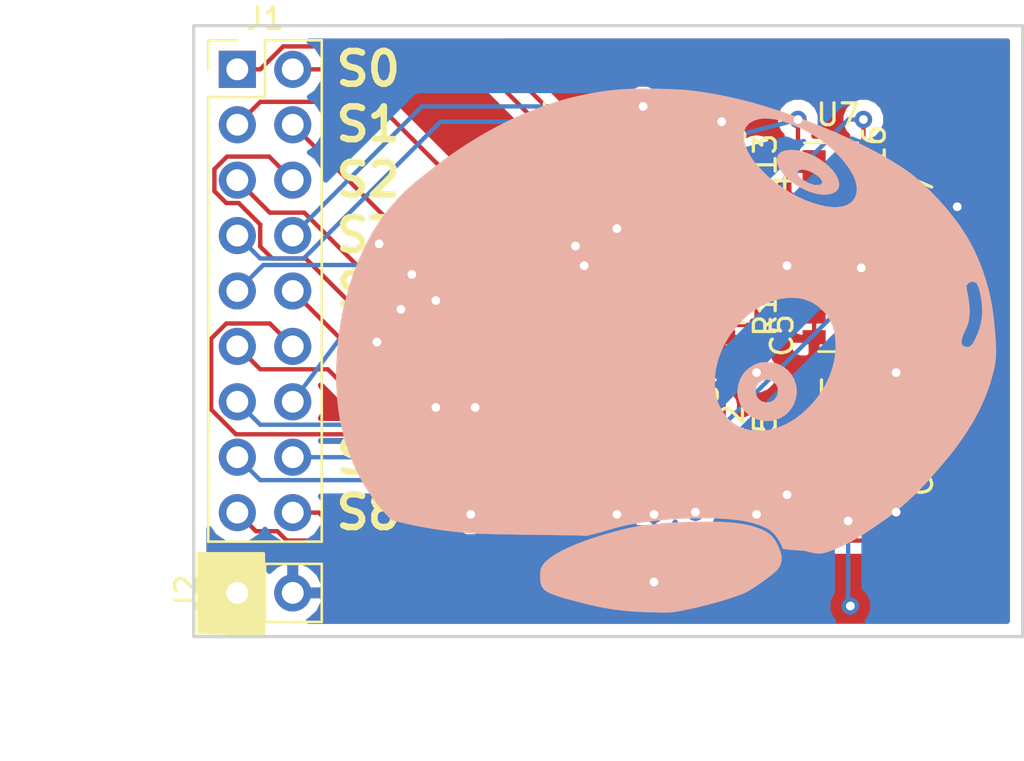
<source format=kicad_pcb>
(kicad_pcb (version 20171130) (host pcbnew 5.0.0-fee4fd1~66~ubuntu16.04.1)

  (general
    (thickness 1.6)
    (drawings 16)
    (tracks 336)
    (zones 0)
    (modules 39)
    (nets 21)
  )

  (page A4)
  (layers
    (0 F.Cu signal)
    (31 B.Cu signal)
    (32 B.Adhes user)
    (33 F.Adhes user)
    (34 B.Paste user)
    (35 F.Paste user)
    (36 B.SilkS user)
    (37 F.SilkS user)
    (38 B.Mask user)
    (39 F.Mask user)
    (40 Dwgs.User user)
    (41 Cmts.User user)
    (42 Eco1.User user)
    (43 Eco2.User user)
    (44 Edge.Cuts user)
    (45 Margin user)
    (46 B.CrtYd user)
    (47 F.CrtYd user)
    (48 B.Fab user)
    (49 F.Fab user)
  )

  (setup
    (last_trace_width 0.2)
    (trace_clearance 0.1)
    (zone_clearance 0.508)
    (zone_45_only no)
    (trace_min 0.2)
    (segment_width 0.2)
    (edge_width 0.15)
    (via_size 0.8)
    (via_drill 0.4)
    (via_min_size 0.4)
    (via_min_drill 0.3)
    (uvia_size 0.3)
    (uvia_drill 0.1)
    (uvias_allowed no)
    (uvia_min_size 0.2)
    (uvia_min_drill 0.1)
    (pcb_text_width 0.3)
    (pcb_text_size 1.5 1.5)
    (mod_edge_width 0.15)
    (mod_text_size 1 1)
    (mod_text_width 0.15)
    (pad_size 1.524 1.524)
    (pad_drill 0.762)
    (pad_to_mask_clearance 0.2)
    (aux_axis_origin 0 0)
    (visible_elements FFFFFF7F)
    (pcbplotparams
      (layerselection 0x010fc_ffffffff)
      (usegerberextensions false)
      (usegerberattributes false)
      (usegerberadvancedattributes false)
      (creategerberjobfile false)
      (excludeedgelayer true)
      (linewidth 0.100000)
      (plotframeref false)
      (viasonmask false)
      (mode 1)
      (useauxorigin false)
      (hpglpennumber 1)
      (hpglpenspeed 20)
      (hpglpendiameter 15.000000)
      (psnegative false)
      (psa4output false)
      (plotreference true)
      (plotvalue true)
      (plotinvisibletext false)
      (padsonsilk false)
      (subtractmaskfromsilk false)
      (outputformat 1)
      (mirror false)
      (drillshape 0)
      (scaleselection 1)
      (outputdirectory "Tactile_Skin_Board_gerber"))
  )

  (net 0 "")
  (net 1 SDA0)
  (net 2 SCL0)
  (net 3 SDA1)
  (net 4 SCL1)
  (net 5 SDA2)
  (net 6 SCL2)
  (net 7 SDA3)
  (net 8 SCL3)
  (net 9 SDA4)
  (net 10 SCL4)
  (net 11 SDA5)
  (net 12 SCL5)
  (net 13 SDA6)
  (net 14 SCL6)
  (net 15 SDA7)
  (net 16 SCL7)
  (net 17 SDA8)
  (net 18 SCL8)
  (net 19 3.3V)
  (net 20 GND)

  (net_class Default "This is the default net class."
    (clearance 0.1)
    (trace_width 0.2)
    (via_dia 0.8)
    (via_drill 0.4)
    (uvia_dia 0.3)
    (uvia_drill 0.1)
    (add_net 3.3V)
    (add_net GND)
    (add_net SCL0)
    (add_net SCL1)
    (add_net SCL2)
    (add_net SCL3)
    (add_net SCL4)
    (add_net SCL5)
    (add_net SCL6)
    (add_net SCL7)
    (add_net SCL8)
    (add_net SDA0)
    (add_net SDA1)
    (add_net SDA2)
    (add_net SDA3)
    (add_net SDA4)
    (add_net SDA5)
    (add_net SDA6)
    (add_net SDA7)
    (add_net SDA8)
  )

  (module Capacitor_SMD:C_0402_1005Metric (layer F.Cu) (tedit 5B301BBE) (tstamp 5BA03523)
    (at 122.4 99.7 270)
    (descr "Capacitor SMD 0402 (1005 Metric), square (rectangular) end terminal, IPC_7351 nominal, (Body size source: http://www.tortai-tech.com/upload/download/2011102023233369053.pdf), generated with kicad-footprint-generator")
    (tags capacitor)
    (path /5B94F6DE)
    (attr smd)
    (fp_text reference C1 (at 0 -1.17 270) (layer F.SilkS)
      (effects (font (size 1 1) (thickness 0.15)))
    )
    (fp_text value C (at 0 1.17 270) (layer F.Fab)
      (effects (font (size 1 1) (thickness 0.15)))
    )
    (fp_line (start -0.5 0.25) (end -0.5 -0.25) (layer F.Fab) (width 0.1))
    (fp_line (start -0.5 -0.25) (end 0.5 -0.25) (layer F.Fab) (width 0.1))
    (fp_line (start 0.5 -0.25) (end 0.5 0.25) (layer F.Fab) (width 0.1))
    (fp_line (start 0.5 0.25) (end -0.5 0.25) (layer F.Fab) (width 0.1))
    (fp_line (start -0.93 0.47) (end -0.93 -0.47) (layer F.CrtYd) (width 0.05))
    (fp_line (start -0.93 -0.47) (end 0.93 -0.47) (layer F.CrtYd) (width 0.05))
    (fp_line (start 0.93 -0.47) (end 0.93 0.47) (layer F.CrtYd) (width 0.05))
    (fp_line (start 0.93 0.47) (end -0.93 0.47) (layer F.CrtYd) (width 0.05))
    (fp_text user %R (at 0 0 270) (layer F.Fab)
      (effects (font (size 0.25 0.25) (thickness 0.04)))
    )
    (pad 1 smd roundrect (at -0.485 0 270) (size 0.59 0.64) (layers F.Cu F.Paste F.Mask) (roundrect_rratio 0.25)
      (net 20 GND))
    (pad 2 smd roundrect (at 0.485 0 270) (size 0.59 0.64) (layers F.Cu F.Paste F.Mask) (roundrect_rratio 0.25)
      (net 19 3.3V))
    (model ${KISYS3DMOD}/Capacitor_SMD.3dshapes/C_0402_1005Metric.wrl
      (at (xyz 0 0 0))
      (scale (xyz 1 1 1))
      (rotate (xyz 0 0 0))
    )
  )

  (module Capacitor_SMD:C_0402_1005Metric (layer F.Cu) (tedit 5B301BBE) (tstamp 5BA03532)
    (at 122.5 106.2 270)
    (descr "Capacitor SMD 0402 (1005 Metric), square (rectangular) end terminal, IPC_7351 nominal, (Body size source: http://www.tortai-tech.com/upload/download/2011102023233369053.pdf), generated with kicad-footprint-generator")
    (tags capacitor)
    (path /5B95AD14)
    (attr smd)
    (fp_text reference C2 (at 0 -1.17 270) (layer F.SilkS)
      (effects (font (size 1 1) (thickness 0.15)))
    )
    (fp_text value C (at 0 1.17 270) (layer F.Fab)
      (effects (font (size 1 1) (thickness 0.15)))
    )
    (fp_text user %R (at 0 0 270) (layer F.Fab)
      (effects (font (size 0.25 0.25) (thickness 0.04)))
    )
    (fp_line (start 0.93 0.47) (end -0.93 0.47) (layer F.CrtYd) (width 0.05))
    (fp_line (start 0.93 -0.47) (end 0.93 0.47) (layer F.CrtYd) (width 0.05))
    (fp_line (start -0.93 -0.47) (end 0.93 -0.47) (layer F.CrtYd) (width 0.05))
    (fp_line (start -0.93 0.47) (end -0.93 -0.47) (layer F.CrtYd) (width 0.05))
    (fp_line (start 0.5 0.25) (end -0.5 0.25) (layer F.Fab) (width 0.1))
    (fp_line (start 0.5 -0.25) (end 0.5 0.25) (layer F.Fab) (width 0.1))
    (fp_line (start -0.5 -0.25) (end 0.5 -0.25) (layer F.Fab) (width 0.1))
    (fp_line (start -0.5 0.25) (end -0.5 -0.25) (layer F.Fab) (width 0.1))
    (pad 2 smd roundrect (at 0.485 0 270) (size 0.59 0.64) (layers F.Cu F.Paste F.Mask) (roundrect_rratio 0.25)
      (net 19 3.3V))
    (pad 1 smd roundrect (at -0.485 0 270) (size 0.59 0.64) (layers F.Cu F.Paste F.Mask) (roundrect_rratio 0.25)
      (net 20 GND))
    (model ${KISYS3DMOD}/Capacitor_SMD.3dshapes/C_0402_1005Metric.wrl
      (at (xyz 0 0 0))
      (scale (xyz 1 1 1))
      (rotate (xyz 0 0 0))
    )
  )

  (module Capacitor_SMD:C_0402_1005Metric (layer F.Cu) (tedit 5B301BBE) (tstamp 5BA03541)
    (at 122.4 112.6 270)
    (descr "Capacitor SMD 0402 (1005 Metric), square (rectangular) end terminal, IPC_7351 nominal, (Body size source: http://www.tortai-tech.com/upload/download/2011102023233369053.pdf), generated with kicad-footprint-generator")
    (tags capacitor)
    (path /5B95AD55)
    (attr smd)
    (fp_text reference C3 (at 0 -1.17 270) (layer F.SilkS)
      (effects (font (size 1 1) (thickness 0.15)))
    )
    (fp_text value C (at 0 1.17 270) (layer F.Fab)
      (effects (font (size 1 1) (thickness 0.15)))
    )
    (fp_text user %R (at 0 0 270) (layer F.Fab)
      (effects (font (size 0.25 0.25) (thickness 0.04)))
    )
    (fp_line (start 0.93 0.47) (end -0.93 0.47) (layer F.CrtYd) (width 0.05))
    (fp_line (start 0.93 -0.47) (end 0.93 0.47) (layer F.CrtYd) (width 0.05))
    (fp_line (start -0.93 -0.47) (end 0.93 -0.47) (layer F.CrtYd) (width 0.05))
    (fp_line (start -0.93 0.47) (end -0.93 -0.47) (layer F.CrtYd) (width 0.05))
    (fp_line (start 0.5 0.25) (end -0.5 0.25) (layer F.Fab) (width 0.1))
    (fp_line (start 0.5 -0.25) (end 0.5 0.25) (layer F.Fab) (width 0.1))
    (fp_line (start -0.5 -0.25) (end 0.5 -0.25) (layer F.Fab) (width 0.1))
    (fp_line (start -0.5 0.25) (end -0.5 -0.25) (layer F.Fab) (width 0.1))
    (pad 2 smd roundrect (at 0.485 0 270) (size 0.59 0.64) (layers F.Cu F.Paste F.Mask) (roundrect_rratio 0.25)
      (net 19 3.3V))
    (pad 1 smd roundrect (at -0.485 0 270) (size 0.59 0.64) (layers F.Cu F.Paste F.Mask) (roundrect_rratio 0.25)
      (net 20 GND))
    (model ${KISYS3DMOD}/Capacitor_SMD.3dshapes/C_0402_1005Metric.wrl
      (at (xyz 0 0 0))
      (scale (xyz 1 1 1))
      (rotate (xyz 0 0 0))
    )
  )

  (module Capacitor_SMD:C_0402_1005Metric (layer F.Cu) (tedit 5B301BBE) (tstamp 5BA03550)
    (at 128.8 99.8 270)
    (descr "Capacitor SMD 0402 (1005 Metric), square (rectangular) end terminal, IPC_7351 nominal, (Body size source: http://www.tortai-tech.com/upload/download/2011102023233369053.pdf), generated with kicad-footprint-generator")
    (tags capacitor)
    (path /5B950867)
    (attr smd)
    (fp_text reference C4 (at 0 -1.17 270) (layer F.SilkS)
      (effects (font (size 1 1) (thickness 0.15)))
    )
    (fp_text value C (at 0 1.17 270) (layer F.Fab)
      (effects (font (size 1 1) (thickness 0.15)))
    )
    (fp_text user %R (at 0 0 270) (layer F.Fab)
      (effects (font (size 0.25 0.25) (thickness 0.04)))
    )
    (fp_line (start 0.93 0.47) (end -0.93 0.47) (layer F.CrtYd) (width 0.05))
    (fp_line (start 0.93 -0.47) (end 0.93 0.47) (layer F.CrtYd) (width 0.05))
    (fp_line (start -0.93 -0.47) (end 0.93 -0.47) (layer F.CrtYd) (width 0.05))
    (fp_line (start -0.93 0.47) (end -0.93 -0.47) (layer F.CrtYd) (width 0.05))
    (fp_line (start 0.5 0.25) (end -0.5 0.25) (layer F.Fab) (width 0.1))
    (fp_line (start 0.5 -0.25) (end 0.5 0.25) (layer F.Fab) (width 0.1))
    (fp_line (start -0.5 -0.25) (end 0.5 -0.25) (layer F.Fab) (width 0.1))
    (fp_line (start -0.5 0.25) (end -0.5 -0.25) (layer F.Fab) (width 0.1))
    (pad 2 smd roundrect (at 0.485 0 270) (size 0.59 0.64) (layers F.Cu F.Paste F.Mask) (roundrect_rratio 0.25)
      (net 19 3.3V))
    (pad 1 smd roundrect (at -0.485 0 270) (size 0.59 0.64) (layers F.Cu F.Paste F.Mask) (roundrect_rratio 0.25)
      (net 20 GND))
    (model ${KISYS3DMOD}/Capacitor_SMD.3dshapes/C_0402_1005Metric.wrl
      (at (xyz 0 0 0))
      (scale (xyz 1 1 1))
      (rotate (xyz 0 0 0))
    )
  )

  (module Capacitor_SMD:C_0402_1005Metric (layer F.Cu) (tedit 5B301BBE) (tstamp 5BA0355F)
    (at 128.8 106.2 270)
    (descr "Capacitor SMD 0402 (1005 Metric), square (rectangular) end terminal, IPC_7351 nominal, (Body size source: http://www.tortai-tech.com/upload/download/2011102023233369053.pdf), generated with kicad-footprint-generator")
    (tags capacitor)
    (path /5B9529AD)
    (attr smd)
    (fp_text reference C5 (at 0 -1.17 270) (layer F.SilkS)
      (effects (font (size 1 1) (thickness 0.15)))
    )
    (fp_text value C (at 0 1.17 270) (layer F.Fab)
      (effects (font (size 1 1) (thickness 0.15)))
    )
    (fp_line (start -0.5 0.25) (end -0.5 -0.25) (layer F.Fab) (width 0.1))
    (fp_line (start -0.5 -0.25) (end 0.5 -0.25) (layer F.Fab) (width 0.1))
    (fp_line (start 0.5 -0.25) (end 0.5 0.25) (layer F.Fab) (width 0.1))
    (fp_line (start 0.5 0.25) (end -0.5 0.25) (layer F.Fab) (width 0.1))
    (fp_line (start -0.93 0.47) (end -0.93 -0.47) (layer F.CrtYd) (width 0.05))
    (fp_line (start -0.93 -0.47) (end 0.93 -0.47) (layer F.CrtYd) (width 0.05))
    (fp_line (start 0.93 -0.47) (end 0.93 0.47) (layer F.CrtYd) (width 0.05))
    (fp_line (start 0.93 0.47) (end -0.93 0.47) (layer F.CrtYd) (width 0.05))
    (fp_text user %R (at 0 0 270) (layer F.Fab)
      (effects (font (size 0.25 0.25) (thickness 0.04)))
    )
    (pad 1 smd roundrect (at -0.485 0 270) (size 0.59 0.64) (layers F.Cu F.Paste F.Mask) (roundrect_rratio 0.25)
      (net 20 GND))
    (pad 2 smd roundrect (at 0.485 0 270) (size 0.59 0.64) (layers F.Cu F.Paste F.Mask) (roundrect_rratio 0.25)
      (net 19 3.3V))
    (model ${KISYS3DMOD}/Capacitor_SMD.3dshapes/C_0402_1005Metric.wrl
      (at (xyz 0 0 0))
      (scale (xyz 1 1 1))
      (rotate (xyz 0 0 0))
    )
  )

  (module Capacitor_SMD:C_0402_1005Metric (layer F.Cu) (tedit 5B301BBE) (tstamp 5BA0356E)
    (at 128.8 112.6 270)
    (descr "Capacitor SMD 0402 (1005 Metric), square (rectangular) end terminal, IPC_7351 nominal, (Body size source: http://www.tortai-tech.com/upload/download/2011102023233369053.pdf), generated with kicad-footprint-generator")
    (tags capacitor)
    (path /5B955823)
    (attr smd)
    (fp_text reference C6 (at 0 -1.17 270) (layer F.SilkS)
      (effects (font (size 1 1) (thickness 0.15)))
    )
    (fp_text value C (at 0 1.17 270) (layer F.Fab)
      (effects (font (size 1 1) (thickness 0.15)))
    )
    (fp_line (start -0.5 0.25) (end -0.5 -0.25) (layer F.Fab) (width 0.1))
    (fp_line (start -0.5 -0.25) (end 0.5 -0.25) (layer F.Fab) (width 0.1))
    (fp_line (start 0.5 -0.25) (end 0.5 0.25) (layer F.Fab) (width 0.1))
    (fp_line (start 0.5 0.25) (end -0.5 0.25) (layer F.Fab) (width 0.1))
    (fp_line (start -0.93 0.47) (end -0.93 -0.47) (layer F.CrtYd) (width 0.05))
    (fp_line (start -0.93 -0.47) (end 0.93 -0.47) (layer F.CrtYd) (width 0.05))
    (fp_line (start 0.93 -0.47) (end 0.93 0.47) (layer F.CrtYd) (width 0.05))
    (fp_line (start 0.93 0.47) (end -0.93 0.47) (layer F.CrtYd) (width 0.05))
    (fp_text user %R (at 0 0 270) (layer F.Fab)
      (effects (font (size 0.25 0.25) (thickness 0.04)))
    )
    (pad 1 smd roundrect (at -0.485 0 270) (size 0.59 0.64) (layers F.Cu F.Paste F.Mask) (roundrect_rratio 0.25)
      (net 20 GND))
    (pad 2 smd roundrect (at 0.485 0 270) (size 0.59 0.64) (layers F.Cu F.Paste F.Mask) (roundrect_rratio 0.25)
      (net 19 3.3V))
    (model ${KISYS3DMOD}/Capacitor_SMD.3dshapes/C_0402_1005Metric.wrl
      (at (xyz 0 0 0))
      (scale (xyz 1 1 1))
      (rotate (xyz 0 0 0))
    )
  )

  (module Capacitor_SMD:C_0402_1005Metric (layer F.Cu) (tedit 5B301BBE) (tstamp 5BA0357D)
    (at 135.2 99.8 270)
    (descr "Capacitor SMD 0402 (1005 Metric), square (rectangular) end terminal, IPC_7351 nominal, (Body size source: http://www.tortai-tech.com/upload/download/2011102023233369053.pdf), generated with kicad-footprint-generator")
    (tags capacitor)
    (path /5B95193A)
    (attr smd)
    (fp_text reference C7 (at 0 -1.17 270) (layer F.SilkS)
      (effects (font (size 1 1) (thickness 0.15)))
    )
    (fp_text value C (at 0 1.17 270) (layer F.Fab)
      (effects (font (size 1 1) (thickness 0.15)))
    )
    (fp_line (start -0.5 0.25) (end -0.5 -0.25) (layer F.Fab) (width 0.1))
    (fp_line (start -0.5 -0.25) (end 0.5 -0.25) (layer F.Fab) (width 0.1))
    (fp_line (start 0.5 -0.25) (end 0.5 0.25) (layer F.Fab) (width 0.1))
    (fp_line (start 0.5 0.25) (end -0.5 0.25) (layer F.Fab) (width 0.1))
    (fp_line (start -0.93 0.47) (end -0.93 -0.47) (layer F.CrtYd) (width 0.05))
    (fp_line (start -0.93 -0.47) (end 0.93 -0.47) (layer F.CrtYd) (width 0.05))
    (fp_line (start 0.93 -0.47) (end 0.93 0.47) (layer F.CrtYd) (width 0.05))
    (fp_line (start 0.93 0.47) (end -0.93 0.47) (layer F.CrtYd) (width 0.05))
    (fp_text user %R (at 0 0 270) (layer F.Fab)
      (effects (font (size 0.25 0.25) (thickness 0.04)))
    )
    (pad 1 smd roundrect (at -0.485 0 270) (size 0.59 0.64) (layers F.Cu F.Paste F.Mask) (roundrect_rratio 0.25)
      (net 20 GND))
    (pad 2 smd roundrect (at 0.485 0 270) (size 0.59 0.64) (layers F.Cu F.Paste F.Mask) (roundrect_rratio 0.25)
      (net 19 3.3V))
    (model ${KISYS3DMOD}/Capacitor_SMD.3dshapes/C_0402_1005Metric.wrl
      (at (xyz 0 0 0))
      (scale (xyz 1 1 1))
      (rotate (xyz 0 0 0))
    )
  )

  (module Capacitor_SMD:C_0402_1005Metric (layer F.Cu) (tedit 5B301BBE) (tstamp 5BA0358C)
    (at 135.2 106.2 270)
    (descr "Capacitor SMD 0402 (1005 Metric), square (rectangular) end terminal, IPC_7351 nominal, (Body size source: http://www.tortai-tech.com/upload/download/2011102023233369053.pdf), generated with kicad-footprint-generator")
    (tags capacitor)
    (path /5B9529EE)
    (attr smd)
    (fp_text reference C8 (at 0 -1.17 270) (layer F.SilkS)
      (effects (font (size 1 1) (thickness 0.15)))
    )
    (fp_text value C (at 0 1.17 270) (layer F.Fab)
      (effects (font (size 1 1) (thickness 0.15)))
    )
    (fp_text user %R (at 0 0 270) (layer F.Fab)
      (effects (font (size 0.25 0.25) (thickness 0.04)))
    )
    (fp_line (start 0.93 0.47) (end -0.93 0.47) (layer F.CrtYd) (width 0.05))
    (fp_line (start 0.93 -0.47) (end 0.93 0.47) (layer F.CrtYd) (width 0.05))
    (fp_line (start -0.93 -0.47) (end 0.93 -0.47) (layer F.CrtYd) (width 0.05))
    (fp_line (start -0.93 0.47) (end -0.93 -0.47) (layer F.CrtYd) (width 0.05))
    (fp_line (start 0.5 0.25) (end -0.5 0.25) (layer F.Fab) (width 0.1))
    (fp_line (start 0.5 -0.25) (end 0.5 0.25) (layer F.Fab) (width 0.1))
    (fp_line (start -0.5 -0.25) (end 0.5 -0.25) (layer F.Fab) (width 0.1))
    (fp_line (start -0.5 0.25) (end -0.5 -0.25) (layer F.Fab) (width 0.1))
    (pad 2 smd roundrect (at 0.485 0 270) (size 0.59 0.64) (layers F.Cu F.Paste F.Mask) (roundrect_rratio 0.25)
      (net 19 3.3V))
    (pad 1 smd roundrect (at -0.485 0 270) (size 0.59 0.64) (layers F.Cu F.Paste F.Mask) (roundrect_rratio 0.25)
      (net 20 GND))
    (model ${KISYS3DMOD}/Capacitor_SMD.3dshapes/C_0402_1005Metric.wrl
      (at (xyz 0 0 0))
      (scale (xyz 1 1 1))
      (rotate (xyz 0 0 0))
    )
  )

  (module Capacitor_SMD:C_0402_1005Metric (layer F.Cu) (tedit 5B301BBE) (tstamp 5BA0359B)
    (at 135.2 112.6 270)
    (descr "Capacitor SMD 0402 (1005 Metric), square (rectangular) end terminal, IPC_7351 nominal, (Body size source: http://www.tortai-tech.com/upload/download/2011102023233369053.pdf), generated with kicad-footprint-generator")
    (tags capacitor)
    (path /5B955864)
    (attr smd)
    (fp_text reference C9 (at 0 -1.17 270) (layer F.SilkS)
      (effects (font (size 1 1) (thickness 0.15)))
    )
    (fp_text value C (at 0 1.17 270) (layer F.Fab)
      (effects (font (size 1 1) (thickness 0.15)))
    )
    (fp_line (start -0.5 0.25) (end -0.5 -0.25) (layer F.Fab) (width 0.1))
    (fp_line (start -0.5 -0.25) (end 0.5 -0.25) (layer F.Fab) (width 0.1))
    (fp_line (start 0.5 -0.25) (end 0.5 0.25) (layer F.Fab) (width 0.1))
    (fp_line (start 0.5 0.25) (end -0.5 0.25) (layer F.Fab) (width 0.1))
    (fp_line (start -0.93 0.47) (end -0.93 -0.47) (layer F.CrtYd) (width 0.05))
    (fp_line (start -0.93 -0.47) (end 0.93 -0.47) (layer F.CrtYd) (width 0.05))
    (fp_line (start 0.93 -0.47) (end 0.93 0.47) (layer F.CrtYd) (width 0.05))
    (fp_line (start 0.93 0.47) (end -0.93 0.47) (layer F.CrtYd) (width 0.05))
    (fp_text user %R (at 0 0 270) (layer F.Fab)
      (effects (font (size 0.25 0.25) (thickness 0.04)))
    )
    (pad 1 smd roundrect (at -0.485 0 270) (size 0.59 0.64) (layers F.Cu F.Paste F.Mask) (roundrect_rratio 0.25)
      (net 20 GND))
    (pad 2 smd roundrect (at 0.485 0 270) (size 0.59 0.64) (layers F.Cu F.Paste F.Mask) (roundrect_rratio 0.25)
      (net 19 3.3V))
    (model ${KISYS3DMOD}/Capacitor_SMD.3dshapes/C_0402_1005Metric.wrl
      (at (xyz 0 0 0))
      (scale (xyz 1 1 1))
      (rotate (xyz 0 0 0))
    )
  )

  (module Connector_PinHeader_2.54mm:PinHeader_1x02_P2.54mm_Vertical (layer F.Cu) (tedit 59FED5CC) (tstamp 5BA035D8)
    (at 105 118 90)
    (descr "Through hole straight pin header, 1x02, 2.54mm pitch, single row")
    (tags "Through hole pin header THT 1x02 2.54mm single row")
    (path /5BA74A3C)
    (fp_text reference J2 (at 0 -2.33 90) (layer F.SilkS)
      (effects (font (size 1 1) (thickness 0.15)))
    )
    (fp_text value Conn_01x02_Female (at 0 4.87 90) (layer F.Fab)
      (effects (font (size 1 1) (thickness 0.15)))
    )
    (fp_line (start -0.635 -1.27) (end 1.27 -1.27) (layer F.Fab) (width 0.1))
    (fp_line (start 1.27 -1.27) (end 1.27 3.81) (layer F.Fab) (width 0.1))
    (fp_line (start 1.27 3.81) (end -1.27 3.81) (layer F.Fab) (width 0.1))
    (fp_line (start -1.27 3.81) (end -1.27 -0.635) (layer F.Fab) (width 0.1))
    (fp_line (start -1.27 -0.635) (end -0.635 -1.27) (layer F.Fab) (width 0.1))
    (fp_line (start -1.33 3.87) (end 1.33 3.87) (layer F.SilkS) (width 0.12))
    (fp_line (start -1.33 1.27) (end -1.33 3.87) (layer F.SilkS) (width 0.12))
    (fp_line (start 1.33 1.27) (end 1.33 3.87) (layer F.SilkS) (width 0.12))
    (fp_line (start -1.33 1.27) (end 1.33 1.27) (layer F.SilkS) (width 0.12))
    (fp_line (start -1.33 0) (end -1.33 -1.33) (layer F.SilkS) (width 0.12))
    (fp_line (start -1.33 -1.33) (end 0 -1.33) (layer F.SilkS) (width 0.12))
    (fp_line (start -1.8 -1.8) (end -1.8 4.35) (layer F.CrtYd) (width 0.05))
    (fp_line (start -1.8 4.35) (end 1.8 4.35) (layer F.CrtYd) (width 0.05))
    (fp_line (start 1.8 4.35) (end 1.8 -1.8) (layer F.CrtYd) (width 0.05))
    (fp_line (start 1.8 -1.8) (end -1.8 -1.8) (layer F.CrtYd) (width 0.05))
    (fp_text user %R (at 0 1.27 180) (layer F.Fab)
      (effects (font (size 1 1) (thickness 0.15)))
    )
    (pad 1 thru_hole rect (at 0 0 90) (size 1.7 1.7) (drill 1) (layers *.Cu *.Mask)
      (net 20 GND))
    (pad 2 thru_hole oval (at 0 2.54 90) (size 1.7 1.7) (drill 1) (layers *.Cu *.Mask)
      (net 19 3.3V))
    (model ${KISYS3DMOD}/Connector_PinHeader_2.54mm.3dshapes/PinHeader_1x02_P2.54mm_Vertical.wrl
      (at (xyz 0 0 0))
      (scale (xyz 1 1 1))
      (rotate (xyz 0 0 0))
    )
  )

  (module Resistor_SMD:R_01005_0402Metric (layer F.Cu) (tedit 5B301BBD) (tstamp 5BA035E9)
    (at 117.5 98.5 90)
    (descr "Resistor SMD 01005 (0402 Metric), square (rectangular) end terminal, IPC_7351 nominal, (Body size source: http://www.vishay.com/docs/20056/crcw01005e3.pdf), generated with kicad-footprint-generator")
    (tags resistor)
    (path /5B94FC21)
    (attr smd)
    (fp_text reference R1 (at 0 -1 90) (layer F.SilkS)
      (effects (font (size 1 1) (thickness 0.15)))
    )
    (fp_text value R (at 0 1 90) (layer F.Fab)
      (effects (font (size 1 1) (thickness 0.15)))
    )
    (fp_line (start -0.2 0.1) (end -0.2 -0.1) (layer F.Fab) (width 0.1))
    (fp_line (start -0.2 -0.1) (end 0.2 -0.1) (layer F.Fab) (width 0.1))
    (fp_line (start 0.2 -0.1) (end 0.2 0.1) (layer F.Fab) (width 0.1))
    (fp_line (start 0.2 0.1) (end -0.2 0.1) (layer F.Fab) (width 0.1))
    (fp_line (start -0.6 0.3) (end -0.6 -0.3) (layer F.CrtYd) (width 0.05))
    (fp_line (start -0.6 -0.3) (end 0.6 -0.3) (layer F.CrtYd) (width 0.05))
    (fp_line (start 0.6 -0.3) (end 0.6 0.3) (layer F.CrtYd) (width 0.05))
    (fp_line (start 0.6 0.3) (end -0.6 0.3) (layer F.CrtYd) (width 0.05))
    (fp_text user %R (at 0 -0.62 90) (layer F.Fab)
      (effects (font (size 0.25 0.25) (thickness 0.04)))
    )
    (pad "" smd roundrect (at -0.275 0 90) (size 0.27 0.27) (layers F.Paste) (roundrect_rratio 0.25))
    (pad "" smd roundrect (at 0.275 0 90) (size 0.27 0.27) (layers F.Paste) (roundrect_rratio 0.25))
    (pad 1 smd roundrect (at -0.25 0 90) (size 0.4 0.3) (layers F.Cu F.Mask) (roundrect_rratio 0.25)
      (net 20 GND))
    (pad 2 smd roundrect (at 0.25 0 90) (size 0.4 0.3) (layers F.Cu F.Mask) (roundrect_rratio 0.25)
      (net 2 SCL0))
    (model ${KISYS3DMOD}/Resistor_SMD.3dshapes/R_01005_0402Metric.wrl
      (at (xyz 0 0 0))
      (scale (xyz 1 1 1))
      (rotate (xyz 0 0 0))
    )
  )

  (module Resistor_SMD:R_01005_0402Metric (layer F.Cu) (tedit 5B301BBD) (tstamp 5BA035FA)
    (at 117.5 104.75 90)
    (descr "Resistor SMD 01005 (0402 Metric), square (rectangular) end terminal, IPC_7351 nominal, (Body size source: http://www.vishay.com/docs/20056/crcw01005e3.pdf), generated with kicad-footprint-generator")
    (tags resistor)
    (path /5B95AD39)
    (attr smd)
    (fp_text reference R2 (at 0 -1 90) (layer F.SilkS)
      (effects (font (size 1 1) (thickness 0.15)))
    )
    (fp_text value R (at 0 1 90) (layer F.Fab)
      (effects (font (size 1 1) (thickness 0.15)))
    )
    (fp_line (start -0.2 0.1) (end -0.2 -0.1) (layer F.Fab) (width 0.1))
    (fp_line (start -0.2 -0.1) (end 0.2 -0.1) (layer F.Fab) (width 0.1))
    (fp_line (start 0.2 -0.1) (end 0.2 0.1) (layer F.Fab) (width 0.1))
    (fp_line (start 0.2 0.1) (end -0.2 0.1) (layer F.Fab) (width 0.1))
    (fp_line (start -0.6 0.3) (end -0.6 -0.3) (layer F.CrtYd) (width 0.05))
    (fp_line (start -0.6 -0.3) (end 0.6 -0.3) (layer F.CrtYd) (width 0.05))
    (fp_line (start 0.6 -0.3) (end 0.6 0.3) (layer F.CrtYd) (width 0.05))
    (fp_line (start 0.6 0.3) (end -0.6 0.3) (layer F.CrtYd) (width 0.05))
    (fp_text user %R (at 0 -0.62 90) (layer F.Fab)
      (effects (font (size 0.25 0.25) (thickness 0.04)))
    )
    (pad "" smd roundrect (at -0.275 0 90) (size 0.27 0.27) (layers F.Paste) (roundrect_rratio 0.25))
    (pad "" smd roundrect (at 0.275 0 90) (size 0.27 0.27) (layers F.Paste) (roundrect_rratio 0.25))
    (pad 1 smd roundrect (at -0.25 0 90) (size 0.4 0.3) (layers F.Cu F.Mask) (roundrect_rratio 0.25)
      (net 20 GND))
    (pad 2 smd roundrect (at 0.25 0 90) (size 0.4 0.3) (layers F.Cu F.Mask) (roundrect_rratio 0.25)
      (net 4 SCL1))
    (model ${KISYS3DMOD}/Resistor_SMD.3dshapes/R_01005_0402Metric.wrl
      (at (xyz 0 0 0))
      (scale (xyz 1 1 1))
      (rotate (xyz 0 0 0))
    )
  )

  (module Resistor_SMD:R_01005_0402Metric (layer F.Cu) (tedit 5B301BBD) (tstamp 5BA0360B)
    (at 117.4 111.2 90)
    (descr "Resistor SMD 01005 (0402 Metric), square (rectangular) end terminal, IPC_7351 nominal, (Body size source: http://www.vishay.com/docs/20056/crcw01005e3.pdf), generated with kicad-footprint-generator")
    (tags resistor)
    (path /5B95AD7A)
    (attr smd)
    (fp_text reference R3 (at 0 -1 90) (layer F.SilkS)
      (effects (font (size 1 1) (thickness 0.15)))
    )
    (fp_text value R (at 0 1 90) (layer F.Fab)
      (effects (font (size 1 1) (thickness 0.15)))
    )
    (fp_text user %R (at 0 -0.62 90) (layer F.Fab)
      (effects (font (size 0.25 0.25) (thickness 0.04)))
    )
    (fp_line (start 0.6 0.3) (end -0.6 0.3) (layer F.CrtYd) (width 0.05))
    (fp_line (start 0.6 -0.3) (end 0.6 0.3) (layer F.CrtYd) (width 0.05))
    (fp_line (start -0.6 -0.3) (end 0.6 -0.3) (layer F.CrtYd) (width 0.05))
    (fp_line (start -0.6 0.3) (end -0.6 -0.3) (layer F.CrtYd) (width 0.05))
    (fp_line (start 0.2 0.1) (end -0.2 0.1) (layer F.Fab) (width 0.1))
    (fp_line (start 0.2 -0.1) (end 0.2 0.1) (layer F.Fab) (width 0.1))
    (fp_line (start -0.2 -0.1) (end 0.2 -0.1) (layer F.Fab) (width 0.1))
    (fp_line (start -0.2 0.1) (end -0.2 -0.1) (layer F.Fab) (width 0.1))
    (pad 2 smd roundrect (at 0.25 0 90) (size 0.4 0.3) (layers F.Cu F.Mask) (roundrect_rratio 0.25)
      (net 6 SCL2))
    (pad 1 smd roundrect (at -0.25 0 90) (size 0.4 0.3) (layers F.Cu F.Mask) (roundrect_rratio 0.25)
      (net 20 GND))
    (pad "" smd roundrect (at 0.275 0 90) (size 0.27 0.27) (layers F.Paste) (roundrect_rratio 0.25))
    (pad "" smd roundrect (at -0.275 0 90) (size 0.27 0.27) (layers F.Paste) (roundrect_rratio 0.25))
    (model ${KISYS3DMOD}/Resistor_SMD.3dshapes/R_01005_0402Metric.wrl
      (at (xyz 0 0 0))
      (scale (xyz 1 1 1))
      (rotate (xyz 0 0 0))
    )
  )

  (module Resistor_SMD:R_01005_0402Metric (layer F.Cu) (tedit 5B301BBD) (tstamp 5BA0361C)
    (at 122.4 98 90)
    (descr "Resistor SMD 01005 (0402 Metric), square (rectangular) end terminal, IPC_7351 nominal, (Body size source: http://www.vishay.com/docs/20056/crcw01005e3.pdf), generated with kicad-footprint-generator")
    (tags resistor)
    (path /5B94FB10)
    (attr smd)
    (fp_text reference R4 (at 0 -1 90) (layer F.SilkS)
      (effects (font (size 1 1) (thickness 0.15)))
    )
    (fp_text value R (at 0 1 90) (layer F.Fab)
      (effects (font (size 1 1) (thickness 0.15)))
    )
    (fp_line (start -0.2 0.1) (end -0.2 -0.1) (layer F.Fab) (width 0.1))
    (fp_line (start -0.2 -0.1) (end 0.2 -0.1) (layer F.Fab) (width 0.1))
    (fp_line (start 0.2 -0.1) (end 0.2 0.1) (layer F.Fab) (width 0.1))
    (fp_line (start 0.2 0.1) (end -0.2 0.1) (layer F.Fab) (width 0.1))
    (fp_line (start -0.6 0.3) (end -0.6 -0.3) (layer F.CrtYd) (width 0.05))
    (fp_line (start -0.6 -0.3) (end 0.6 -0.3) (layer F.CrtYd) (width 0.05))
    (fp_line (start 0.6 -0.3) (end 0.6 0.3) (layer F.CrtYd) (width 0.05))
    (fp_line (start 0.6 0.3) (end -0.6 0.3) (layer F.CrtYd) (width 0.05))
    (fp_text user %R (at 0 -0.62 90) (layer F.Fab)
      (effects (font (size 0.25 0.25) (thickness 0.04)))
    )
    (pad "" smd roundrect (at -0.275 0 90) (size 0.27 0.27) (layers F.Paste) (roundrect_rratio 0.25))
    (pad "" smd roundrect (at 0.275 0 90) (size 0.27 0.27) (layers F.Paste) (roundrect_rratio 0.25))
    (pad 1 smd roundrect (at -0.25 0 90) (size 0.4 0.3) (layers F.Cu F.Mask) (roundrect_rratio 0.25)
      (net 20 GND))
    (pad 2 smd roundrect (at 0.25 0 90) (size 0.4 0.3) (layers F.Cu F.Mask) (roundrect_rratio 0.25)
      (net 1 SDA0))
    (model ${KISYS3DMOD}/Resistor_SMD.3dshapes/R_01005_0402Metric.wrl
      (at (xyz 0 0 0))
      (scale (xyz 1 1 1))
      (rotate (xyz 0 0 0))
    )
  )

  (module Resistor_SMD:R_01005_0402Metric (layer F.Cu) (tedit 5B301BBD) (tstamp 5BA0362D)
    (at 122.5 104.5 90)
    (descr "Resistor SMD 01005 (0402 Metric), square (rectangular) end terminal, IPC_7351 nominal, (Body size source: http://www.vishay.com/docs/20056/crcw01005e3.pdf), generated with kicad-footprint-generator")
    (tags resistor)
    (path /5B95AD33)
    (attr smd)
    (fp_text reference R5 (at 0 -1 90) (layer F.SilkS)
      (effects (font (size 1 1) (thickness 0.15)))
    )
    (fp_text value R (at 0 1 90) (layer F.Fab)
      (effects (font (size 1 1) (thickness 0.15)))
    )
    (fp_text user %R (at 0 -0.62 90) (layer F.Fab)
      (effects (font (size 0.25 0.25) (thickness 0.04)))
    )
    (fp_line (start 0.6 0.3) (end -0.6 0.3) (layer F.CrtYd) (width 0.05))
    (fp_line (start 0.6 -0.3) (end 0.6 0.3) (layer F.CrtYd) (width 0.05))
    (fp_line (start -0.6 -0.3) (end 0.6 -0.3) (layer F.CrtYd) (width 0.05))
    (fp_line (start -0.6 0.3) (end -0.6 -0.3) (layer F.CrtYd) (width 0.05))
    (fp_line (start 0.2 0.1) (end -0.2 0.1) (layer F.Fab) (width 0.1))
    (fp_line (start 0.2 -0.1) (end 0.2 0.1) (layer F.Fab) (width 0.1))
    (fp_line (start -0.2 -0.1) (end 0.2 -0.1) (layer F.Fab) (width 0.1))
    (fp_line (start -0.2 0.1) (end -0.2 -0.1) (layer F.Fab) (width 0.1))
    (pad 2 smd roundrect (at 0.25 0 90) (size 0.4 0.3) (layers F.Cu F.Mask) (roundrect_rratio 0.25)
      (net 3 SDA1))
    (pad 1 smd roundrect (at -0.25 0 90) (size 0.4 0.3) (layers F.Cu F.Mask) (roundrect_rratio 0.25)
      (net 20 GND))
    (pad "" smd roundrect (at 0.275 0 90) (size 0.27 0.27) (layers F.Paste) (roundrect_rratio 0.25))
    (pad "" smd roundrect (at -0.275 0 90) (size 0.27 0.27) (layers F.Paste) (roundrect_rratio 0.25))
    (model ${KISYS3DMOD}/Resistor_SMD.3dshapes/R_01005_0402Metric.wrl
      (at (xyz 0 0 0))
      (scale (xyz 1 1 1))
      (rotate (xyz 0 0 0))
    )
  )

  (module Resistor_SMD:R_01005_0402Metric (layer F.Cu) (tedit 5B301BBD) (tstamp 5BA0363E)
    (at 122.4 110.8 90)
    (descr "Resistor SMD 01005 (0402 Metric), square (rectangular) end terminal, IPC_7351 nominal, (Body size source: http://www.vishay.com/docs/20056/crcw01005e3.pdf), generated with kicad-footprint-generator")
    (tags resistor)
    (path /5B95AD74)
    (attr smd)
    (fp_text reference R6 (at 0 -1 90) (layer F.SilkS)
      (effects (font (size 1 1) (thickness 0.15)))
    )
    (fp_text value R (at 0 1 90) (layer F.Fab)
      (effects (font (size 1 1) (thickness 0.15)))
    )
    (fp_text user %R (at 0 -0.62 90) (layer F.Fab)
      (effects (font (size 0.25 0.25) (thickness 0.04)))
    )
    (fp_line (start 0.6 0.3) (end -0.6 0.3) (layer F.CrtYd) (width 0.05))
    (fp_line (start 0.6 -0.3) (end 0.6 0.3) (layer F.CrtYd) (width 0.05))
    (fp_line (start -0.6 -0.3) (end 0.6 -0.3) (layer F.CrtYd) (width 0.05))
    (fp_line (start -0.6 0.3) (end -0.6 -0.3) (layer F.CrtYd) (width 0.05))
    (fp_line (start 0.2 0.1) (end -0.2 0.1) (layer F.Fab) (width 0.1))
    (fp_line (start 0.2 -0.1) (end 0.2 0.1) (layer F.Fab) (width 0.1))
    (fp_line (start -0.2 -0.1) (end 0.2 -0.1) (layer F.Fab) (width 0.1))
    (fp_line (start -0.2 0.1) (end -0.2 -0.1) (layer F.Fab) (width 0.1))
    (pad 2 smd roundrect (at 0.25 0 90) (size 0.4 0.3) (layers F.Cu F.Mask) (roundrect_rratio 0.25)
      (net 5 SDA2))
    (pad 1 smd roundrect (at -0.25 0 90) (size 0.4 0.3) (layers F.Cu F.Mask) (roundrect_rratio 0.25)
      (net 20 GND))
    (pad "" smd roundrect (at 0.275 0 90) (size 0.27 0.27) (layers F.Paste) (roundrect_rratio 0.25))
    (pad "" smd roundrect (at -0.275 0 90) (size 0.27 0.27) (layers F.Paste) (roundrect_rratio 0.25))
    (model ${KISYS3DMOD}/Resistor_SMD.3dshapes/R_01005_0402Metric.wrl
      (at (xyz 0 0 0))
      (scale (xyz 1 1 1))
      (rotate (xyz 0 0 0))
    )
  )

  (module Resistor_SMD:R_01005_0402Metric (layer F.Cu) (tedit 5B301BBD) (tstamp 5BA0364F)
    (at 123.8 98.4 90)
    (descr "Resistor SMD 01005 (0402 Metric), square (rectangular) end terminal, IPC_7351 nominal, (Body size source: http://www.vishay.com/docs/20056/crcw01005e3.pdf), generated with kicad-footprint-generator")
    (tags resistor)
    (path /5B95088E)
    (attr smd)
    (fp_text reference R7 (at 0 -1 90) (layer F.SilkS)
      (effects (font (size 1 1) (thickness 0.15)))
    )
    (fp_text value R (at 0 1 90) (layer F.Fab)
      (effects (font (size 1 1) (thickness 0.15)))
    )
    (fp_text user %R (at 0 -0.62 90) (layer F.Fab)
      (effects (font (size 0.25 0.25) (thickness 0.04)))
    )
    (fp_line (start 0.6 0.3) (end -0.6 0.3) (layer F.CrtYd) (width 0.05))
    (fp_line (start 0.6 -0.3) (end 0.6 0.3) (layer F.CrtYd) (width 0.05))
    (fp_line (start -0.6 -0.3) (end 0.6 -0.3) (layer F.CrtYd) (width 0.05))
    (fp_line (start -0.6 0.3) (end -0.6 -0.3) (layer F.CrtYd) (width 0.05))
    (fp_line (start 0.2 0.1) (end -0.2 0.1) (layer F.Fab) (width 0.1))
    (fp_line (start 0.2 -0.1) (end 0.2 0.1) (layer F.Fab) (width 0.1))
    (fp_line (start -0.2 -0.1) (end 0.2 -0.1) (layer F.Fab) (width 0.1))
    (fp_line (start -0.2 0.1) (end -0.2 -0.1) (layer F.Fab) (width 0.1))
    (pad 2 smd roundrect (at 0.25 0 90) (size 0.4 0.3) (layers F.Cu F.Mask) (roundrect_rratio 0.25)
      (net 8 SCL3))
    (pad 1 smd roundrect (at -0.25 0 90) (size 0.4 0.3) (layers F.Cu F.Mask) (roundrect_rratio 0.25)
      (net 20 GND))
    (pad "" smd roundrect (at 0.275 0 90) (size 0.27 0.27) (layers F.Paste) (roundrect_rratio 0.25))
    (pad "" smd roundrect (at -0.275 0 90) (size 0.27 0.27) (layers F.Paste) (roundrect_rratio 0.25))
    (model ${KISYS3DMOD}/Resistor_SMD.3dshapes/R_01005_0402Metric.wrl
      (at (xyz 0 0 0))
      (scale (xyz 1 1 1))
      (rotate (xyz 0 0 0))
    )
  )

  (module Resistor_SMD:R_01005_0402Metric (layer F.Cu) (tedit 5B301BBD) (tstamp 5BA03660)
    (at 123.8 104.85 90)
    (descr "Resistor SMD 01005 (0402 Metric), square (rectangular) end terminal, IPC_7351 nominal, (Body size source: http://www.vishay.com/docs/20056/crcw01005e3.pdf), generated with kicad-footprint-generator")
    (tags resistor)
    (path /5B9529D2)
    (attr smd)
    (fp_text reference R8 (at 0 -1 90) (layer F.SilkS)
      (effects (font (size 1 1) (thickness 0.15)))
    )
    (fp_text value R (at 0 1 90) (layer F.Fab)
      (effects (font (size 1 1) (thickness 0.15)))
    )
    (fp_text user %R (at 0 -0.62 90) (layer F.Fab)
      (effects (font (size 0.25 0.25) (thickness 0.04)))
    )
    (fp_line (start 0.6 0.3) (end -0.6 0.3) (layer F.CrtYd) (width 0.05))
    (fp_line (start 0.6 -0.3) (end 0.6 0.3) (layer F.CrtYd) (width 0.05))
    (fp_line (start -0.6 -0.3) (end 0.6 -0.3) (layer F.CrtYd) (width 0.05))
    (fp_line (start -0.6 0.3) (end -0.6 -0.3) (layer F.CrtYd) (width 0.05))
    (fp_line (start 0.2 0.1) (end -0.2 0.1) (layer F.Fab) (width 0.1))
    (fp_line (start 0.2 -0.1) (end 0.2 0.1) (layer F.Fab) (width 0.1))
    (fp_line (start -0.2 -0.1) (end 0.2 -0.1) (layer F.Fab) (width 0.1))
    (fp_line (start -0.2 0.1) (end -0.2 -0.1) (layer F.Fab) (width 0.1))
    (pad 2 smd roundrect (at 0.25 0 90) (size 0.4 0.3) (layers F.Cu F.Mask) (roundrect_rratio 0.25)
      (net 10 SCL4))
    (pad 1 smd roundrect (at -0.25 0 90) (size 0.4 0.3) (layers F.Cu F.Mask) (roundrect_rratio 0.25)
      (net 20 GND))
    (pad "" smd roundrect (at 0.275 0 90) (size 0.27 0.27) (layers F.Paste) (roundrect_rratio 0.25))
    (pad "" smd roundrect (at -0.275 0 90) (size 0.27 0.27) (layers F.Paste) (roundrect_rratio 0.25))
    (model ${KISYS3DMOD}/Resistor_SMD.3dshapes/R_01005_0402Metric.wrl
      (at (xyz 0 0 0))
      (scale (xyz 1 1 1))
      (rotate (xyz 0 0 0))
    )
  )

  (module Resistor_SMD:R_01005_0402Metric (layer F.Cu) (tedit 5B301BBD) (tstamp 5BA03671)
    (at 123.8 111.2 90)
    (descr "Resistor SMD 01005 (0402 Metric), square (rectangular) end terminal, IPC_7351 nominal, (Body size source: http://www.vishay.com/docs/20056/crcw01005e3.pdf), generated with kicad-footprint-generator")
    (tags resistor)
    (path /5B955848)
    (attr smd)
    (fp_text reference R9 (at 0 -1 90) (layer F.SilkS)
      (effects (font (size 1 1) (thickness 0.15)))
    )
    (fp_text value R (at 0 1 90) (layer F.Fab)
      (effects (font (size 1 1) (thickness 0.15)))
    )
    (fp_text user %R (at 0 -0.62 90) (layer F.Fab)
      (effects (font (size 0.25 0.25) (thickness 0.04)))
    )
    (fp_line (start 0.6 0.3) (end -0.6 0.3) (layer F.CrtYd) (width 0.05))
    (fp_line (start 0.6 -0.3) (end 0.6 0.3) (layer F.CrtYd) (width 0.05))
    (fp_line (start -0.6 -0.3) (end 0.6 -0.3) (layer F.CrtYd) (width 0.05))
    (fp_line (start -0.6 0.3) (end -0.6 -0.3) (layer F.CrtYd) (width 0.05))
    (fp_line (start 0.2 0.1) (end -0.2 0.1) (layer F.Fab) (width 0.1))
    (fp_line (start 0.2 -0.1) (end 0.2 0.1) (layer F.Fab) (width 0.1))
    (fp_line (start -0.2 -0.1) (end 0.2 -0.1) (layer F.Fab) (width 0.1))
    (fp_line (start -0.2 0.1) (end -0.2 -0.1) (layer F.Fab) (width 0.1))
    (pad 2 smd roundrect (at 0.25 0 90) (size 0.4 0.3) (layers F.Cu F.Mask) (roundrect_rratio 0.25)
      (net 12 SCL5))
    (pad 1 smd roundrect (at -0.25 0 90) (size 0.4 0.3) (layers F.Cu F.Mask) (roundrect_rratio 0.25)
      (net 20 GND))
    (pad "" smd roundrect (at 0.275 0 90) (size 0.27 0.27) (layers F.Paste) (roundrect_rratio 0.25))
    (pad "" smd roundrect (at -0.275 0 90) (size 0.27 0.27) (layers F.Paste) (roundrect_rratio 0.25))
    (model ${KISYS3DMOD}/Resistor_SMD.3dshapes/R_01005_0402Metric.wrl
      (at (xyz 0 0 0))
      (scale (xyz 1 1 1))
      (rotate (xyz 0 0 0))
    )
  )

  (module Resistor_SMD:R_01005_0402Metric (layer F.Cu) (tedit 5B301BBD) (tstamp 5BA03682)
    (at 128.8 98 90)
    (descr "Resistor SMD 01005 (0402 Metric), square (rectangular) end terminal, IPC_7351 nominal, (Body size source: http://www.vishay.com/docs/20056/crcw01005e3.pdf), generated with kicad-footprint-generator")
    (tags resistor)
    (path /5B950888)
    (attr smd)
    (fp_text reference R10 (at 0 -1 90) (layer F.SilkS)
      (effects (font (size 1 1) (thickness 0.15)))
    )
    (fp_text value R (at 0 1 90) (layer F.Fab)
      (effects (font (size 1 1) (thickness 0.15)))
    )
    (fp_line (start -0.2 0.1) (end -0.2 -0.1) (layer F.Fab) (width 0.1))
    (fp_line (start -0.2 -0.1) (end 0.2 -0.1) (layer F.Fab) (width 0.1))
    (fp_line (start 0.2 -0.1) (end 0.2 0.1) (layer F.Fab) (width 0.1))
    (fp_line (start 0.2 0.1) (end -0.2 0.1) (layer F.Fab) (width 0.1))
    (fp_line (start -0.6 0.3) (end -0.6 -0.3) (layer F.CrtYd) (width 0.05))
    (fp_line (start -0.6 -0.3) (end 0.6 -0.3) (layer F.CrtYd) (width 0.05))
    (fp_line (start 0.6 -0.3) (end 0.6 0.3) (layer F.CrtYd) (width 0.05))
    (fp_line (start 0.6 0.3) (end -0.6 0.3) (layer F.CrtYd) (width 0.05))
    (fp_text user %R (at 0 -0.62 90) (layer F.Fab)
      (effects (font (size 0.25 0.25) (thickness 0.04)))
    )
    (pad "" smd roundrect (at -0.275 0 90) (size 0.27 0.27) (layers F.Paste) (roundrect_rratio 0.25))
    (pad "" smd roundrect (at 0.275 0 90) (size 0.27 0.27) (layers F.Paste) (roundrect_rratio 0.25))
    (pad 1 smd roundrect (at -0.25 0 90) (size 0.4 0.3) (layers F.Cu F.Mask) (roundrect_rratio 0.25)
      (net 20 GND))
    (pad 2 smd roundrect (at 0.25 0 90) (size 0.4 0.3) (layers F.Cu F.Mask) (roundrect_rratio 0.25)
      (net 7 SDA3))
    (model ${KISYS3DMOD}/Resistor_SMD.3dshapes/R_01005_0402Metric.wrl
      (at (xyz 0 0 0))
      (scale (xyz 1 1 1))
      (rotate (xyz 0 0 0))
    )
  )

  (module Resistor_SMD:R_01005_0402Metric (layer F.Cu) (tedit 5B301BBD) (tstamp 5BA03693)
    (at 128.8 104.4 90)
    (descr "Resistor SMD 01005 (0402 Metric), square (rectangular) end terminal, IPC_7351 nominal, (Body size source: http://www.vishay.com/docs/20056/crcw01005e3.pdf), generated with kicad-footprint-generator")
    (tags resistor)
    (path /5B9529CC)
    (attr smd)
    (fp_text reference R11 (at 0 -1 90) (layer F.SilkS)
      (effects (font (size 1 1) (thickness 0.15)))
    )
    (fp_text value R (at 0 1 90) (layer F.Fab)
      (effects (font (size 1 1) (thickness 0.15)))
    )
    (fp_line (start -0.2 0.1) (end -0.2 -0.1) (layer F.Fab) (width 0.1))
    (fp_line (start -0.2 -0.1) (end 0.2 -0.1) (layer F.Fab) (width 0.1))
    (fp_line (start 0.2 -0.1) (end 0.2 0.1) (layer F.Fab) (width 0.1))
    (fp_line (start 0.2 0.1) (end -0.2 0.1) (layer F.Fab) (width 0.1))
    (fp_line (start -0.6 0.3) (end -0.6 -0.3) (layer F.CrtYd) (width 0.05))
    (fp_line (start -0.6 -0.3) (end 0.6 -0.3) (layer F.CrtYd) (width 0.05))
    (fp_line (start 0.6 -0.3) (end 0.6 0.3) (layer F.CrtYd) (width 0.05))
    (fp_line (start 0.6 0.3) (end -0.6 0.3) (layer F.CrtYd) (width 0.05))
    (fp_text user %R (at 0 -0.62 90) (layer F.Fab)
      (effects (font (size 0.25 0.25) (thickness 0.04)))
    )
    (pad "" smd roundrect (at -0.275 0 90) (size 0.27 0.27) (layers F.Paste) (roundrect_rratio 0.25))
    (pad "" smd roundrect (at 0.275 0 90) (size 0.27 0.27) (layers F.Paste) (roundrect_rratio 0.25))
    (pad 1 smd roundrect (at -0.25 0 90) (size 0.4 0.3) (layers F.Cu F.Mask) (roundrect_rratio 0.25)
      (net 20 GND))
    (pad 2 smd roundrect (at 0.25 0 90) (size 0.4 0.3) (layers F.Cu F.Mask) (roundrect_rratio 0.25)
      (net 9 SDA4))
    (model ${KISYS3DMOD}/Resistor_SMD.3dshapes/R_01005_0402Metric.wrl
      (at (xyz 0 0 0))
      (scale (xyz 1 1 1))
      (rotate (xyz 0 0 0))
    )
  )

  (module Resistor_SMD:R_01005_0402Metric (layer F.Cu) (tedit 5B301BBD) (tstamp 5BA036A4)
    (at 128.7 110.8 90)
    (descr "Resistor SMD 01005 (0402 Metric), square (rectangular) end terminal, IPC_7351 nominal, (Body size source: http://www.vishay.com/docs/20056/crcw01005e3.pdf), generated with kicad-footprint-generator")
    (tags resistor)
    (path /5B955842)
    (attr smd)
    (fp_text reference R12 (at 0 -1 90) (layer F.SilkS)
      (effects (font (size 1 1) (thickness 0.15)))
    )
    (fp_text value R (at 0 1 90) (layer F.Fab)
      (effects (font (size 1 1) (thickness 0.15)))
    )
    (fp_line (start -0.2 0.1) (end -0.2 -0.1) (layer F.Fab) (width 0.1))
    (fp_line (start -0.2 -0.1) (end 0.2 -0.1) (layer F.Fab) (width 0.1))
    (fp_line (start 0.2 -0.1) (end 0.2 0.1) (layer F.Fab) (width 0.1))
    (fp_line (start 0.2 0.1) (end -0.2 0.1) (layer F.Fab) (width 0.1))
    (fp_line (start -0.6 0.3) (end -0.6 -0.3) (layer F.CrtYd) (width 0.05))
    (fp_line (start -0.6 -0.3) (end 0.6 -0.3) (layer F.CrtYd) (width 0.05))
    (fp_line (start 0.6 -0.3) (end 0.6 0.3) (layer F.CrtYd) (width 0.05))
    (fp_line (start 0.6 0.3) (end -0.6 0.3) (layer F.CrtYd) (width 0.05))
    (fp_text user %R (at 0 -0.62 90) (layer F.Fab)
      (effects (font (size 0.25 0.25) (thickness 0.04)))
    )
    (pad "" smd roundrect (at -0.275 0 90) (size 0.27 0.27) (layers F.Paste) (roundrect_rratio 0.25))
    (pad "" smd roundrect (at 0.275 0 90) (size 0.27 0.27) (layers F.Paste) (roundrect_rratio 0.25))
    (pad 1 smd roundrect (at -0.25 0 90) (size 0.4 0.3) (layers F.Cu F.Mask) (roundrect_rratio 0.25)
      (net 20 GND))
    (pad 2 smd roundrect (at 0.25 0 90) (size 0.4 0.3) (layers F.Cu F.Mask) (roundrect_rratio 0.25)
      (net 11 SDA5))
    (model ${KISYS3DMOD}/Resistor_SMD.3dshapes/R_01005_0402Metric.wrl
      (at (xyz 0 0 0))
      (scale (xyz 1 1 1))
      (rotate (xyz 0 0 0))
    )
  )

  (module Resistor_SMD:R_01005_0402Metric (layer F.Cu) (tedit 5B301BBD) (tstamp 5BA036B5)
    (at 130.2 98.4 90)
    (descr "Resistor SMD 01005 (0402 Metric), square (rectangular) end terminal, IPC_7351 nominal, (Body size source: http://www.vishay.com/docs/20056/crcw01005e3.pdf), generated with kicad-footprint-generator")
    (tags resistor)
    (path /5B95195F)
    (attr smd)
    (fp_text reference R13 (at 0 -1 90) (layer F.SilkS)
      (effects (font (size 1 1) (thickness 0.15)))
    )
    (fp_text value R (at 0 1 90) (layer F.Fab)
      (effects (font (size 1 1) (thickness 0.15)))
    )
    (fp_line (start -0.2 0.1) (end -0.2 -0.1) (layer F.Fab) (width 0.1))
    (fp_line (start -0.2 -0.1) (end 0.2 -0.1) (layer F.Fab) (width 0.1))
    (fp_line (start 0.2 -0.1) (end 0.2 0.1) (layer F.Fab) (width 0.1))
    (fp_line (start 0.2 0.1) (end -0.2 0.1) (layer F.Fab) (width 0.1))
    (fp_line (start -0.6 0.3) (end -0.6 -0.3) (layer F.CrtYd) (width 0.05))
    (fp_line (start -0.6 -0.3) (end 0.6 -0.3) (layer F.CrtYd) (width 0.05))
    (fp_line (start 0.6 -0.3) (end 0.6 0.3) (layer F.CrtYd) (width 0.05))
    (fp_line (start 0.6 0.3) (end -0.6 0.3) (layer F.CrtYd) (width 0.05))
    (fp_text user %R (at 0 -0.62 90) (layer F.Fab)
      (effects (font (size 0.25 0.25) (thickness 0.04)))
    )
    (pad "" smd roundrect (at -0.275 0 90) (size 0.27 0.27) (layers F.Paste) (roundrect_rratio 0.25))
    (pad "" smd roundrect (at 0.275 0 90) (size 0.27 0.27) (layers F.Paste) (roundrect_rratio 0.25))
    (pad 1 smd roundrect (at -0.25 0 90) (size 0.4 0.3) (layers F.Cu F.Mask) (roundrect_rratio 0.25)
      (net 20 GND))
    (pad 2 smd roundrect (at 0.25 0 90) (size 0.4 0.3) (layers F.Cu F.Mask) (roundrect_rratio 0.25)
      (net 14 SCL6))
    (model ${KISYS3DMOD}/Resistor_SMD.3dshapes/R_01005_0402Metric.wrl
      (at (xyz 0 0 0))
      (scale (xyz 1 1 1))
      (rotate (xyz 0 0 0))
    )
  )

  (module Resistor_SMD:R_01005_0402Metric (layer F.Cu) (tedit 5B301BBD) (tstamp 5BA036C6)
    (at 130.2 104.8 90)
    (descr "Resistor SMD 01005 (0402 Metric), square (rectangular) end terminal, IPC_7351 nominal, (Body size source: http://www.vishay.com/docs/20056/crcw01005e3.pdf), generated with kicad-footprint-generator")
    (tags resistor)
    (path /5B952A13)
    (attr smd)
    (fp_text reference R14 (at 0 -1 90) (layer F.SilkS)
      (effects (font (size 1 1) (thickness 0.15)))
    )
    (fp_text value R (at 0 1 90) (layer F.Fab)
      (effects (font (size 1 1) (thickness 0.15)))
    )
    (fp_line (start -0.2 0.1) (end -0.2 -0.1) (layer F.Fab) (width 0.1))
    (fp_line (start -0.2 -0.1) (end 0.2 -0.1) (layer F.Fab) (width 0.1))
    (fp_line (start 0.2 -0.1) (end 0.2 0.1) (layer F.Fab) (width 0.1))
    (fp_line (start 0.2 0.1) (end -0.2 0.1) (layer F.Fab) (width 0.1))
    (fp_line (start -0.6 0.3) (end -0.6 -0.3) (layer F.CrtYd) (width 0.05))
    (fp_line (start -0.6 -0.3) (end 0.6 -0.3) (layer F.CrtYd) (width 0.05))
    (fp_line (start 0.6 -0.3) (end 0.6 0.3) (layer F.CrtYd) (width 0.05))
    (fp_line (start 0.6 0.3) (end -0.6 0.3) (layer F.CrtYd) (width 0.05))
    (fp_text user %R (at 0 -0.62 90) (layer F.Fab)
      (effects (font (size 0.25 0.25) (thickness 0.04)))
    )
    (pad "" smd roundrect (at -0.275 0 90) (size 0.27 0.27) (layers F.Paste) (roundrect_rratio 0.25))
    (pad "" smd roundrect (at 0.275 0 90) (size 0.27 0.27) (layers F.Paste) (roundrect_rratio 0.25))
    (pad 1 smd roundrect (at -0.25 0 90) (size 0.4 0.3) (layers F.Cu F.Mask) (roundrect_rratio 0.25)
      (net 20 GND))
    (pad 2 smd roundrect (at 0.25 0 90) (size 0.4 0.3) (layers F.Cu F.Mask) (roundrect_rratio 0.25)
      (net 16 SCL7))
    (model ${KISYS3DMOD}/Resistor_SMD.3dshapes/R_01005_0402Metric.wrl
      (at (xyz 0 0 0))
      (scale (xyz 1 1 1))
      (rotate (xyz 0 0 0))
    )
  )

  (module Resistor_SMD:R_01005_0402Metric (layer F.Cu) (tedit 5B301BBD) (tstamp 5BA036D7)
    (at 130.2 111.2 90)
    (descr "Resistor SMD 01005 (0402 Metric), square (rectangular) end terminal, IPC_7351 nominal, (Body size source: http://www.vishay.com/docs/20056/crcw01005e3.pdf), generated with kicad-footprint-generator")
    (tags resistor)
    (path /5B955889)
    (attr smd)
    (fp_text reference R15 (at 0 -1 90) (layer F.SilkS)
      (effects (font (size 1 1) (thickness 0.15)))
    )
    (fp_text value R (at 0 1 90) (layer F.Fab)
      (effects (font (size 1 1) (thickness 0.15)))
    )
    (fp_text user %R (at 0 -0.62 90) (layer F.Fab)
      (effects (font (size 0.25 0.25) (thickness 0.04)))
    )
    (fp_line (start 0.6 0.3) (end -0.6 0.3) (layer F.CrtYd) (width 0.05))
    (fp_line (start 0.6 -0.3) (end 0.6 0.3) (layer F.CrtYd) (width 0.05))
    (fp_line (start -0.6 -0.3) (end 0.6 -0.3) (layer F.CrtYd) (width 0.05))
    (fp_line (start -0.6 0.3) (end -0.6 -0.3) (layer F.CrtYd) (width 0.05))
    (fp_line (start 0.2 0.1) (end -0.2 0.1) (layer F.Fab) (width 0.1))
    (fp_line (start 0.2 -0.1) (end 0.2 0.1) (layer F.Fab) (width 0.1))
    (fp_line (start -0.2 -0.1) (end 0.2 -0.1) (layer F.Fab) (width 0.1))
    (fp_line (start -0.2 0.1) (end -0.2 -0.1) (layer F.Fab) (width 0.1))
    (pad 2 smd roundrect (at 0.25 0 90) (size 0.4 0.3) (layers F.Cu F.Mask) (roundrect_rratio 0.25)
      (net 18 SCL8))
    (pad 1 smd roundrect (at -0.25 0 90) (size 0.4 0.3) (layers F.Cu F.Mask) (roundrect_rratio 0.25)
      (net 20 GND))
    (pad "" smd roundrect (at 0.275 0 90) (size 0.27 0.27) (layers F.Paste) (roundrect_rratio 0.25))
    (pad "" smd roundrect (at -0.275 0 90) (size 0.27 0.27) (layers F.Paste) (roundrect_rratio 0.25))
    (model ${KISYS3DMOD}/Resistor_SMD.3dshapes/R_01005_0402Metric.wrl
      (at (xyz 0 0 0))
      (scale (xyz 1 1 1))
      (rotate (xyz 0 0 0))
    )
  )

  (module Resistor_SMD:R_01005_0402Metric (layer F.Cu) (tedit 5B301BBD) (tstamp 5BA036E8)
    (at 135.2 98 90)
    (descr "Resistor SMD 01005 (0402 Metric), square (rectangular) end terminal, IPC_7351 nominal, (Body size source: http://www.vishay.com/docs/20056/crcw01005e3.pdf), generated with kicad-footprint-generator")
    (tags resistor)
    (path /5B951959)
    (attr smd)
    (fp_text reference R16 (at 0 -1 90) (layer F.SilkS)
      (effects (font (size 1 1) (thickness 0.15)))
    )
    (fp_text value R (at 0 1 90) (layer F.Fab)
      (effects (font (size 1 1) (thickness 0.15)))
    )
    (fp_text user %R (at 0 -0.62 90) (layer F.Fab)
      (effects (font (size 0.25 0.25) (thickness 0.04)))
    )
    (fp_line (start 0.6 0.3) (end -0.6 0.3) (layer F.CrtYd) (width 0.05))
    (fp_line (start 0.6 -0.3) (end 0.6 0.3) (layer F.CrtYd) (width 0.05))
    (fp_line (start -0.6 -0.3) (end 0.6 -0.3) (layer F.CrtYd) (width 0.05))
    (fp_line (start -0.6 0.3) (end -0.6 -0.3) (layer F.CrtYd) (width 0.05))
    (fp_line (start 0.2 0.1) (end -0.2 0.1) (layer F.Fab) (width 0.1))
    (fp_line (start 0.2 -0.1) (end 0.2 0.1) (layer F.Fab) (width 0.1))
    (fp_line (start -0.2 -0.1) (end 0.2 -0.1) (layer F.Fab) (width 0.1))
    (fp_line (start -0.2 0.1) (end -0.2 -0.1) (layer F.Fab) (width 0.1))
    (pad 2 smd roundrect (at 0.25 0 90) (size 0.4 0.3) (layers F.Cu F.Mask) (roundrect_rratio 0.25)
      (net 13 SDA6))
    (pad 1 smd roundrect (at -0.25 0 90) (size 0.4 0.3) (layers F.Cu F.Mask) (roundrect_rratio 0.25)
      (net 20 GND))
    (pad "" smd roundrect (at 0.275 0 90) (size 0.27 0.27) (layers F.Paste) (roundrect_rratio 0.25))
    (pad "" smd roundrect (at -0.275 0 90) (size 0.27 0.27) (layers F.Paste) (roundrect_rratio 0.25))
    (model ${KISYS3DMOD}/Resistor_SMD.3dshapes/R_01005_0402Metric.wrl
      (at (xyz 0 0 0))
      (scale (xyz 1 1 1))
      (rotate (xyz 0 0 0))
    )
  )

  (module Resistor_SMD:R_01005_0402Metric (layer F.Cu) (tedit 5B301BBD) (tstamp 5BA036F9)
    (at 135.2 104.4 90)
    (descr "Resistor SMD 01005 (0402 Metric), square (rectangular) end terminal, IPC_7351 nominal, (Body size source: http://www.vishay.com/docs/20056/crcw01005e3.pdf), generated with kicad-footprint-generator")
    (tags resistor)
    (path /5B952A0D)
    (attr smd)
    (fp_text reference R17 (at 0 -1 90) (layer F.SilkS)
      (effects (font (size 1 1) (thickness 0.15)))
    )
    (fp_text value R (at 0 1 90) (layer F.Fab)
      (effects (font (size 1 1) (thickness 0.15)))
    )
    (fp_text user %R (at 0 -0.62 90) (layer F.Fab)
      (effects (font (size 0.25 0.25) (thickness 0.04)))
    )
    (fp_line (start 0.6 0.3) (end -0.6 0.3) (layer F.CrtYd) (width 0.05))
    (fp_line (start 0.6 -0.3) (end 0.6 0.3) (layer F.CrtYd) (width 0.05))
    (fp_line (start -0.6 -0.3) (end 0.6 -0.3) (layer F.CrtYd) (width 0.05))
    (fp_line (start -0.6 0.3) (end -0.6 -0.3) (layer F.CrtYd) (width 0.05))
    (fp_line (start 0.2 0.1) (end -0.2 0.1) (layer F.Fab) (width 0.1))
    (fp_line (start 0.2 -0.1) (end 0.2 0.1) (layer F.Fab) (width 0.1))
    (fp_line (start -0.2 -0.1) (end 0.2 -0.1) (layer F.Fab) (width 0.1))
    (fp_line (start -0.2 0.1) (end -0.2 -0.1) (layer F.Fab) (width 0.1))
    (pad 2 smd roundrect (at 0.25 0 90) (size 0.4 0.3) (layers F.Cu F.Mask) (roundrect_rratio 0.25)
      (net 15 SDA7))
    (pad 1 smd roundrect (at -0.25 0 90) (size 0.4 0.3) (layers F.Cu F.Mask) (roundrect_rratio 0.25)
      (net 20 GND))
    (pad "" smd roundrect (at 0.275 0 90) (size 0.27 0.27) (layers F.Paste) (roundrect_rratio 0.25))
    (pad "" smd roundrect (at -0.275 0 90) (size 0.27 0.27) (layers F.Paste) (roundrect_rratio 0.25))
    (model ${KISYS3DMOD}/Resistor_SMD.3dshapes/R_01005_0402Metric.wrl
      (at (xyz 0 0 0))
      (scale (xyz 1 1 1))
      (rotate (xyz 0 0 0))
    )
  )

  (module Resistor_SMD:R_01005_0402Metric (layer F.Cu) (tedit 5B301BBD) (tstamp 5BA0370A)
    (at 135.2 110.8 90)
    (descr "Resistor SMD 01005 (0402 Metric), square (rectangular) end terminal, IPC_7351 nominal, (Body size source: http://www.vishay.com/docs/20056/crcw01005e3.pdf), generated with kicad-footprint-generator")
    (tags resistor)
    (path /5B955883)
    (attr smd)
    (fp_text reference R18 (at 0 -1 90) (layer F.SilkS)
      (effects (font (size 1 1) (thickness 0.15)))
    )
    (fp_text value R (at 0 1 90) (layer F.Fab)
      (effects (font (size 1 1) (thickness 0.15)))
    )
    (fp_line (start -0.2 0.1) (end -0.2 -0.1) (layer F.Fab) (width 0.1))
    (fp_line (start -0.2 -0.1) (end 0.2 -0.1) (layer F.Fab) (width 0.1))
    (fp_line (start 0.2 -0.1) (end 0.2 0.1) (layer F.Fab) (width 0.1))
    (fp_line (start 0.2 0.1) (end -0.2 0.1) (layer F.Fab) (width 0.1))
    (fp_line (start -0.6 0.3) (end -0.6 -0.3) (layer F.CrtYd) (width 0.05))
    (fp_line (start -0.6 -0.3) (end 0.6 -0.3) (layer F.CrtYd) (width 0.05))
    (fp_line (start 0.6 -0.3) (end 0.6 0.3) (layer F.CrtYd) (width 0.05))
    (fp_line (start 0.6 0.3) (end -0.6 0.3) (layer F.CrtYd) (width 0.05))
    (fp_text user %R (at 0 -0.62 90) (layer F.Fab)
      (effects (font (size 0.25 0.25) (thickness 0.04)))
    )
    (pad "" smd roundrect (at -0.275 0 90) (size 0.27 0.27) (layers F.Paste) (roundrect_rratio 0.25))
    (pad "" smd roundrect (at 0.275 0 90) (size 0.27 0.27) (layers F.Paste) (roundrect_rratio 0.25))
    (pad 1 smd roundrect (at -0.25 0 90) (size 0.4 0.3) (layers F.Cu F.Mask) (roundrect_rratio 0.25)
      (net 20 GND))
    (pad 2 smd roundrect (at 0.25 0 90) (size 0.4 0.3) (layers F.Cu F.Mask) (roundrect_rratio 0.25)
      (net 17 SDA8))
    (model ${KISYS3DMOD}/Resistor_SMD.3dshapes/R_01005_0402Metric.wrl
      (at (xyz 0 0 0))
      (scale (xyz 1 1 1))
      (rotate (xyz 0 0 0))
    )
  )

  (module Package_TO_SOT_SMD:SOT-23-6 (layer F.Cu) (tedit 5A02FF57) (tstamp 5BA03720)
    (at 119.84 98.98)
    (descr "6-pin SOT-23 package")
    (tags SOT-23-6)
    (path /5B94F0D9)
    (attr smd)
    (fp_text reference U1 (at 0 -2.9) (layer F.SilkS)
      (effects (font (size 1 1) (thickness 0.15)))
    )
    (fp_text value AT42QT1010-TSHR (at 0 2.9) (layer F.Fab)
      (effects (font (size 1 1) (thickness 0.15)))
    )
    (fp_text user %R (at 0 0 90) (layer F.Fab)
      (effects (font (size 0.5 0.5) (thickness 0.075)))
    )
    (fp_line (start -0.9 1.61) (end 0.9 1.61) (layer F.SilkS) (width 0.12))
    (fp_line (start 0.9 -1.61) (end -1.55 -1.61) (layer F.SilkS) (width 0.12))
    (fp_line (start 1.9 -1.8) (end -1.9 -1.8) (layer F.CrtYd) (width 0.05))
    (fp_line (start 1.9 1.8) (end 1.9 -1.8) (layer F.CrtYd) (width 0.05))
    (fp_line (start -1.9 1.8) (end 1.9 1.8) (layer F.CrtYd) (width 0.05))
    (fp_line (start -1.9 -1.8) (end -1.9 1.8) (layer F.CrtYd) (width 0.05))
    (fp_line (start -0.9 -0.9) (end -0.25 -1.55) (layer F.Fab) (width 0.1))
    (fp_line (start 0.9 -1.55) (end -0.25 -1.55) (layer F.Fab) (width 0.1))
    (fp_line (start -0.9 -0.9) (end -0.9 1.55) (layer F.Fab) (width 0.1))
    (fp_line (start 0.9 1.55) (end -0.9 1.55) (layer F.Fab) (width 0.1))
    (fp_line (start 0.9 -1.55) (end 0.9 1.55) (layer F.Fab) (width 0.1))
    (pad 1 smd rect (at -1.1 -0.95) (size 1.06 0.65) (layers F.Cu F.Paste F.Mask)
      (net 2 SCL0))
    (pad 2 smd rect (at -1.1 0) (size 1.06 0.65) (layers F.Cu F.Paste F.Mask)
      (net 20 GND))
    (pad 3 smd rect (at -1.1 0.95) (size 1.06 0.65) (layers F.Cu F.Paste F.Mask)
      (net 20 GND))
    (pad 4 smd rect (at 1.1 0.95) (size 1.06 0.65) (layers F.Cu F.Paste F.Mask)
      (net 19 3.3V))
    (pad 6 smd rect (at 1.1 -0.95) (size 1.06 0.65) (layers F.Cu F.Paste F.Mask)
      (net 1 SDA0))
    (pad 5 smd rect (at 1.1 0) (size 1.06 0.65) (layers F.Cu F.Paste F.Mask)
      (net 20 GND))
    (model ${KISYS3DMOD}/Package_TO_SOT_SMD.3dshapes/SOT-23-6.wrl
      (at (xyz 0 0 0))
      (scale (xyz 1 1 1))
      (rotate (xyz 0 0 0))
    )
  )

  (module Package_TO_SOT_SMD:SOT-23-6 (layer F.Cu) (tedit 5A02FF57) (tstamp 5BA03736)
    (at 119.84 105.33)
    (descr "6-pin SOT-23 package")
    (tags SOT-23-6)
    (path /5B95AD0E)
    (attr smd)
    (fp_text reference U2 (at 0 -2.9) (layer F.SilkS)
      (effects (font (size 1 1) (thickness 0.15)))
    )
    (fp_text value AT42QT1010-TSHR (at 0 2.9) (layer F.Fab)
      (effects (font (size 1 1) (thickness 0.15)))
    )
    (fp_line (start 0.9 -1.55) (end 0.9 1.55) (layer F.Fab) (width 0.1))
    (fp_line (start 0.9 1.55) (end -0.9 1.55) (layer F.Fab) (width 0.1))
    (fp_line (start -0.9 -0.9) (end -0.9 1.55) (layer F.Fab) (width 0.1))
    (fp_line (start 0.9 -1.55) (end -0.25 -1.55) (layer F.Fab) (width 0.1))
    (fp_line (start -0.9 -0.9) (end -0.25 -1.55) (layer F.Fab) (width 0.1))
    (fp_line (start -1.9 -1.8) (end -1.9 1.8) (layer F.CrtYd) (width 0.05))
    (fp_line (start -1.9 1.8) (end 1.9 1.8) (layer F.CrtYd) (width 0.05))
    (fp_line (start 1.9 1.8) (end 1.9 -1.8) (layer F.CrtYd) (width 0.05))
    (fp_line (start 1.9 -1.8) (end -1.9 -1.8) (layer F.CrtYd) (width 0.05))
    (fp_line (start 0.9 -1.61) (end -1.55 -1.61) (layer F.SilkS) (width 0.12))
    (fp_line (start -0.9 1.61) (end 0.9 1.61) (layer F.SilkS) (width 0.12))
    (fp_text user %R (at 0 0 90) (layer F.Fab)
      (effects (font (size 0.5 0.5) (thickness 0.075)))
    )
    (pad 5 smd rect (at 1.1 0) (size 1.06 0.65) (layers F.Cu F.Paste F.Mask)
      (net 20 GND))
    (pad 6 smd rect (at 1.1 -0.95) (size 1.06 0.65) (layers F.Cu F.Paste F.Mask)
      (net 3 SDA1))
    (pad 4 smd rect (at 1.1 0.95) (size 1.06 0.65) (layers F.Cu F.Paste F.Mask)
      (net 19 3.3V))
    (pad 3 smd rect (at -1.1 0.95) (size 1.06 0.65) (layers F.Cu F.Paste F.Mask)
      (net 20 GND))
    (pad 2 smd rect (at -1.1 0) (size 1.06 0.65) (layers F.Cu F.Paste F.Mask)
      (net 20 GND))
    (pad 1 smd rect (at -1.1 -0.95) (size 1.06 0.65) (layers F.Cu F.Paste F.Mask)
      (net 4 SCL1))
    (model ${KISYS3DMOD}/Package_TO_SOT_SMD.3dshapes/SOT-23-6.wrl
      (at (xyz 0 0 0))
      (scale (xyz 1 1 1))
      (rotate (xyz 0 0 0))
    )
  )

  (module Package_TO_SOT_SMD:SOT-23-6 (layer F.Cu) (tedit 5A02FF57) (tstamp 5BA0374C)
    (at 119.84 111.68)
    (descr "6-pin SOT-23 package")
    (tags SOT-23-6)
    (path /5B95AD4F)
    (attr smd)
    (fp_text reference U3 (at 0 -2.9) (layer F.SilkS)
      (effects (font (size 1 1) (thickness 0.15)))
    )
    (fp_text value AT42QT1010-TSHR (at 0 2.9) (layer F.Fab)
      (effects (font (size 1 1) (thickness 0.15)))
    )
    (fp_line (start 0.9 -1.55) (end 0.9 1.55) (layer F.Fab) (width 0.1))
    (fp_line (start 0.9 1.55) (end -0.9 1.55) (layer F.Fab) (width 0.1))
    (fp_line (start -0.9 -0.9) (end -0.9 1.55) (layer F.Fab) (width 0.1))
    (fp_line (start 0.9 -1.55) (end -0.25 -1.55) (layer F.Fab) (width 0.1))
    (fp_line (start -0.9 -0.9) (end -0.25 -1.55) (layer F.Fab) (width 0.1))
    (fp_line (start -1.9 -1.8) (end -1.9 1.8) (layer F.CrtYd) (width 0.05))
    (fp_line (start -1.9 1.8) (end 1.9 1.8) (layer F.CrtYd) (width 0.05))
    (fp_line (start 1.9 1.8) (end 1.9 -1.8) (layer F.CrtYd) (width 0.05))
    (fp_line (start 1.9 -1.8) (end -1.9 -1.8) (layer F.CrtYd) (width 0.05))
    (fp_line (start 0.9 -1.61) (end -1.55 -1.61) (layer F.SilkS) (width 0.12))
    (fp_line (start -0.9 1.61) (end 0.9 1.61) (layer F.SilkS) (width 0.12))
    (fp_text user %R (at 0 0 90) (layer F.Fab)
      (effects (font (size 0.5 0.5) (thickness 0.075)))
    )
    (pad 5 smd rect (at 1.1 0) (size 1.06 0.65) (layers F.Cu F.Paste F.Mask)
      (net 20 GND))
    (pad 6 smd rect (at 1.1 -0.95) (size 1.06 0.65) (layers F.Cu F.Paste F.Mask)
      (net 5 SDA2))
    (pad 4 smd rect (at 1.1 0.95) (size 1.06 0.65) (layers F.Cu F.Paste F.Mask)
      (net 19 3.3V))
    (pad 3 smd rect (at -1.1 0.95) (size 1.06 0.65) (layers F.Cu F.Paste F.Mask)
      (net 20 GND))
    (pad 2 smd rect (at -1.1 0) (size 1.06 0.65) (layers F.Cu F.Paste F.Mask)
      (net 20 GND))
    (pad 1 smd rect (at -1.1 -0.95) (size 1.06 0.65) (layers F.Cu F.Paste F.Mask)
      (net 6 SCL2))
    (model ${KISYS3DMOD}/Package_TO_SOT_SMD.3dshapes/SOT-23-6.wrl
      (at (xyz 0 0 0))
      (scale (xyz 1 1 1))
      (rotate (xyz 0 0 0))
    )
  )

  (module Package_TO_SOT_SMD:SOT-23-6 (layer F.Cu) (tedit 5A02FF57) (tstamp 5BA03762)
    (at 126.19 98.98)
    (descr "6-pin SOT-23 package")
    (tags SOT-23-6)
    (path /5B950861)
    (attr smd)
    (fp_text reference U4 (at 0 -2.9) (layer F.SilkS)
      (effects (font (size 1 1) (thickness 0.15)))
    )
    (fp_text value AT42QT1010-TSHR (at 0 2.9) (layer F.Fab)
      (effects (font (size 1 1) (thickness 0.15)))
    )
    (fp_line (start 0.9 -1.55) (end 0.9 1.55) (layer F.Fab) (width 0.1))
    (fp_line (start 0.9 1.55) (end -0.9 1.55) (layer F.Fab) (width 0.1))
    (fp_line (start -0.9 -0.9) (end -0.9 1.55) (layer F.Fab) (width 0.1))
    (fp_line (start 0.9 -1.55) (end -0.25 -1.55) (layer F.Fab) (width 0.1))
    (fp_line (start -0.9 -0.9) (end -0.25 -1.55) (layer F.Fab) (width 0.1))
    (fp_line (start -1.9 -1.8) (end -1.9 1.8) (layer F.CrtYd) (width 0.05))
    (fp_line (start -1.9 1.8) (end 1.9 1.8) (layer F.CrtYd) (width 0.05))
    (fp_line (start 1.9 1.8) (end 1.9 -1.8) (layer F.CrtYd) (width 0.05))
    (fp_line (start 1.9 -1.8) (end -1.9 -1.8) (layer F.CrtYd) (width 0.05))
    (fp_line (start 0.9 -1.61) (end -1.55 -1.61) (layer F.SilkS) (width 0.12))
    (fp_line (start -0.9 1.61) (end 0.9 1.61) (layer F.SilkS) (width 0.12))
    (fp_text user %R (at 0 0 90) (layer F.Fab)
      (effects (font (size 0.5 0.5) (thickness 0.075)))
    )
    (pad 5 smd rect (at 1.1 0) (size 1.06 0.65) (layers F.Cu F.Paste F.Mask)
      (net 20 GND))
    (pad 6 smd rect (at 1.1 -0.95) (size 1.06 0.65) (layers F.Cu F.Paste F.Mask)
      (net 7 SDA3))
    (pad 4 smd rect (at 1.1 0.95) (size 1.06 0.65) (layers F.Cu F.Paste F.Mask)
      (net 19 3.3V))
    (pad 3 smd rect (at -1.1 0.95) (size 1.06 0.65) (layers F.Cu F.Paste F.Mask)
      (net 20 GND))
    (pad 2 smd rect (at -1.1 0) (size 1.06 0.65) (layers F.Cu F.Paste F.Mask)
      (net 20 GND))
    (pad 1 smd rect (at -1.1 -0.95) (size 1.06 0.65) (layers F.Cu F.Paste F.Mask)
      (net 8 SCL3))
    (model ${KISYS3DMOD}/Package_TO_SOT_SMD.3dshapes/SOT-23-6.wrl
      (at (xyz 0 0 0))
      (scale (xyz 1 1 1))
      (rotate (xyz 0 0 0))
    )
  )

  (module Package_TO_SOT_SMD:SOT-23-6 (layer F.Cu) (tedit 5A02FF57) (tstamp 5BA03778)
    (at 126.19 105.33)
    (descr "6-pin SOT-23 package")
    (tags SOT-23-6)
    (path /5B9529A7)
    (attr smd)
    (fp_text reference U5 (at 0 -2.9) (layer F.SilkS)
      (effects (font (size 1 1) (thickness 0.15)))
    )
    (fp_text value AT42QT1010-TSHR (at 0 2.9) (layer F.Fab)
      (effects (font (size 1 1) (thickness 0.15)))
    )
    (fp_text user %R (at 0 0 90) (layer F.Fab)
      (effects (font (size 0.5 0.5) (thickness 0.075)))
    )
    (fp_line (start -0.9 1.61) (end 0.9 1.61) (layer F.SilkS) (width 0.12))
    (fp_line (start 0.9 -1.61) (end -1.55 -1.61) (layer F.SilkS) (width 0.12))
    (fp_line (start 1.9 -1.8) (end -1.9 -1.8) (layer F.CrtYd) (width 0.05))
    (fp_line (start 1.9 1.8) (end 1.9 -1.8) (layer F.CrtYd) (width 0.05))
    (fp_line (start -1.9 1.8) (end 1.9 1.8) (layer F.CrtYd) (width 0.05))
    (fp_line (start -1.9 -1.8) (end -1.9 1.8) (layer F.CrtYd) (width 0.05))
    (fp_line (start -0.9 -0.9) (end -0.25 -1.55) (layer F.Fab) (width 0.1))
    (fp_line (start 0.9 -1.55) (end -0.25 -1.55) (layer F.Fab) (width 0.1))
    (fp_line (start -0.9 -0.9) (end -0.9 1.55) (layer F.Fab) (width 0.1))
    (fp_line (start 0.9 1.55) (end -0.9 1.55) (layer F.Fab) (width 0.1))
    (fp_line (start 0.9 -1.55) (end 0.9 1.55) (layer F.Fab) (width 0.1))
    (pad 1 smd rect (at -1.1 -0.95) (size 1.06 0.65) (layers F.Cu F.Paste F.Mask)
      (net 10 SCL4))
    (pad 2 smd rect (at -1.1 0) (size 1.06 0.65) (layers F.Cu F.Paste F.Mask)
      (net 20 GND))
    (pad 3 smd rect (at -1.1 0.95) (size 1.06 0.65) (layers F.Cu F.Paste F.Mask)
      (net 20 GND))
    (pad 4 smd rect (at 1.1 0.95) (size 1.06 0.65) (layers F.Cu F.Paste F.Mask)
      (net 19 3.3V))
    (pad 6 smd rect (at 1.1 -0.95) (size 1.06 0.65) (layers F.Cu F.Paste F.Mask)
      (net 9 SDA4))
    (pad 5 smd rect (at 1.1 0) (size 1.06 0.65) (layers F.Cu F.Paste F.Mask)
      (net 20 GND))
    (model ${KISYS3DMOD}/Package_TO_SOT_SMD.3dshapes/SOT-23-6.wrl
      (at (xyz 0 0 0))
      (scale (xyz 1 1 1))
      (rotate (xyz 0 0 0))
    )
  )

  (module Package_TO_SOT_SMD:SOT-23-6 (layer F.Cu) (tedit 5A02FF57) (tstamp 5BA0378E)
    (at 126.19 111.68)
    (descr "6-pin SOT-23 package")
    (tags SOT-23-6)
    (path /5B95581D)
    (attr smd)
    (fp_text reference U6 (at 0 -2.9) (layer F.SilkS)
      (effects (font (size 1 1) (thickness 0.15)))
    )
    (fp_text value AT42QT1010-TSHR (at 0 2.9) (layer F.Fab)
      (effects (font (size 1 1) (thickness 0.15)))
    )
    (fp_text user %R (at 0 0 90) (layer F.Fab)
      (effects (font (size 0.5 0.5) (thickness 0.075)))
    )
    (fp_line (start -0.9 1.61) (end 0.9 1.61) (layer F.SilkS) (width 0.12))
    (fp_line (start 0.9 -1.61) (end -1.55 -1.61) (layer F.SilkS) (width 0.12))
    (fp_line (start 1.9 -1.8) (end -1.9 -1.8) (layer F.CrtYd) (width 0.05))
    (fp_line (start 1.9 1.8) (end 1.9 -1.8) (layer F.CrtYd) (width 0.05))
    (fp_line (start -1.9 1.8) (end 1.9 1.8) (layer F.CrtYd) (width 0.05))
    (fp_line (start -1.9 -1.8) (end -1.9 1.8) (layer F.CrtYd) (width 0.05))
    (fp_line (start -0.9 -0.9) (end -0.25 -1.55) (layer F.Fab) (width 0.1))
    (fp_line (start 0.9 -1.55) (end -0.25 -1.55) (layer F.Fab) (width 0.1))
    (fp_line (start -0.9 -0.9) (end -0.9 1.55) (layer F.Fab) (width 0.1))
    (fp_line (start 0.9 1.55) (end -0.9 1.55) (layer F.Fab) (width 0.1))
    (fp_line (start 0.9 -1.55) (end 0.9 1.55) (layer F.Fab) (width 0.1))
    (pad 1 smd rect (at -1.1 -0.95) (size 1.06 0.65) (layers F.Cu F.Paste F.Mask)
      (net 12 SCL5))
    (pad 2 smd rect (at -1.1 0) (size 1.06 0.65) (layers F.Cu F.Paste F.Mask)
      (net 20 GND))
    (pad 3 smd rect (at -1.1 0.95) (size 1.06 0.65) (layers F.Cu F.Paste F.Mask)
      (net 20 GND))
    (pad 4 smd rect (at 1.1 0.95) (size 1.06 0.65) (layers F.Cu F.Paste F.Mask)
      (net 19 3.3V))
    (pad 6 smd rect (at 1.1 -0.95) (size 1.06 0.65) (layers F.Cu F.Paste F.Mask)
      (net 11 SDA5))
    (pad 5 smd rect (at 1.1 0) (size 1.06 0.65) (layers F.Cu F.Paste F.Mask)
      (net 20 GND))
    (model ${KISYS3DMOD}/Package_TO_SOT_SMD.3dshapes/SOT-23-6.wrl
      (at (xyz 0 0 0))
      (scale (xyz 1 1 1))
      (rotate (xyz 0 0 0))
    )
  )

  (module Package_TO_SOT_SMD:SOT-23-6 (layer F.Cu) (tedit 5A02FF57) (tstamp 5BA037A4)
    (at 132.54 98.98)
    (descr "6-pin SOT-23 package")
    (tags SOT-23-6)
    (path /5B951934)
    (attr smd)
    (fp_text reference U7 (at 0 -2.9) (layer F.SilkS)
      (effects (font (size 1 1) (thickness 0.15)))
    )
    (fp_text value AT42QT1010-TSHR (at 0 2.9) (layer F.Fab)
      (effects (font (size 1 1) (thickness 0.15)))
    )
    (fp_line (start 0.9 -1.55) (end 0.9 1.55) (layer F.Fab) (width 0.1))
    (fp_line (start 0.9 1.55) (end -0.9 1.55) (layer F.Fab) (width 0.1))
    (fp_line (start -0.9 -0.9) (end -0.9 1.55) (layer F.Fab) (width 0.1))
    (fp_line (start 0.9 -1.55) (end -0.25 -1.55) (layer F.Fab) (width 0.1))
    (fp_line (start -0.9 -0.9) (end -0.25 -1.55) (layer F.Fab) (width 0.1))
    (fp_line (start -1.9 -1.8) (end -1.9 1.8) (layer F.CrtYd) (width 0.05))
    (fp_line (start -1.9 1.8) (end 1.9 1.8) (layer F.CrtYd) (width 0.05))
    (fp_line (start 1.9 1.8) (end 1.9 -1.8) (layer F.CrtYd) (width 0.05))
    (fp_line (start 1.9 -1.8) (end -1.9 -1.8) (layer F.CrtYd) (width 0.05))
    (fp_line (start 0.9 -1.61) (end -1.55 -1.61) (layer F.SilkS) (width 0.12))
    (fp_line (start -0.9 1.61) (end 0.9 1.61) (layer F.SilkS) (width 0.12))
    (fp_text user %R (at 0 0 90) (layer F.Fab)
      (effects (font (size 0.5 0.5) (thickness 0.075)))
    )
    (pad 5 smd rect (at 1.1 0) (size 1.06 0.65) (layers F.Cu F.Paste F.Mask)
      (net 20 GND))
    (pad 6 smd rect (at 1.1 -0.95) (size 1.06 0.65) (layers F.Cu F.Paste F.Mask)
      (net 13 SDA6))
    (pad 4 smd rect (at 1.1 0.95) (size 1.06 0.65) (layers F.Cu F.Paste F.Mask)
      (net 19 3.3V))
    (pad 3 smd rect (at -1.1 0.95) (size 1.06 0.65) (layers F.Cu F.Paste F.Mask)
      (net 20 GND))
    (pad 2 smd rect (at -1.1 0) (size 1.06 0.65) (layers F.Cu F.Paste F.Mask)
      (net 20 GND))
    (pad 1 smd rect (at -1.1 -0.95) (size 1.06 0.65) (layers F.Cu F.Paste F.Mask)
      (net 14 SCL6))
    (model ${KISYS3DMOD}/Package_TO_SOT_SMD.3dshapes/SOT-23-6.wrl
      (at (xyz 0 0 0))
      (scale (xyz 1 1 1))
      (rotate (xyz 0 0 0))
    )
  )

  (module Package_TO_SOT_SMD:SOT-23-6 (layer F.Cu) (tedit 5A02FF57) (tstamp 5BA037BA)
    (at 132.54 105.33)
    (descr "6-pin SOT-23 package")
    (tags SOT-23-6)
    (path /5B9529E8)
    (attr smd)
    (fp_text reference U8 (at 0 -2.9) (layer F.SilkS)
      (effects (font (size 1 1) (thickness 0.15)))
    )
    (fp_text value AT42QT1010-TSHR (at 0 2.9) (layer F.Fab)
      (effects (font (size 1 1) (thickness 0.15)))
    )
    (fp_text user %R (at 0 0 90) (layer F.Fab)
      (effects (font (size 0.5 0.5) (thickness 0.075)))
    )
    (fp_line (start -0.9 1.61) (end 0.9 1.61) (layer F.SilkS) (width 0.12))
    (fp_line (start 0.9 -1.61) (end -1.55 -1.61) (layer F.SilkS) (width 0.12))
    (fp_line (start 1.9 -1.8) (end -1.9 -1.8) (layer F.CrtYd) (width 0.05))
    (fp_line (start 1.9 1.8) (end 1.9 -1.8) (layer F.CrtYd) (width 0.05))
    (fp_line (start -1.9 1.8) (end 1.9 1.8) (layer F.CrtYd) (width 0.05))
    (fp_line (start -1.9 -1.8) (end -1.9 1.8) (layer F.CrtYd) (width 0.05))
    (fp_line (start -0.9 -0.9) (end -0.25 -1.55) (layer F.Fab) (width 0.1))
    (fp_line (start 0.9 -1.55) (end -0.25 -1.55) (layer F.Fab) (width 0.1))
    (fp_line (start -0.9 -0.9) (end -0.9 1.55) (layer F.Fab) (width 0.1))
    (fp_line (start 0.9 1.55) (end -0.9 1.55) (layer F.Fab) (width 0.1))
    (fp_line (start 0.9 -1.55) (end 0.9 1.55) (layer F.Fab) (width 0.1))
    (pad 1 smd rect (at -1.1 -0.95) (size 1.06 0.65) (layers F.Cu F.Paste F.Mask)
      (net 16 SCL7))
    (pad 2 smd rect (at -1.1 0) (size 1.06 0.65) (layers F.Cu F.Paste F.Mask)
      (net 20 GND))
    (pad 3 smd rect (at -1.1 0.95) (size 1.06 0.65) (layers F.Cu F.Paste F.Mask)
      (net 20 GND))
    (pad 4 smd rect (at 1.1 0.95) (size 1.06 0.65) (layers F.Cu F.Paste F.Mask)
      (net 19 3.3V))
    (pad 6 smd rect (at 1.1 -0.95) (size 1.06 0.65) (layers F.Cu F.Paste F.Mask)
      (net 15 SDA7))
    (pad 5 smd rect (at 1.1 0) (size 1.06 0.65) (layers F.Cu F.Paste F.Mask)
      (net 20 GND))
    (model ${KISYS3DMOD}/Package_TO_SOT_SMD.3dshapes/SOT-23-6.wrl
      (at (xyz 0 0 0))
      (scale (xyz 1 1 1))
      (rotate (xyz 0 0 0))
    )
  )

  (module Package_TO_SOT_SMD:SOT-23-6 (layer F.Cu) (tedit 5A02FF57) (tstamp 5BA037D0)
    (at 132.54 111.68)
    (descr "6-pin SOT-23 package")
    (tags SOT-23-6)
    (path /5B95585E)
    (attr smd)
    (fp_text reference U9 (at 0 -2.9) (layer F.SilkS)
      (effects (font (size 1 1) (thickness 0.15)))
    )
    (fp_text value AT42QT1010-TSHR (at 0 2.9) (layer F.Fab)
      (effects (font (size 1 1) (thickness 0.15)))
    )
    (fp_text user %R (at 0 0 90) (layer F.Fab)
      (effects (font (size 0.5 0.5) (thickness 0.075)))
    )
    (fp_line (start -0.9 1.61) (end 0.9 1.61) (layer F.SilkS) (width 0.12))
    (fp_line (start 0.9 -1.61) (end -1.55 -1.61) (layer F.SilkS) (width 0.12))
    (fp_line (start 1.9 -1.8) (end -1.9 -1.8) (layer F.CrtYd) (width 0.05))
    (fp_line (start 1.9 1.8) (end 1.9 -1.8) (layer F.CrtYd) (width 0.05))
    (fp_line (start -1.9 1.8) (end 1.9 1.8) (layer F.CrtYd) (width 0.05))
    (fp_line (start -1.9 -1.8) (end -1.9 1.8) (layer F.CrtYd) (width 0.05))
    (fp_line (start -0.9 -0.9) (end -0.25 -1.55) (layer F.Fab) (width 0.1))
    (fp_line (start 0.9 -1.55) (end -0.25 -1.55) (layer F.Fab) (width 0.1))
    (fp_line (start -0.9 -0.9) (end -0.9 1.55) (layer F.Fab) (width 0.1))
    (fp_line (start 0.9 1.55) (end -0.9 1.55) (layer F.Fab) (width 0.1))
    (fp_line (start 0.9 -1.55) (end 0.9 1.55) (layer F.Fab) (width 0.1))
    (pad 1 smd rect (at -1.1 -0.95) (size 1.06 0.65) (layers F.Cu F.Paste F.Mask)
      (net 18 SCL8))
    (pad 2 smd rect (at -1.1 0) (size 1.06 0.65) (layers F.Cu F.Paste F.Mask)
      (net 20 GND))
    (pad 3 smd rect (at -1.1 0.95) (size 1.06 0.65) (layers F.Cu F.Paste F.Mask)
      (net 20 GND))
    (pad 4 smd rect (at 1.1 0.95) (size 1.06 0.65) (layers F.Cu F.Paste F.Mask)
      (net 19 3.3V))
    (pad 6 smd rect (at 1.1 -0.95) (size 1.06 0.65) (layers F.Cu F.Paste F.Mask)
      (net 17 SDA8))
    (pad 5 smd rect (at 1.1 0) (size 1.06 0.65) (layers F.Cu F.Paste F.Mask)
      (net 20 GND))
    (model ${KISYS3DMOD}/Package_TO_SOT_SMD.3dshapes/SOT-23-6.wrl
      (at (xyz 0 0 0))
      (scale (xyz 1 1 1))
      (rotate (xyz 0 0 0))
    )
  )

  (module Connector_PinHeader_2.54mm:PinHeader_2x09_P2.54mm_Vertical (layer F.Cu) (tedit 59FED5CC) (tstamp 5BA03FC6)
    (at 105 94)
    (descr "Through hole straight pin header, 2x09, 2.54mm pitch, double rows")
    (tags "Through hole pin header THT 2x09 2.54mm double row")
    (path /5BA2890F)
    (fp_text reference J1 (at 1.27 -2.33) (layer F.SilkS)
      (effects (font (size 1 1) (thickness 0.15)))
    )
    (fp_text value Conn_02x09_Odd_Even_Shielded (at 1.27 22.65) (layer F.Fab)
      (effects (font (size 1 1) (thickness 0.15)))
    )
    (fp_line (start 0 -1.27) (end 3.81 -1.27) (layer F.Fab) (width 0.1))
    (fp_line (start 3.81 -1.27) (end 3.81 21.59) (layer F.Fab) (width 0.1))
    (fp_line (start 3.81 21.59) (end -1.27 21.59) (layer F.Fab) (width 0.1))
    (fp_line (start -1.27 21.59) (end -1.27 0) (layer F.Fab) (width 0.1))
    (fp_line (start -1.27 0) (end 0 -1.27) (layer F.Fab) (width 0.1))
    (fp_line (start -1.33 21.65) (end 3.87 21.65) (layer F.SilkS) (width 0.12))
    (fp_line (start -1.33 1.27) (end -1.33 21.65) (layer F.SilkS) (width 0.12))
    (fp_line (start 3.87 -1.33) (end 3.87 21.65) (layer F.SilkS) (width 0.12))
    (fp_line (start -1.33 1.27) (end 1.27 1.27) (layer F.SilkS) (width 0.12))
    (fp_line (start 1.27 1.27) (end 1.27 -1.33) (layer F.SilkS) (width 0.12))
    (fp_line (start 1.27 -1.33) (end 3.87 -1.33) (layer F.SilkS) (width 0.12))
    (fp_line (start -1.33 0) (end -1.33 -1.33) (layer F.SilkS) (width 0.12))
    (fp_line (start -1.33 -1.33) (end 0 -1.33) (layer F.SilkS) (width 0.12))
    (fp_line (start -1.8 -1.8) (end -1.8 22.1) (layer F.CrtYd) (width 0.05))
    (fp_line (start -1.8 22.1) (end 4.35 22.1) (layer F.CrtYd) (width 0.05))
    (fp_line (start 4.35 22.1) (end 4.35 -1.8) (layer F.CrtYd) (width 0.05))
    (fp_line (start 4.35 -1.8) (end -1.8 -1.8) (layer F.CrtYd) (width 0.05))
    (fp_text user %R (at 1.27 10.16 90) (layer F.Fab)
      (effects (font (size 1 1) (thickness 0.15)))
    )
    (pad 1 thru_hole rect (at 0 0) (size 1.7 1.7) (drill 1) (layers *.Cu *.Mask)
      (net 1 SDA0))
    (pad 2 thru_hole oval (at 2.54 0) (size 1.7 1.7) (drill 1) (layers *.Cu *.Mask)
      (net 2 SCL0))
    (pad 3 thru_hole oval (at 0 2.54) (size 1.7 1.7) (drill 1) (layers *.Cu *.Mask)
      (net 3 SDA1))
    (pad 4 thru_hole oval (at 2.54 2.54) (size 1.7 1.7) (drill 1) (layers *.Cu *.Mask)
      (net 4 SCL1))
    (pad 5 thru_hole oval (at 0 5.08) (size 1.7 1.7) (drill 1) (layers *.Cu *.Mask)
      (net 5 SDA2))
    (pad 6 thru_hole oval (at 2.54 5.08) (size 1.7 1.7) (drill 1) (layers *.Cu *.Mask)
      (net 6 SCL2))
    (pad 7 thru_hole oval (at 0 7.62) (size 1.7 1.7) (drill 1) (layers *.Cu *.Mask)
      (net 7 SDA3))
    (pad 8 thru_hole oval (at 2.54 7.62) (size 1.7 1.7) (drill 1) (layers *.Cu *.Mask)
      (net 8 SCL3))
    (pad 9 thru_hole oval (at 0 10.16) (size 1.7 1.7) (drill 1) (layers *.Cu *.Mask)
      (net 9 SDA4))
    (pad 10 thru_hole oval (at 2.54 10.16) (size 1.7 1.7) (drill 1) (layers *.Cu *.Mask)
      (net 10 SCL4))
    (pad 11 thru_hole oval (at 0 12.7) (size 1.7 1.7) (drill 1) (layers *.Cu *.Mask)
      (net 11 SDA5))
    (pad 12 thru_hole oval (at 2.54 12.7) (size 1.7 1.7) (drill 1) (layers *.Cu *.Mask)
      (net 12 SCL5))
    (pad 13 thru_hole oval (at 0 15.24) (size 1.7 1.7) (drill 1) (layers *.Cu *.Mask)
      (net 13 SDA6))
    (pad 14 thru_hole oval (at 2.54 15.24) (size 1.7 1.7) (drill 1) (layers *.Cu *.Mask)
      (net 14 SCL6))
    (pad 15 thru_hole oval (at 0 17.78) (size 1.7 1.7) (drill 1) (layers *.Cu *.Mask)
      (net 15 SDA7))
    (pad 16 thru_hole oval (at 2.54 17.78) (size 1.7 1.7) (drill 1) (layers *.Cu *.Mask)
      (net 16 SCL7))
    (pad 17 thru_hole oval (at 0 20.32) (size 1.7 1.7) (drill 1) (layers *.Cu *.Mask)
      (net 17 SDA8))
    (pad 18 thru_hole oval (at 2.54 20.32) (size 1.7 1.7) (drill 1) (layers *.Cu *.Mask)
      (net 18 SCL8))
    (model ${KISYS3DMOD}/Connector_PinHeader_2.54mm.3dshapes/PinHeader_2x09_P2.54mm_Vertical.wrl
      (at (xyz 0 0 0))
      (scale (xyz 1 1 1))
      (rotate (xyz 0 0 0))
    )
  )

  (module "custom_lib:Roboy_big(4cm)_without_circle" (layer B.Cu) (tedit 5990F577) (tstamp 5BA09522)
    (at 124 101.8 270)
    (descr "Imported from ../../Pictures/RoboyLogo.svg")
    (tags svg2mod)
    (attr smd)
    (fp_text reference svg2mod (at 0 22.431586 270) (layer B.SilkS) hide
      (effects (font (size 1.524 1.524) (thickness 0.3048)) (justify mirror))
    )
    (fp_text value G*** (at 0 -22.431586 270) (layer B.SilkS) hide
      (effects (font (size 1.524 1.524) (thickness 0.3048)) (justify mirror))
    )
    (fp_poly (pts (xy 14.29155 -5.892122) (xy 14.037502 -5.790435) (xy 13.825417 -5.67889) (xy 13.649262 -5.55131)
      (xy 13.503003 -5.401519) (xy 13.380606 -5.22334) (xy 13.276037 -5.010596) (xy 13.183263 -4.757109)
      (xy 13.1267 -4.56433) (xy 13.077927 -4.36031) (xy 13.036705 -4.142369) (xy 13.002799 -3.907828)
      (xy 12.975971 -3.654005) (xy 12.955984 -3.378221) (xy 12.942601 -3.077794) (xy 12.935585 -2.750045)
      (xy 12.934699 -2.392294) (xy 12.939706 -2.001859) (xy 12.947806 -1.671301) (xy 12.958991 -1.354338)
      (xy 12.973317 -1.05045) (xy 12.990843 -0.759121) (xy 13.011627 -0.479832) (xy 13.035727 -0.212066)
      (xy 13.063201 0.044696) (xy 13.094106 0.290971) (xy 13.128501 0.527277) (xy 13.166443 0.754133)
      (xy 13.207991 0.972055) (xy 13.253202 1.181562) (xy 13.302135 1.383171) (xy 13.402719 1.761888)
      (xy 13.505763 2.123943) (xy 13.61096 2.468655) (xy 13.718002 2.795342) (xy 13.826583 3.10332)
      (xy 13.936396 3.391906) (xy 14.047134 3.66042) (xy 14.15849 3.908177) (xy 14.270158 4.134495)
      (xy 14.38183 4.338692) (xy 14.493199 4.520085) (xy 14.603959 4.677992) (xy 14.713803 4.81173)
      (xy 14.822423 4.920617) (xy 14.929513 5.003969) (xy 15.121015 5.099995) (xy 15.411662 5.116858)
      (xy 15.605954 5.111838) (xy 15.768447 5.090515) (xy 15.905271 5.043496) (xy 16.022554 4.961386)
      (xy 16.126425 4.834791) (xy 16.223013 4.654318) (xy 16.318447 4.410572) (xy 16.418856 4.094161)
      (xy 16.530368 3.695688) (xy 16.659112 3.205762) (xy 16.727874 2.931182) (xy 16.789599 2.665252)
      (xy 16.844618 2.405474) (xy 16.893263 2.149351) (xy 16.935863 1.894384) (xy 16.97275 1.638074)
      (xy 17.004253 1.377924) (xy 17.030705 1.111435) (xy 17.052435 0.836109) (xy 17.069775 0.549447)
      (xy 17.083055 0.248952) (xy 17.092606 -0.067874) (xy 17.10137 -0.466792) (xy 17.101086 -0.739186)
      (xy 17.087444 -0.948448) (xy 17.056138 -1.157971) (xy 17.002859 -1.431149) (xy 16.937991 -1.743419)
      (xy 16.867835 -2.056551) (xy 16.793412 -2.367004) (xy 16.715742 -2.671235) (xy 16.635847 -2.965702)
      (xy 16.554746 -3.246861) (xy 16.473461 -3.511171) (xy 16.393011 -3.755088) (xy 16.314419 -3.975071)
      (xy 16.238705 -4.167577) (xy 16.166889 -4.329063) (xy 16.102719 -4.451852) (xy 16.017892 -4.593317)
      (xy 15.905441 -4.763625) (xy 15.758402 -4.972944) (xy 15.569809 -5.231439) (xy 15.332696 -5.549279)
      (xy 15.155054 -5.744539) (xy 14.962954 -5.876181) (xy 14.755576 -5.944481) (xy 14.532095 -5.949712)
      (xy 14.291691 -5.892151) (xy 14.29155 -5.892122)) (layer B.SilkS) (width 0.007078))
    (fp_poly (pts (xy -3.638508 -5.728913) (xy -3.85203 -5.768049) (xy -3.070084 -6.670632) (xy -2.921135 -6.738712)
      (xy -2.757011 -6.90736) (xy -2.607467 -7.154939) (xy -2.502253 -7.45981) (xy -2.507897 -7.723124)
      (xy -2.62558 -7.82296) (xy -2.815209 -7.709013) (xy -2.946835 -7.555815) (xy -3.0653 -7.357173)
      (xy -3.154767 -7.144466) (xy -3.199398 -6.949073) (xy -3.180454 -6.738253) (xy -3.085098 -6.668826)
      (xy -3.087017 -6.67035) (xy -3.070084 -6.670632) (xy -3.85203 -5.768049) (xy -3.999198 -5.89142)
      (xy -4.08394 -6.104861) (xy -4.110186 -6.414205) (xy -4.089084 -6.669047) (xy -4.031817 -6.931519)
      (xy -3.94236 -7.195331) (xy -3.824691 -7.454191) (xy -3.682785 -7.701809) (xy -3.520619 -7.931892)
      (xy -3.34217 -8.138149) (xy -3.151414 -8.314289) (xy -2.952327 -8.45402) (xy -2.748887 -8.551051)
      (xy -2.525087 -8.596469) (xy -2.338894 -8.561304) (xy -2.194726 -8.449028) (xy -2.097 -8.263116)
      (xy -2.050133 -8.007039) (xy -2.05452 -7.768685) (xy -2.096555 -7.518531) (xy -2.171924 -7.262764)
      (xy -2.276313 -7.007568) (xy -2.405409 -6.759131) (xy -2.554898 -6.523637) (xy -2.720466 -6.307273)
      (xy -2.897799 -6.116226) (xy -3.082583 -5.95668) (xy -3.270505 -5.834822) (xy -3.457252 -5.756838)
      (xy -3.638508 -5.728913)) (layer B.SilkS) (width 0))
    (fp_poly (pts (xy 6.992945 -3.917555) (xy 6.853068 -3.927341) (xy 6.953518 -4.756178) (xy 7.134579 -4.787987)
      (xy 7.295321 -4.882894) (xy 7.416645 -5.040968) (xy 7.472499 -5.251306) (xy 7.44008 -5.452092)
      (xy 7.332847 -5.621962) (xy 7.164263 -5.739551) (xy 6.947789 -5.783495) (xy 6.792454 -5.763951)
      (xy 6.660995 -5.703344) (xy 6.485917 -5.515466) (xy 6.422975 -5.281754) (xy 6.482348 -5.039896)
      (xy 6.608112 -4.882162) (xy 6.771574 -4.787665) (xy 6.953405 -4.756347) (xy 6.953518 -4.756178)
      (xy 6.853068 -3.927341) (xy 6.701127 -3.951986) (xy 6.446682 -4.027612) (xy 6.222377 -4.141739)
      (xy 6.028224 -4.294398) (xy 5.864235 -4.485625) (xy 5.730424 -4.715453) (xy 5.65806 -4.88707)
      (xy 5.627151 -5.046419) (xy 5.620639 -5.281704) (xy 5.627308 -5.517886) (xy 5.658938 -5.67864)
      (xy 5.732964 -5.855067) (xy 5.857145 -6.072216) (xy 6.008213 -6.254954) (xy 6.187707 -6.404558)
      (xy 6.397167 -6.522306) (xy 6.638135 -6.609475) (xy 6.855858 -6.647354) (xy 7.081515 -6.644032)
      (xy 7.307457 -6.602227) (xy 7.526035 -6.524662) (xy 7.7296 -6.414057) (xy 7.910505 -6.273131)
      (xy 8.061099 -6.104608) (xy 8.185493 -5.899297) (xy 8.2699 -5.682213) (xy 8.31573 -5.458287)
      (xy 8.32439 -5.232448) (xy 8.297289 -5.009626) (xy 8.235838 -4.794752) (xy 8.141443 -4.592754)
      (xy 8.015516 -4.408562) (xy 7.859463 -4.247108) (xy 7.674695 -4.113319) (xy 7.462619 -4.012127)
      (xy 7.218592 -3.940196) (xy 6.992747 -3.917583) (xy 6.992945 -3.917555)) (layer B.SilkS) (width 0))
    (fp_poly (pts (xy 6.191208 14.464142) (xy 6.626366 -2.877171) (xy 6.887148 -2.89053) (xy 7.14703 -2.933432)
      (xy 7.401667 -3.005035) (xy 7.646715 -3.104496) (xy 7.877828 -3.230975) (xy 8.09066 -3.383628)
      (xy 8.280867 -3.561614) (xy 8.444102 -3.764091) (xy 8.576022 -3.990216) (xy 8.67228 -4.239147)
      (xy 8.735944 -4.489931) (xy 8.769049 -4.742592) (xy 8.773498 -4.995622) (xy 8.751195 -5.247513)
      (xy 8.704047 -5.496758) (xy 8.633958 -5.74185) (xy 8.542831 -5.981279) (xy 8.432573 -6.21354)
      (xy 8.305087 -6.437124) (xy 8.162279 -6.650523) (xy 8.006053 -6.852231) (xy 7.838313 -7.040739)
      (xy 7.651424 -7.234828) (xy 7.452402 -7.417512) (xy 7.242183 -7.587914) (xy 7.021707 -7.745156)
      (xy 6.791909 -7.888361) (xy 6.553729 -8.016652) (xy 6.308104 -8.12915) (xy 6.055972 -8.224978)
      (xy 5.79827 -8.303259) (xy 5.535937 -8.363115) (xy 5.269909 -8.403668) (xy 5.001126 -8.424042)
      (xy 4.730524 -8.423358) (xy 4.459041 -8.400739) (xy 4.22047 -8.364887) (xy 3.989598 -8.298969)
      (xy 3.76902 -8.20517) (xy 3.56133 -8.08568) (xy 3.369125 -7.942685) (xy 3.195001 -7.778372)
      (xy 3.041553 -7.594931) (xy 2.911376 -7.394546) (xy 2.807066 -7.179407) (xy 2.73122 -6.951701)
      (xy 2.686431 -6.713615) (xy 2.669016 -6.458294) (xy 2.677233 -6.205583) (xy 2.709552 -5.956388)
      (xy 2.764447 -5.711613) (xy 2.840386 -5.472162) (xy 2.935843 -5.23894) (xy 3.049288 -5.012851)
      (xy 3.179193 -4.794799) (xy 3.324028 -4.58569) (xy 3.482266 -4.386428) (xy 3.652377 -4.197916)
      (xy 3.832832 -4.02106) (xy 4.022104 -3.856764) (xy 4.224483 -3.697178) (xy 4.436189 -3.549305)
      (xy 4.656404 -3.413943) (xy 4.884311 -3.29189) (xy 5.119093 -3.183944) (xy 5.359932 -3.090902)
      (xy 5.60601 -3.013561) (xy 5.85651 -2.95272) (xy 6.110615 -2.909176) (xy 6.367506 -2.883727)
      (xy 6.626366 -2.877171) (xy 6.191208 14.464142) (xy -4.7256 -4.191169) (xy -4.471852 -4.233754)
      (xy -4.2299 -4.309001) (xy -3.999319 -4.412655) (xy -3.77969 -4.540462) (xy -3.570588 -4.688167)
      (xy -3.371591 -4.851515) (xy -3.182278 -5.026251) (xy -3.002227 -5.208122) (xy -2.831013 -5.392871)
      (xy -2.660928 -5.601392) (xy -2.497751 -5.816701) (xy -2.342516 -6.03854) (xy -2.196251 -6.266652)
      (xy -2.059987 -6.500776) (xy -1.934756 -6.740655) (xy -1.821588 -6.986029) (xy -1.721514 -7.236641)
      (xy -1.635563 -7.492231) (xy -1.564767 -7.752541) (xy -1.510157 -8.017312) (xy -1.483596 -8.248337)
      (xy -1.480361 -8.489844) (xy -1.509713 -8.728865) (xy -1.580913 -8.952429) (xy -1.703224 -9.147568)
      (xy -1.885908 -9.30131) (xy -2.104992 -9.379401) (xy -2.328684 -9.399964) (xy -2.552888 -9.37227)
      (xy -2.77351 -9.305591) (xy -2.986455 -9.209199) (xy -3.187629 -9.092367) (xy -3.372937 -8.964365)
      (xy -3.583672 -8.800576) (xy -3.785192 -8.626109) (xy -3.977389 -8.441605) (xy -4.160156 -8.247704)
      (xy -4.333383 -8.045048) (xy -4.496965 -7.834278) (xy -4.650793 -7.616035) (xy -4.794759 -7.390959)
      (xy -4.928757 -7.159693) (xy -5.052677 -6.922876) (xy -5.166413 -6.681151) (xy -5.269856 -6.435158)
      (xy -5.3629 -6.185538) (xy -5.445436 -5.932932) (xy -5.500725 -5.690927) (xy -5.539301 -5.439236)
      (xy -5.551833 -5.184877) (xy -5.528994 -4.934867) (xy -5.461454 -4.696222) (xy -5.339884 -4.47596)
      (xy -5.166791 -4.320205) (xy -4.956125 -4.221391) (xy -4.725458 -4.191169) (xy -4.7256 -4.191169)
      (xy 6.191208 14.464142) (xy 5.916507 14.461459) (xy 5.641737 14.453491) (xy 5.367028 14.44022)
      (xy 5.092512 14.421624) (xy 4.81832 14.397685) (xy 4.544585 14.368382) (xy 4.271436 14.333696)
      (xy 1.923356 -14.710219) (xy 1.9737 -14.535732) (xy 2.108488 -14.42168) (xy 2.293267 -14.432562)
      (xy 2.528979 -14.481161) (xy 2.769964 -14.523221) (xy 3.013912 -14.553633) (xy 3.25851 -14.567288)
      (xy 3.501446 -14.559074) (xy 3.740408 -14.523883) (xy 3.973086 -14.456604) (xy 4.197167 -14.352128)
      (xy 4.447685 -14.245413) (xy 4.709993 -14.179973) (xy 4.710106 -14.180481) (xy 4.866793 -14.257071)
      (xy 4.933887 -14.413642) (xy 4.906376 -14.584845) (xy 4.77925 -14.705329) (xy 4.55985 -14.827994)
      (xy 4.330683 -14.931962) (xy 4.093507 -15.016453) (xy 3.850076 -15.080685) (xy 3.602147 -15.123878)
      (xy 3.351476 -15.14525) (xy 3.09982 -15.144019) (xy 2.848935 -15.119406) (xy 2.628359 -15.0821)
      (xy 2.405595 -15.039819) (xy 2.190245 -14.977642) (xy 1.99191 -14.880646) (xy 1.923356 -14.710219)
      (xy 4.271436 14.333696) (xy 3.999007 14.293606) (xy 3.727428 14.248093) (xy 3.45683 14.197137)
      (xy 3.187346 14.140719) (xy 2.919106 14.078817) (xy 2.652243 14.011413) (xy 2.386887 13.938487)
      (xy 2.123169 13.860019) (xy 1.861223 13.775988) (xy 1.601178 13.686375) (xy 1.343166 13.591161)
      (xy 1.087319 13.490325) (xy 0.833769 13.383848) (xy 0.582646 13.271709) (xy 0.334082 13.15389)
      (xy 0.088209 13.030369) (xy -0.141745 12.905979) (xy -0.367898 12.774913) (xy -0.590077 12.637296)
      (xy -0.808105 12.493253) (xy -1.021808 12.342907) (xy -1.23101 12.186383) (xy -1.435536 12.023806)
      (xy -1.635211 11.855299) (xy -1.829859 11.680987) (xy -2.019306 11.500994) (xy -2.203375 11.315445)
      (xy -2.381892 11.124464) (xy -2.554682 10.928175) (xy -2.721569 10.726703) (xy -2.882378 10.520172)
      (xy -3.05278 10.308703) (xy -3.220947 10.095044) (xy -3.386771 9.879215) (xy -3.550147 9.661241)
      (xy -3.710968 9.441143) (xy -3.869127 9.218945) (xy -4.024518 8.99467) (xy -4.177034 8.768339)
      (xy -4.326568 8.539976) (xy -4.473014 8.309604) (xy -4.616265 8.077245) (xy -4.756215 7.842922)
      (xy -4.892758 7.606659) (xy -5.025786 7.368476) (xy -5.155192 7.128398) (xy -5.280872 6.886448)
      (xy -5.402717 6.642647) (xy -5.520621 6.397019) (xy -5.634479 6.149586) (xy -5.744182 5.900371)
      (xy -5.849625 5.649398) (xy -5.950701 5.396688) (xy -6.047303 5.142264) (xy -6.139325 4.88615)
      (xy -6.22666 4.628368) (xy -6.309202 4.36894) (xy -6.386844 4.10789) (xy -6.459479 3.84524)
      (xy -6.527002 3.581014) (xy -6.589305 3.315232) (xy -6.646281 3.04792) (xy -6.697825 2.779099)
      (xy -6.749463 2.503132) (xy -6.792781 2.226252) (xy -6.828361 1.948559) (xy -6.856784 1.670151)
      (xy -6.878635 1.391129) (xy -6.894495 1.11159) (xy -6.904947 0.831635) (xy -6.910574 0.551363)
      (xy -6.911957 0.270873) (xy -6.90968 -0.009736) (xy -6.904324 -0.290364) (xy -6.896473 -0.570912)
      (xy -6.886709 -0.85128) (xy -6.875614 -1.131371) (xy -6.863772 -1.411083) (xy -6.836507 -1.683457)
      (xy -6.804712 -1.955103) (xy -6.768504 -2.226011) (xy -6.727999 -2.496173) (xy -6.683315 -2.765582)
      (xy -6.634567 -3.034229) (xy -6.581874 -3.302106) (xy -6.525351 -3.569205) (xy -6.465116 -3.835518)
      (xy -6.401285 -4.101036) (xy -6.333975 -4.365752) (xy -6.263302 -4.629656) (xy -6.189385 -4.892742)
      (xy -6.112338 -5.155001) (xy -6.03228 -5.416424) (xy -5.949326 -5.677004) (xy -5.863594 -5.936732)
      (xy -5.775201 -6.1956) (xy -5.684262 -6.453601) (xy -5.590896 -6.710725) (xy -5.495219 -6.966965)
      (xy -5.397347 -7.222312) (xy -5.297397 -7.476759) (xy -5.195486 -7.730298) (xy -5.091731 -7.982919)
      (xy -4.986249 -8.234615) (xy -4.879157 -8.485378) (xy -4.765963 -8.735538) (xy -4.65098 -8.985159)
      (xy -4.533939 -9.234012) (xy -4.41457 -9.481869) (xy -4.292604 -9.728501) (xy -4.167771 -9.973679)
      (xy -4.039803 -10.217174) (xy -3.908429 -10.458758) (xy -3.773381 -10.698201) (xy -3.634389 -10.935276)
      (xy -3.491183 -11.169753) (xy -3.343495 -11.401403) (xy -3.191054 -11.629998) (xy -3.033593 -11.855308)
      (xy -2.857629 -12.069054) (xy -2.676479 -12.278424) (xy -2.490341 -12.483381) (xy -2.299411 -12.68389)
      (xy -2.103886 -12.879913) (xy -1.903963 -13.071415) (xy -1.699838 -13.258357) (xy -1.491708 -13.440705)
      (xy -1.27977 -13.618422) (xy -1.064221 -13.79147) (xy -0.845257 -13.959813) (xy -0.623076 -14.123415)
      (xy -0.398695 -14.273711) (xy -0.169843 -14.416485) (xy 0.063247 -14.551767) (xy 0.300339 -14.679584)
      (xy 0.541199 -14.799968) (xy 0.785593 -14.912946) (xy 1.033287 -15.018548) (xy 1.284045 -15.116803)
      (xy 1.537635 -15.20774) (xy 1.793821 -15.291388) (xy 2.052369 -15.367777) (xy 2.313045 -15.436936)
      (xy 2.575614 -15.498894) (xy 2.839842 -15.553679) (xy 3.105495 -15.601322) (xy 3.372338 -15.641851)
      (xy 3.640137 -15.675295) (xy 3.908657 -15.701684) (xy 4.177665 -15.721047) (xy 4.454067 -15.74758)
      (xy 4.732361 -15.767814) (xy 5.011426 -15.777971) (xy 5.290142 -15.774276) (xy 5.567386 -15.752951)
      (xy 5.842038 -15.710221) (xy 6.112976 -15.642307) (xy 6.370344 -15.574923) (xy 6.624595 -15.498657)
      (xy 6.875717 -15.413858) (xy 7.123699 -15.320876) (xy 7.368533 -15.220059) (xy 7.610206 -15.111758)
      (xy 7.848709 -14.996319) (xy 8.08403 -14.874094) (xy 8.316161 -14.74543) (xy 8.545089 -14.610678)
      (xy 8.770805 -14.470186) (xy 8.993297 -14.324302) (xy 9.212557 -14.173377) (xy 9.428572 -14.01776)
      (xy 9.641333 -13.857798) (xy 9.850829 -13.693842) (xy 10.057049 -13.526241) (xy 10.259983 -13.355344)
      (xy 10.459621 -13.181499) (xy 10.66531 -13.008598) (xy 10.868513 -12.8326) (xy 11.068961 -12.653389)
      (xy 11.266384 -12.470853) (xy 11.460512 -12.284877) (xy 11.651075 -12.095348) (xy 11.837804 -11.90215)
      (xy 12.020428 -11.705172) (xy 12.198678 -11.504297) (xy 12.372283 -11.299414) (xy 12.540974 -11.090407)
      (xy 12.704481 -10.877164) (xy 12.862533 -10.659569) (xy 13.014861 -10.437509) (xy 13.167065 -10.218434)
      (xy 13.317219 -9.996999) (xy 13.464155 -9.772883) (xy 13.606702 -9.545768) (xy 13.743691 -9.315332)
      (xy 13.873954 -9.081255) (xy 13.996321 -8.843219) (xy 14.109623 -8.600902) (xy 14.212689 -8.353986)
      (xy 14.304352 -8.102149) (xy 14.383442 -7.845072) (xy 14.397537 -7.62272) (xy 14.365276 -7.404571)
      (xy 14.312505 -7.18784) (xy 14.265071 -6.969739) (xy 14.248822 -6.747482) (xy 14.231125 -6.502277)
      (xy 14.210732 -6.256866) (xy 14.177419 -6.015877) (xy 13.934818 -5.90563) (xy 13.702251 -5.772223)
      (xy 13.492272 -5.609902) (xy 13.317434 -5.412913) (xy 13.190291 -5.175504) (xy 13.088251 -4.924018)
      (xy 13.005284 -4.667127) (xy 12.939243 -4.405693) (xy 12.887978 -4.140576) (xy 12.849342 -3.872636)
      (xy 12.821184 -3.602734) (xy 12.801357 -3.331731) (xy 12.787712 -3.060488) (xy 12.7781 -2.789866)
      (xy 12.770372 -2.520724) (xy 12.771688 -2.240012) (xy 12.775946 -1.959138) (xy 12.783381 -1.678202)
      (xy 12.794227 -1.397305) (xy 12.808717 -1.116546) (xy 12.827084 -0.836026) (xy 12.849563 -0.555843)
      (xy 12.876387 -0.276099) (xy 12.90779 0.003106) (xy 12.944006 0.281674) (xy 12.985268 0.559504)
      (xy 13.031809 0.836495) (xy 13.083865 1.112548) (xy 13.145644 1.378932) (xy 13.215093 1.643583)
      (xy 13.289289 1.907102) (xy 13.365307 2.17009) (xy 13.440222 2.433146) (xy 13.511109 2.696871)
      (xy 13.575044 2.961866) (xy 13.56802 3.232871) (xy 13.561915 3.503923) (xy 13.556602 3.775013)
      (xy 13.551956 4.046133) (xy 13.547849 4.317277) (xy 13.544157 4.588437) (xy 13.540752 4.859604)
      (xy 13.537508 5.130773) (xy 13.534299 5.401934) (xy 13.530998 5.673081) (xy 13.52748 5.944207)
      (xy 13.523617 6.215302) (xy 13.519284 6.486361) (xy 13.514355 6.757376) (xy 13.508703 7.028338)
      (xy 13.502201 7.299241) (xy 13.494724 7.570077) (xy 13.486144 7.840839) (xy 13.470857 8.115634)
      (xy 13.451952 8.390365) (xy 13.429395 8.664946) (xy 13.40315 8.939292) (xy 13.373181 9.213318)
      (xy 13.339455 9.486938) (xy 13.301935 9.760067) (xy 13.260586 10.032621) (xy 13.215374 10.304515)
      (xy 13.166263 10.575662) (xy 13.113218 10.845978) (xy 13.056204 11.115378) (xy 12.995185 11.383776)
      (xy 12.930127 11.651088) (xy 12.860994 11.917228) (xy 12.667413 12.11042) (xy 12.467269 12.295749)
      (xy 12.260858 12.473246) (xy 12.048478 12.642939) (xy 11.830424 12.804857) (xy 11.606995 12.959029)
      (xy 11.378488 13.105485) (xy 11.145198 13.244254) (xy 10.907423 13.375364) (xy 10.66546 13.498844)
      (xy 10.419605 13.614725) (xy 10.170157 13.723034) (xy 9.917411 13.823801) (xy 9.661664 13.917055)
      (xy 9.403214 14.002825) (xy 9.142356 14.081141) (xy 8.87939 14.15203) (xy 8.61461 14.215523)
      (xy 8.348314 14.271648) (xy 8.080799 14.320435) (xy 7.812362 14.361912) (xy 7.5433 14.396109)
      (xy 7.27391 14.423055) (xy 7.004488 14.442778) (xy 6.733646 14.456785) (xy 6.462868 14.46452)
      (xy 6.191123 14.465356) (xy 6.191208 14.464142)) (layer B.SilkS) (width 0.014156))
  )

  (dimension 6.3 (width 0.3) (layer Cmts.User)
    (gr_text "6,300 mm" (at 123.05 93.2) (layer Cmts.User)
      (effects (font (size 1.5 1.5) (thickness 0.3)))
    )
    (feature1 (pts (xy 126.2 99) (xy 126.2 94.713579)))
    (feature2 (pts (xy 119.9 99) (xy 119.9 94.713579)))
    (crossbar (pts (xy 119.9 95.3) (xy 126.2 95.3)))
    (arrow1a (pts (xy 126.2 95.3) (xy 125.073496 95.886421)))
    (arrow1b (pts (xy 126.2 95.3) (xy 125.073496 94.713579)))
    (arrow2a (pts (xy 119.9 95.3) (xy 121.026504 95.886421)))
    (arrow2b (pts (xy 119.9 95.3) (xy 121.026504 94.713579)))
  )
  (dimension 6.3 (width 0.3) (layer Cmts.User)
    (gr_text "6,300 mm" (at 114.800001 108.45 270) (layer Cmts.User)
      (effects (font (size 1.5 1.5) (thickness 0.3)))
    )
    (feature1 (pts (xy 119.9 111.6) (xy 116.31358 111.6)))
    (feature2 (pts (xy 119.9 105.3) (xy 116.31358 105.3)))
    (crossbar (pts (xy 116.900001 105.3) (xy 116.900001 111.6)))
    (arrow1a (pts (xy 116.900001 111.6) (xy 116.31358 110.473496)))
    (arrow1b (pts (xy 116.900001 111.6) (xy 117.486422 110.473496)))
    (arrow2a (pts (xy 116.900001 105.3) (xy 116.31358 106.426504)))
    (arrow2b (pts (xy 116.900001 105.3) (xy 117.486422 106.426504)))
  )
  (gr_poly (pts (xy 103.2 116.2) (xy 106.2 116.2) (xy 106.2 119.9) (xy 103.2 119.8)) (layer F.SilkS) (width 0.15))
  (gr_text S8 (at 111 114.3) (layer F.SilkS) (tstamp 5BA08F92)
    (effects (font (size 1.5 1.5) (thickness 0.3)))
  )
  (gr_text S7 (at 111 111.76) (layer F.SilkS) (tstamp 5BA08F90)
    (effects (font (size 1.5 1.5) (thickness 0.3)))
  )
  (gr_text S6 (at 111 109.22) (layer F.SilkS) (tstamp 5BA08F8E)
    (effects (font (size 1.5 1.5) (thickness 0.3)))
  )
  (gr_text S5 (at 111 106.68) (layer F.SilkS) (tstamp 5BA08F8C)
    (effects (font (size 1.5 1.5) (thickness 0.3)))
  )
  (gr_text S4 (at 111 104.14) (layer F.SilkS) (tstamp 5BA08F8A)
    (effects (font (size 1.5 1.5) (thickness 0.3)))
  )
  (gr_text S3 (at 111 101.6) (layer F.SilkS) (tstamp 5BA08F88)
    (effects (font (size 1.5 1.5) (thickness 0.3)))
  )
  (gr_text S2 (at 111 99.06) (layer F.SilkS) (tstamp 5BA08F86)
    (effects (font (size 1.5 1.5) (thickness 0.3)))
  )
  (gr_text S1 (at 111 96.52) (layer F.SilkS) (tstamp 5BA08F84)
    (effects (font (size 1.5 1.5) (thickness 0.3)))
  )
  (gr_text S0 (at 111 93.98) (layer F.SilkS)
    (effects (font (size 1.5 1.5) (thickness 0.3)))
  )
  (gr_line (start 103 120) (end 103 92) (layer Edge.Cuts) (width 0.15))
  (gr_line (start 141 120) (end 103 120) (layer Edge.Cuts) (width 0.15))
  (gr_line (start 141 92) (end 141 120) (layer Edge.Cuts) (width 0.15))
  (gr_line (start 103 92) (end 141 92) (layer Edge.Cuts) (width 0.15))

  (segment (start 121.22 97.75) (end 120.94 98.03) (width 0.2) (layer F.Cu) (net 1))
  (segment (start 122.4 97.75) (end 121.22 97.75) (width 0.2) (layer F.Cu) (net 1))
  (segment (start 116.384999 92.949999) (end 120.94 97.505) (width 0.2) (layer F.Cu) (net 1))
  (segment (start 120.94 97.505) (end 120.94 98.03) (width 0.2) (layer F.Cu) (net 1))
  (segment (start 107.100001 92.949999) (end 116.384999 92.949999) (width 0.2) (layer F.Cu) (net 1))
  (segment (start 106.05 94) (end 107.100001 92.949999) (width 0.2) (layer F.Cu) (net 1))
  (segment (start 105 94) (end 106.05 94) (width 0.2) (layer F.Cu) (net 1))
  (segment (start 117.72 98.03) (end 117.5 98.25) (width 0.2) (layer F.Cu) (net 2))
  (segment (start 118.74 98.03) (end 117.72 98.03) (width 0.2) (layer F.Cu) (net 2))
  (segment (start 118.74 96.44) (end 118.74 98.03) (width 0.2) (layer F.Cu) (net 2))
  (segment (start 116.3 94) (end 118.74 96.44) (width 0.2) (layer F.Cu) (net 2))
  (segment (start 107.54 94) (end 116.3 94) (width 0.2) (layer F.Cu) (net 2))
  (segment (start 121.07 104.25) (end 120.94 104.38) (width 0.2) (layer F.Cu) (net 3))
  (segment (start 122.5 104.25) (end 121.07 104.25) (width 0.2) (layer F.Cu) (net 3))
  (segment (start 120.21 104.38) (end 120.94 104.38) (width 0.2) (layer F.Cu) (net 3))
  (segment (start 111.319999 95.489999) (end 120.21 104.38) (width 0.2) (layer F.Cu) (net 3))
  (segment (start 106.050001 95.489999) (end 111.319999 95.489999) (width 0.2) (layer F.Cu) (net 3))
  (segment (start 105 96.54) (end 106.050001 95.489999) (width 0.2) (layer F.Cu) (net 3))
  (segment (start 118.62 104.5) (end 118.74 104.38) (width 0.2) (layer F.Cu) (net 4))
  (segment (start 117.5 104.5) (end 118.62 104.5) (width 0.2) (layer F.Cu) (net 4))
  (segment (start 115.5 104.5) (end 117.5 104.5) (width 0.2) (layer F.Cu) (net 4))
  (segment (start 107.54 96.54) (end 115.5 104.5) (width 0.2) (layer F.Cu) (net 4))
  (segment (start 121.12 110.55) (end 122.4 110.55) (width 0.2) (layer F.Cu) (net 5))
  (segment (start 120.94 110.73) (end 121.12 110.55) (width 0.2) (layer F.Cu) (net 5))
  (via (at 115.9 109.5) (size 0.8) (drill 0.4) (layers F.Cu B.Cu) (net 5))
  (segment (start 118.98 109.5) (end 115.9 109.5) (width 0.2) (layer F.Cu) (net 5))
  (segment (start 120.21 110.73) (end 118.98 109.5) (width 0.2) (layer F.Cu) (net 5))
  (segment (start 120.94 110.73) (end 120.21 110.73) (width 0.2) (layer F.Cu) (net 5))
  (via (at 112.5 105) (size 0.8) (drill 0.4) (layers F.Cu B.Cu) (net 5))
  (segment (start 115.9 108.4) (end 112.5 105) (width 0.2) (layer B.Cu) (net 5))
  (segment (start 115.9 109.5) (end 115.9 108.4) (width 0.2) (layer B.Cu) (net 5))
  (segment (start 105.849999 99.929999) (end 105 99.08) (width 0.2) (layer F.Cu) (net 5))
  (segment (start 106.489999 100.569999) (end 105.849999 99.929999) (width 0.2) (layer F.Cu) (net 5))
  (segment (start 108.069999 100.569999) (end 106.489999 100.569999) (width 0.2) (layer F.Cu) (net 5))
  (segment (start 112.5 105) (end 108.069999 100.569999) (width 0.2) (layer F.Cu) (net 5))
  (segment (start 118.52 110.95) (end 118.74 110.73) (width 0.2) (layer F.Cu) (net 6))
  (segment (start 117.4 110.95) (end 118.52 110.95) (width 0.2) (layer F.Cu) (net 6))
  (via (at 114.1 109.5) (size 0.8) (drill 0.4) (layers F.Cu B.Cu) (net 6))
  (segment (start 115.55 110.95) (end 114.1 109.5) (width 0.2) (layer F.Cu) (net 6))
  (segment (start 117.4 110.95) (end 115.55 110.95) (width 0.2) (layer F.Cu) (net 6))
  (segment (start 111.4 106.8) (end 111.4 106.5) (width 0.2) (layer B.Cu) (net 6))
  (via (at 111.4 106.5) (size 0.8) (drill 0.4) (layers F.Cu B.Cu) (net 6))
  (segment (start 114.1 109.5) (end 111.4 106.8) (width 0.2) (layer B.Cu) (net 6))
  (segment (start 103.949999 98.575999) (end 104.525998 98) (width 0.2) (layer F.Cu) (net 6))
  (segment (start 104.495999 100.130001) (end 103.949999 99.584001) (width 0.2) (layer F.Cu) (net 6))
  (segment (start 103.949999 99.584001) (end 103.949999 98.575999) (width 0.2) (layer F.Cu) (net 6))
  (segment (start 106.050001 101.115999) (end 105.064003 100.130001) (width 0.2) (layer F.Cu) (net 6))
  (segment (start 111.4 106.5) (end 111.4 105.934315) (width 0.2) (layer F.Cu) (net 6))
  (segment (start 105.064003 100.130001) (end 104.495999 100.130001) (width 0.2) (layer F.Cu) (net 6))
  (segment (start 106.050001 102.124001) (end 106.050001 101.115999) (width 0.2) (layer F.Cu) (net 6))
  (segment (start 108.135686 102.670001) (end 106.596001 102.670001) (width 0.2) (layer F.Cu) (net 6))
  (segment (start 111.4 105.934315) (end 108.135686 102.670001) (width 0.2) (layer F.Cu) (net 6))
  (segment (start 106.596001 102.670001) (end 106.050001 102.124001) (width 0.2) (layer F.Cu) (net 6))
  (segment (start 106.46 98) (end 107.54 99.08) (width 0.2) (layer F.Cu) (net 6))
  (segment (start 104.525998 98) (end 106.46 98) (width 0.2) (layer F.Cu) (net 6))
  (segment (start 127.57 97.75) (end 128.8 97.75) (width 0.2) (layer F.Cu) (net 7))
  (segment (start 127.29 98.03) (end 127.57 97.75) (width 0.2) (layer F.Cu) (net 7))
  (via (at 127.2 96.4) (size 0.8) (drill 0.4) (layers F.Cu B.Cu) (net 7))
  (segment (start 105 101.62) (end 106.050001 102.670001) (width 0.2) (layer B.Cu) (net 7))
  (segment (start 106.050001 102.670001) (end 108.044001 102.670001) (width 0.2) (layer B.Cu) (net 7))
  (segment (start 114.314002 96.4) (end 127.2 96.4) (width 0.2) (layer B.Cu) (net 7))
  (segment (start 108.044001 102.670001) (end 114.314002 96.4) (width 0.2) (layer B.Cu) (net 7))
  (segment (start 127.2 97.94) (end 127.29 98.03) (width 0.2) (layer F.Cu) (net 7))
  (segment (start 127.2 96.4) (end 127.2 97.94) (width 0.2) (layer F.Cu) (net 7))
  (segment (start 124.97 98.15) (end 125.09 98.03) (width 0.2) (layer F.Cu) (net 8))
  (segment (start 123.8 98.15) (end 124.97 98.15) (width 0.2) (layer F.Cu) (net 8))
  (via (at 123.6 95.7) (size 0.8) (drill 0.4) (layers F.Cu B.Cu) (net 8))
  (segment (start 113.46 95.7) (end 123.6 95.7) (width 0.2) (layer B.Cu) (net 8))
  (segment (start 107.54 101.62) (end 113.46 95.7) (width 0.2) (layer B.Cu) (net 8))
  (segment (start 123.6 97.95) (end 123.8 98.15) (width 0.2) (layer F.Cu) (net 8))
  (segment (start 123.6 95.7) (end 123.6 97.95) (width 0.2) (layer F.Cu) (net 8))
  (segment (start 127.52 104.15) (end 128.8 104.15) (width 0.2) (layer F.Cu) (net 9))
  (segment (start 127.29 104.38) (end 127.52 104.15) (width 0.2) (layer F.Cu) (net 9))
  (via (at 120.5 102.1) (size 0.8) (drill 0.4) (layers F.Cu B.Cu) (net 9))
  (segment (start 124.28 102.1) (end 120.5 102.1) (width 0.2) (layer F.Cu) (net 9))
  (segment (start 126.56 104.38) (end 124.28 102.1) (width 0.2) (layer F.Cu) (net 9))
  (segment (start 127.29 104.38) (end 126.56 104.38) (width 0.2) (layer F.Cu) (net 9))
  (via (at 113 103.4) (size 0.8) (drill 0.4) (layers F.Cu B.Cu) (net 9))
  (segment (start 114.3 102.1) (end 113 103.4) (width 0.2) (layer B.Cu) (net 9))
  (segment (start 120.5 102.1) (end 114.3 102.1) (width 0.2) (layer B.Cu) (net 9))
  (segment (start 113 103.4) (end 111.7 102.1) (width 0.2) (layer F.Cu) (net 9))
  (via (at 111.5 102) (size 0.8) (drill 0.4) (layers F.Cu B.Cu) (net 9))
  (segment (start 111.6 102.1) (end 111.5 102) (width 0.2) (layer F.Cu) (net 9))
  (segment (start 111.7 102.1) (end 111.6 102.1) (width 0.2) (layer F.Cu) (net 9))
  (segment (start 105.849999 103.310001) (end 105 104.16) (width 0.2) (layer B.Cu) (net 9))
  (segment (start 110.529989 102.970011) (end 106.189989 102.970011) (width 0.2) (layer B.Cu) (net 9))
  (segment (start 106.189989 102.970011) (end 105.849999 103.310001) (width 0.2) (layer B.Cu) (net 9))
  (segment (start 111.5 102) (end 110.529989 102.970011) (width 0.2) (layer B.Cu) (net 9))
  (segment (start 124.87 104.6) (end 125.09 104.38) (width 0.2) (layer F.Cu) (net 10))
  (segment (start 123.8 104.6) (end 124.87 104.6) (width 0.2) (layer F.Cu) (net 10))
  (segment (start 111.565685 107.7) (end 110.6 107.7) (width 0.2) (layer F.Cu) (net 10))
  (segment (start 122.2 103) (end 120.9 103) (width 0.2) (layer F.Cu) (net 10))
  (segment (start 123.8 104.6) (end 122.2 103) (width 0.2) (layer F.Cu) (net 10))
  (segment (start 114.1 104.6) (end 114.1 105.165685) (width 0.2) (layer F.Cu) (net 10))
  (segment (start 120.9 103) (end 115.7 103) (width 0.2) (layer B.Cu) (net 10))
  (segment (start 115.7 103) (end 114.1 104.6) (width 0.2) (layer B.Cu) (net 10))
  (segment (start 114.1 105.165685) (end 111.565685 107.7) (width 0.2) (layer F.Cu) (net 10))
  (via (at 114.1 104.6) (size 0.8) (drill 0.4) (layers F.Cu B.Cu) (net 10))
  (via (at 120.9 103) (size 0.8) (drill 0.4) (layers F.Cu B.Cu) (net 10))
  (segment (start 110.6 107.22) (end 110.6 107.7) (width 0.2) (layer F.Cu) (net 10))
  (segment (start 107.54 104.16) (end 110.6 107.22) (width 0.2) (layer F.Cu) (net 10))
  (segment (start 127.47 110.55) (end 128.7 110.55) (width 0.2) (layer F.Cu) (net 11))
  (segment (start 127.29 110.73) (end 127.47 110.55) (width 0.2) (layer F.Cu) (net 11))
  (segment (start 127.29 110.73) (end 127.29 109.39) (width 0.2) (layer F.Cu) (net 11))
  (segment (start 127.29 109.39) (end 126.5 108.6) (width 0.2) (layer F.Cu) (net 11))
  (segment (start 105.849999 107.549999) (end 105 106.7) (width 0.2) (layer F.Cu) (net 11))
  (segment (start 106.050001 107.750001) (end 105.849999 107.549999) (width 0.2) (layer F.Cu) (net 11))
  (segment (start 109.150001 107.750001) (end 106.050001 107.750001) (width 0.2) (layer F.Cu) (net 11))
  (segment (start 110 108.6) (end 109.150001 107.750001) (width 0.2) (layer F.Cu) (net 11))
  (segment (start 126.5 108.6) (end 110 108.6) (width 0.2) (layer F.Cu) (net 11))
  (segment (start 124.87 110.95) (end 125.09 110.73) (width 0.2) (layer F.Cu) (net 12))
  (segment (start 123.8 110.95) (end 124.87 110.95) (width 0.2) (layer F.Cu) (net 12))
  (segment (start 104.495999 105.649999) (end 103.8 106.345998) (width 0.2) (layer F.Cu) (net 12))
  (segment (start 106.489999 105.649999) (end 104.495999 105.649999) (width 0.2) (layer F.Cu) (net 12))
  (segment (start 107.54 106.7) (end 106.489999 105.649999) (width 0.2) (layer F.Cu) (net 12))
  (segment (start 104.935997 110.729999) (end 112.029999 110.729999) (width 0.2) (layer F.Cu) (net 12))
  (segment (start 103.8 109.594002) (end 104.935997 110.729999) (width 0.2) (layer F.Cu) (net 12))
  (segment (start 103.8 106.345998) (end 103.8 109.594002) (width 0.2) (layer F.Cu) (net 12))
  (segment (start 112.029999 110.729999) (end 115.7 114.4) (width 0.2) (layer F.Cu) (net 12))
  (via (at 126 114.3) (size 0.8) (drill 0.4) (layers F.Cu B.Cu) (net 12))
  (segment (start 126 111.374998) (end 126 114.3) (width 0.2) (layer F.Cu) (net 12))
  (segment (start 125.575002 110.95) (end 126 111.374998) (width 0.2) (layer F.Cu) (net 12))
  (segment (start 123.8 110.95) (end 125.575002 110.95) (width 0.2) (layer F.Cu) (net 12))
  (via (at 115.7 114.4) (size 0.8) (drill 0.4) (layers F.Cu B.Cu) (net 12))
  (segment (start 116.300001 113.799999) (end 115.7 114.4) (width 0.2) (layer B.Cu) (net 12))
  (segment (start 125.499999 113.799999) (end 116.300001 113.799999) (width 0.2) (layer B.Cu) (net 12))
  (segment (start 126 114.3) (end 125.499999 113.799999) (width 0.2) (layer B.Cu) (net 12))
  (segment (start 133.92 97.75) (end 135.2 97.75) (width 0.2) (layer F.Cu) (net 13))
  (segment (start 133.64 98.03) (end 133.92 97.75) (width 0.2) (layer F.Cu) (net 13))
  (via (at 133.7 96.3) (size 0.8) (drill 0.4) (layers F.Cu B.Cu) (net 13))
  (segment (start 105 109.24) (end 106.050001 110.290001) (width 0.2) (layer B.Cu) (net 13))
  (segment (start 119.021997 110.290001) (end 133.011998 96.3) (width 0.2) (layer B.Cu) (net 13))
  (segment (start 106.050001 110.290001) (end 119.021997 110.290001) (width 0.2) (layer B.Cu) (net 13))
  (segment (start 133.011998 96.3) (end 133.7 96.3) (width 0.2) (layer B.Cu) (net 13))
  (segment (start 133.7 97.97) (end 133.64 98.03) (width 0.2) (layer F.Cu) (net 13))
  (segment (start 133.7 96.3) (end 133.7 97.97) (width 0.2) (layer F.Cu) (net 13))
  (segment (start 131.32 98.15) (end 131.44 98.03) (width 0.2) (layer F.Cu) (net 14))
  (segment (start 130.2 98.15) (end 131.32 98.15) (width 0.2) (layer F.Cu) (net 14))
  (via (at 130.7 96.3) (size 0.8) (drill 0.4) (layers F.Cu B.Cu) (net 14))
  (segment (start 130.7 97.65) (end 130.2 98.15) (width 0.2) (layer F.Cu) (net 14))
  (segment (start 130.7 96.3) (end 130.7 97.65) (width 0.2) (layer F.Cu) (net 14))
  (segment (start 113.9 100.7) (end 130.7 96.3) (width 0.2) (layer B.Cu) (net 14))
  (segment (start 107.54 109.24) (end 113.9 100.7) (width 0.2) (layer B.Cu) (net 14))
  (segment (start 133.87 104.15) (end 135.2 104.15) (width 0.2) (layer F.Cu) (net 15))
  (segment (start 133.64 104.38) (end 133.87 104.15) (width 0.2) (layer F.Cu) (net 15))
  (via (at 133.6 103.1) (size 0.8) (drill 0.4) (layers F.Cu B.Cu) (net 15))
  (segment (start 106.050001 112.830001) (end 124.758001 112.830001) (width 0.2) (layer B.Cu) (net 15))
  (segment (start 124.758001 112.830001) (end 133.6 103.988002) (width 0.2) (layer B.Cu) (net 15))
  (segment (start 105 111.78) (end 106.050001 112.830001) (width 0.2) (layer B.Cu) (net 15))
  (segment (start 133.6 103.988002) (end 133.6 103.1) (width 0.2) (layer B.Cu) (net 15))
  (segment (start 133.6 104.34) (end 133.64 104.38) (width 0.2) (layer F.Cu) (net 15))
  (segment (start 133.6 103.1) (end 133.6 104.34) (width 0.2) (layer F.Cu) (net 15))
  (segment (start 131.27 104.55) (end 131.44 104.38) (width 0.2) (layer F.Cu) (net 16))
  (segment (start 130.2 104.55) (end 131.27 104.55) (width 0.2) (layer F.Cu) (net 16))
  (via (at 130.2 103) (size 0.8) (drill 0.4) (layers F.Cu B.Cu) (net 16))
  (segment (start 121.42 111.78) (end 130.2 103) (width 0.2) (layer B.Cu) (net 16))
  (segment (start 107.54 111.78) (end 121.42 111.78) (width 0.2) (layer B.Cu) (net 16))
  (segment (start 130.2 103) (end 130.2 104.55) (width 0.2) (layer F.Cu) (net 16))
  (segment (start 133.82 110.55) (end 135.2 110.55) (width 0.2) (layer F.Cu) (net 17))
  (segment (start 133.64 110.73) (end 133.82 110.55) (width 0.2) (layer F.Cu) (net 17))
  (segment (start 106.835997 115.169999) (end 107.265998 115.6) (width 0.2) (layer F.Cu) (net 17))
  (segment (start 105.849999 115.169999) (end 106.835997 115.169999) (width 0.2) (layer F.Cu) (net 17))
  (segment (start 105 114.32) (end 105.849999 115.169999) (width 0.2) (layer F.Cu) (net 17))
  (segment (start 135.800001 110.900001) (end 135.45 110.55) (width 0.2) (layer F.Cu) (net 17))
  (segment (start 135.800001 114.588001) (end 135.800001 110.900001) (width 0.2) (layer F.Cu) (net 17))
  (segment (start 135.45 110.55) (end 135.2 110.55) (width 0.2) (layer F.Cu) (net 17))
  (segment (start 134.788002 115.6) (end 135.800001 114.588001) (width 0.2) (layer F.Cu) (net 17))
  (segment (start 107.265998 115.6) (end 134.788002 115.6) (width 0.2) (layer F.Cu) (net 17))
  (segment (start 131.22 110.95) (end 131.44 110.73) (width 0.2) (layer F.Cu) (net 18))
  (segment (start 130.2 110.95) (end 131.22 110.95) (width 0.2) (layer F.Cu) (net 18))
  (segment (start 132.17 110.73) (end 131.44 110.73) (width 0.2) (layer F.Cu) (net 18))
  (segment (start 132.170005 110.730005) (end 132.17 110.73) (width 0.2) (layer F.Cu) (net 18))
  (segment (start 132.170005 113.114996) (end 132.170005 110.730005) (width 0.2) (layer F.Cu) (net 18))
  (segment (start 130.285001 115.000001) (end 132.170005 113.114996) (width 0.2) (layer F.Cu) (net 18))
  (segment (start 109.422082 115.000001) (end 130.285001 115.000001) (width 0.2) (layer F.Cu) (net 18))
  (segment (start 108.742081 114.32) (end 109.422082 115.000001) (width 0.2) (layer F.Cu) (net 18))
  (segment (start 107.54 114.32) (end 108.742081 114.32) (width 0.2) (layer F.Cu) (net 18))
  (segment (start 122.145 99.93) (end 122.4 100.185) (width 0.2) (layer F.Cu) (net 19))
  (segment (start 120.94 99.93) (end 122.145 99.93) (width 0.2) (layer F.Cu) (net 19))
  (via (at 122.4 101.3) (size 0.8) (drill 0.4) (layers F.Cu B.Cu) (net 19))
  (segment (start 122.4 100.185) (end 122.4 101.3) (width 0.2) (layer F.Cu) (net 19))
  (segment (start 134.845 99.93) (end 135.2 100.285) (width 0.2) (layer F.Cu) (net 19))
  (segment (start 133.64 99.93) (end 134.845 99.93) (width 0.2) (layer F.Cu) (net 19))
  (segment (start 122.095 106.28) (end 122.5 106.685) (width 0.2) (layer F.Cu) (net 19))
  (segment (start 120.94 106.28) (end 122.095 106.28) (width 0.2) (layer F.Cu) (net 19))
  (segment (start 128.395 106.28) (end 128.8 106.685) (width 0.2) (layer F.Cu) (net 19))
  (segment (start 127.29 106.28) (end 128.395 106.28) (width 0.2) (layer F.Cu) (net 19))
  (segment (start 134.795 106.28) (end 135.2 106.685) (width 0.2) (layer F.Cu) (net 19))
  (segment (start 133.64 106.28) (end 134.795 106.28) (width 0.2) (layer F.Cu) (net 19))
  (segment (start 121.945 112.63) (end 122.4 113.085) (width 0.2) (layer F.Cu) (net 19))
  (segment (start 120.94 112.63) (end 121.945 112.63) (width 0.2) (layer F.Cu) (net 19))
  (segment (start 128.345 112.63) (end 128.8 113.085) (width 0.2) (layer F.Cu) (net 19))
  (segment (start 127.29 112.63) (end 128.345 112.63) (width 0.2) (layer F.Cu) (net 19))
  (segment (start 134.745 112.63) (end 135.2 113.085) (width 0.2) (layer F.Cu) (net 19))
  (segment (start 133.64 112.63) (end 134.745 112.63) (width 0.2) (layer F.Cu) (net 19))
  (via (at 135.2 107.9) (size 0.8) (drill 0.4) (layers F.Cu B.Cu) (net 19))
  (segment (start 135.2 106.685) (end 135.2 107.9) (width 0.2) (layer F.Cu) (net 19))
  (via (at 128.8 107.9) (size 0.8) (drill 0.4) (layers F.Cu B.Cu) (net 19))
  (segment (start 128.8 106.685) (end 128.8 107.9) (width 0.2) (layer F.Cu) (net 19))
  (via (at 122.4 114.4) (size 0.8) (drill 0.4) (layers F.Cu B.Cu) (net 19))
  (segment (start 122.4 113.085) (end 122.4 114.4) (width 0.2) (layer F.Cu) (net 19))
  (via (at 128.8 114.4) (size 0.8) (drill 0.4) (layers F.Cu B.Cu) (net 19))
  (segment (start 128.8 113.085) (end 128.8 114.4) (width 0.2) (layer F.Cu) (net 19))
  (via (at 135.2 114.3) (size 0.8) (drill 0.4) (layers F.Cu B.Cu) (net 19))
  (segment (start 135.2 113.085) (end 135.2 114.3) (width 0.2) (layer F.Cu) (net 19))
  (segment (start 122.4 114.965685) (end 121.2 116.165685) (width 0.2) (layer B.Cu) (net 19))
  (segment (start 122.4 114.4) (end 122.4 114.965685) (width 0.2) (layer B.Cu) (net 19))
  (segment (start 121.2 116.165685) (end 121.2 117.8) (width 0.2) (layer B.Cu) (net 19))
  (segment (start 132.220832 100.619168) (end 132.91 99.93) (width 0.2) (layer F.Cu) (net 19))
  (segment (start 132.91 99.93) (end 133.64 99.93) (width 0.2) (layer F.Cu) (net 19))
  (via (at 138 100.3) (size 0.8) (drill 0.4) (layers F.Cu B.Cu) (net 19))
  (segment (start 137.985 100.285) (end 138 100.3) (width 0.2) (layer F.Cu) (net 19))
  (segment (start 135.2 100.285) (end 137.985 100.285) (width 0.2) (layer F.Cu) (net 19))
  (segment (start 129.134168 100.619168) (end 132.220832 100.619168) (width 0.2) (layer F.Cu) (net 19))
  (segment (start 128.8 100.285) (end 129.134168 100.619168) (width 0.2) (layer F.Cu) (net 19))
  (segment (start 127.645 100.285) (end 127.29 99.93) (width 0.2) (layer F.Cu) (net 19))
  (segment (start 128.8 100.285) (end 127.645 100.285) (width 0.2) (layer F.Cu) (net 19))
  (segment (start 122.965685 101.3) (end 122.4 101.3) (width 0.2) (layer F.Cu) (net 19))
  (segment (start 126.445 101.3) (end 122.965685 101.3) (width 0.2) (layer F.Cu) (net 19))
  (segment (start 127.29 100.455) (end 126.445 101.3) (width 0.2) (layer F.Cu) (net 19))
  (segment (start 127.29 99.93) (end 127.29 100.455) (width 0.2) (layer F.Cu) (net 19))
  (segment (start 122.834168 107.019168) (end 122.5 106.685) (width 0.2) (layer F.Cu) (net 19))
  (segment (start 127.075832 107.019168) (end 122.834168 107.019168) (width 0.2) (layer F.Cu) (net 19))
  (segment (start 127.29 106.805) (end 127.075832 107.019168) (width 0.2) (layer F.Cu) (net 19))
  (segment (start 127.29 106.28) (end 127.29 106.805) (width 0.2) (layer F.Cu) (net 19))
  (segment (start 122.165 98.98) (end 122.4 99.215) (width 0.2) (layer F.Cu) (net 20))
  (segment (start 120.94 98.98) (end 122.165 98.98) (width 0.2) (layer F.Cu) (net 20))
  (segment (start 122.4 98.25) (end 122.4 99.215) (width 0.2) (layer F.Cu) (net 20))
  (segment (start 120.21 98.98) (end 118.74 98.98) (width 0.2) (layer F.Cu) (net 20))
  (segment (start 120.94 98.98) (end 120.21 98.98) (width 0.2) (layer F.Cu) (net 20))
  (segment (start 118.74 99.93) (end 118.74 98.98) (width 0.2) (layer F.Cu) (net 20))
  (segment (start 118.51 98.75) (end 118.74 98.98) (width 0.2) (layer F.Cu) (net 20))
  (segment (start 117.5 98.75) (end 118.51 98.75) (width 0.2) (layer F.Cu) (net 20))
  (segment (start 124.76 98.65) (end 125.09 98.98) (width 0.2) (layer F.Cu) (net 20))
  (segment (start 123.8 98.65) (end 124.76 98.65) (width 0.2) (layer F.Cu) (net 20))
  (segment (start 125.09 99.93) (end 125.09 98.98) (width 0.2) (layer F.Cu) (net 20))
  (segment (start 128.465 98.98) (end 128.8 99.315) (width 0.2) (layer F.Cu) (net 20))
  (segment (start 127.29 98.98) (end 128.465 98.98) (width 0.2) (layer F.Cu) (net 20))
  (segment (start 128.8 98.25) (end 128.8 99.315) (width 0.2) (layer F.Cu) (net 20))
  (segment (start 131.11 98.65) (end 131.44 98.98) (width 0.2) (layer F.Cu) (net 20))
  (segment (start 130.2 98.65) (end 131.11 98.65) (width 0.2) (layer F.Cu) (net 20))
  (segment (start 135.2 98.25) (end 135.2 99.315) (width 0.2) (layer F.Cu) (net 20))
  (segment (start 133.975 99.315) (end 133.64 98.98) (width 0.2) (layer F.Cu) (net 20))
  (segment (start 135.2 99.315) (end 133.975 99.315) (width 0.2) (layer F.Cu) (net 20))
  (segment (start 122.5 104.75) (end 122.5 105.715) (width 0.2) (layer F.Cu) (net 20))
  (segment (start 122.115 105.33) (end 122.5 105.715) (width 0.2) (layer F.Cu) (net 20))
  (segment (start 120.94 105.33) (end 122.115 105.33) (width 0.2) (layer F.Cu) (net 20))
  (segment (start 117.83 105.33) (end 117.5 105) (width 0.2) (layer F.Cu) (net 20))
  (segment (start 118.74 105.33) (end 117.83 105.33) (width 0.2) (layer F.Cu) (net 20))
  (segment (start 118.74 106.28) (end 118.74 105.33) (width 0.2) (layer F.Cu) (net 20))
  (segment (start 125.09 106.28) (end 125.09 105.33) (width 0.2) (layer F.Cu) (net 20))
  (segment (start 124.03 105.33) (end 123.8 105.1) (width 0.2) (layer F.Cu) (net 20))
  (segment (start 125.09 105.33) (end 124.03 105.33) (width 0.2) (layer F.Cu) (net 20))
  (segment (start 128.8 104.65) (end 128.8 105.715) (width 0.2) (layer F.Cu) (net 20))
  (segment (start 127.675 105.715) (end 127.29 105.33) (width 0.2) (layer F.Cu) (net 20))
  (segment (start 128.8 105.715) (end 127.675 105.715) (width 0.2) (layer F.Cu) (net 20))
  (segment (start 131.16 105.05) (end 131.44 105.33) (width 0.2) (layer F.Cu) (net 20))
  (segment (start 130.2 105.05) (end 131.16 105.05) (width 0.2) (layer F.Cu) (net 20))
  (segment (start 131.44 105.33) (end 131.44 106.28) (width 0.2) (layer F.Cu) (net 20))
  (segment (start 134.815 105.33) (end 135.2 105.715) (width 0.2) (layer F.Cu) (net 20))
  (segment (start 133.64 105.33) (end 134.815 105.33) (width 0.2) (layer F.Cu) (net 20))
  (segment (start 135.2 104.65) (end 135.2 105.715) (width 0.2) (layer F.Cu) (net 20))
  (segment (start 118.51 111.45) (end 118.74 111.68) (width 0.2) (layer F.Cu) (net 20))
  (segment (start 117.4 111.45) (end 118.51 111.45) (width 0.2) (layer F.Cu) (net 20))
  (segment (start 118.74 112.63) (end 118.74 111.68) (width 0.2) (layer F.Cu) (net 20))
  (segment (start 121.965 111.68) (end 122.4 112.115) (width 0.2) (layer F.Cu) (net 20))
  (segment (start 120.94 111.68) (end 121.965 111.68) (width 0.2) (layer F.Cu) (net 20))
  (segment (start 122.4 111.05) (end 122.4 112.115) (width 0.2) (layer F.Cu) (net 20))
  (segment (start 124.86 111.45) (end 125.09 111.68) (width 0.2) (layer F.Cu) (net 20))
  (segment (start 123.8 111.45) (end 124.86 111.45) (width 0.2) (layer F.Cu) (net 20))
  (segment (start 125.09 111.68) (end 125.09 112.63) (width 0.2) (layer F.Cu) (net 20))
  (segment (start 128.7 112.015) (end 128.8 112.115) (width 0.2) (layer F.Cu) (net 20))
  (segment (start 128.7 111.05) (end 128.7 112.015) (width 0.2) (layer F.Cu) (net 20))
  (segment (start 128.365 111.68) (end 128.8 112.115) (width 0.2) (layer F.Cu) (net 20))
  (segment (start 127.29 111.68) (end 128.365 111.68) (width 0.2) (layer F.Cu) (net 20))
  (segment (start 131.21 111.45) (end 131.44 111.68) (width 0.2) (layer F.Cu) (net 20))
  (segment (start 130.2 111.45) (end 131.21 111.45) (width 0.2) (layer F.Cu) (net 20))
  (segment (start 135.2 111.05) (end 135.2 112.115) (width 0.2) (layer F.Cu) (net 20))
  (segment (start 134.765 111.68) (end 133.64 111.68) (width 0.2) (layer F.Cu) (net 20))
  (segment (start 135.2 112.115) (end 134.765 111.68) (width 0.2) (layer F.Cu) (net 20))
  (segment (start 131.44 112.63) (end 131.44 111.68) (width 0.2) (layer F.Cu) (net 20))
  (segment (start 129.22 112.115) (end 129.405 112.3) (width 0.2) (layer F.Cu) (net 20))
  (segment (start 128.8 112.115) (end 129.22 112.115) (width 0.2) (layer F.Cu) (net 20))
  (segment (start 129.405 112.3) (end 130 112.3) (width 0.2) (layer F.Cu) (net 20))
  (segment (start 130.2 112.1) (end 130.2 111.45) (width 0.2) (layer F.Cu) (net 20))
  (segment (start 130 112.3) (end 130.2 112.1) (width 0.2) (layer F.Cu) (net 20))
  (segment (start 123.8 111.45) (end 123.8 112.2) (width 0.2) (layer F.Cu) (net 20))
  (segment (start 122.82 112.115) (end 123.105 112.4) (width 0.2) (layer F.Cu) (net 20))
  (segment (start 122.4 112.115) (end 122.82 112.115) (width 0.2) (layer F.Cu) (net 20))
  (segment (start 123.105 112.4) (end 123.3 112.4) (width 0.2) (layer F.Cu) (net 20))
  (segment (start 123.3 112.4) (end 123.4 112.3) (width 0.2) (layer F.Cu) (net 20))
  (segment (start 117.4 111.45) (end 117.4 111.8) (width 0.2) (layer F.Cu) (net 20))
  (segment (start 117.5 105) (end 117.5 105.5) (width 0.2) (layer F.Cu) (net 20))
  (segment (start 117.5 105.5) (end 117.5 105.6) (width 0.2) (layer F.Cu) (net 20))
  (segment (start 122.92 105.715) (end 123.205 106) (width 0.2) (layer F.Cu) (net 20))
  (segment (start 122.5 105.715) (end 122.92 105.715) (width 0.2) (layer F.Cu) (net 20))
  (segment (start 123.205 106) (end 123.8 106) (width 0.2) (layer F.Cu) (net 20))
  (segment (start 123.8 106) (end 123.8 105.1) (width 0.2) (layer F.Cu) (net 20))
  (segment (start 130.2 105.05) (end 130.2 105.4) (width 0.2) (layer F.Cu) (net 20))
  (segment (start 129.885 105.715) (end 128.8 105.715) (width 0.2) (layer F.Cu) (net 20))
  (segment (start 130.2 105.4) (end 129.885 105.715) (width 0.2) (layer F.Cu) (net 20))
  (segment (start 130.2 98.95) (end 129.75 99.4) (width 0.2) (layer F.Cu) (net 20))
  (segment (start 130.2 98.65) (end 130.2 98.95) (width 0.2) (layer F.Cu) (net 20))
  (segment (start 129.665 99.315) (end 128.8 99.315) (width 0.2) (layer F.Cu) (net 20))
  (segment (start 129.75 99.4) (end 129.665 99.315) (width 0.2) (layer F.Cu) (net 20))
  (segment (start 123.582519 98.867481) (end 123.582519 99.117481) (width 0.2) (layer F.Cu) (net 20))
  (segment (start 123.8 98.65) (end 123.582519 98.867481) (width 0.2) (layer F.Cu) (net 20))
  (segment (start 123.485 99.215) (end 122.4 99.215) (width 0.2) (layer F.Cu) (net 20))
  (segment (start 123.582519 99.117481) (end 123.485 99.215) (width 0.2) (layer F.Cu) (net 20))
  (segment (start 117.5 98.75) (end 117.5 99.1) (width 0.2) (layer F.Cu) (net 20))
  (segment (start 118.74 105.33) (end 120.94 105.33) (width 0.2) (layer F.Cu) (net 20))
  (segment (start 119.47 111.68) (end 120.94 111.68) (width 0.2) (layer F.Cu) (net 20))
  (segment (start 118.74 111.68) (end 119.47 111.68) (width 0.2) (layer F.Cu) (net 20))
  (via (at 133 114.7) (size 0.8) (drill 0.4) (layers F.Cu B.Cu) (net 20))
  (segment (start 132.909999 112.205001) (end 132.909999 114.609999) (width 0.2) (layer F.Cu) (net 20))
  (segment (start 133.435 111.68) (end 132.909999 112.205001) (width 0.2) (layer F.Cu) (net 20))
  (segment (start 133.64 111.68) (end 133.435 111.68) (width 0.2) (layer F.Cu) (net 20))
  (segment (start 132.909999 114.609999) (end 133 114.7) (width 0.2) (layer F.Cu) (net 20))
  (via (at 133.1 118.6) (size 0.8) (drill 0.4) (layers F.Cu B.Cu) (net 20))
  (segment (start 133 118.5) (end 133.1 118.6) (width 0.2) (layer B.Cu) (net 20))
  (segment (start 133 114.7) (end 133 118.5) (width 0.2) (layer B.Cu) (net 20))
  (segment (start 131.4 114.7) (end 130.2 113.5) (width 0.2) (layer B.Cu) (net 20))
  (via (at 130.2 113.5) (size 0.8) (drill 0.4) (layers F.Cu B.Cu) (net 20))
  (segment (start 133 114.7) (end 131.4 114.7) (width 0.2) (layer B.Cu) (net 20))
  (segment (start 123.7 112.3) (end 123.8 112.2) (width 0.2) (layer F.Cu) (net 20))
  (segment (start 123.4 112.3) (end 123.7 112.3) (width 0.2) (layer F.Cu) (net 20))
  (via (at 124.1 114.400001) (size 0.8) (drill 0.4) (layers F.Cu B.Cu) (net 20))
  (segment (start 123.7 114.000001) (end 124.1 114.400001) (width 0.2) (layer F.Cu) (net 20))
  (segment (start 123.7 112.3) (end 123.7 114.000001) (width 0.2) (layer F.Cu) (net 20))
  (via (at 124.1 117.5) (size 0.8) (drill 0.4) (layers F.Cu B.Cu) (net 20))
  (segment (start 125.09 98.98) (end 127.29 98.98) (width 0.2) (layer F.Cu) (net 20))
  (segment (start 131.44 98.98) (end 131.44 99.93) (width 0.2) (layer F.Cu) (net 20))
  (segment (start 124.1 114.965686) (end 124.1 117.5) (width 0.2) (layer B.Cu) (net 20))
  (segment (start 124.1 114.400001) (end 124.1 114.965686) (width 0.2) (layer B.Cu) (net 20))
  (segment (start 132.17 98.98) (end 133.64 98.98) (width 0.2) (layer F.Cu) (net 20))
  (segment (start 131.44 98.98) (end 132.17 98.98) (width 0.2) (layer F.Cu) (net 20))

  (zone (net 20) (net_name GND) (layer F.Cu) (tstamp 5BA0971A) (hatch edge 0.508)
    (connect_pads (clearance 0.508))
    (min_thickness 0.254)
    (fill yes (arc_segments 16) (thermal_gap 0.508) (thermal_bridge_width 0.508))
    (polygon
      (pts
        (xy 103.1 92.1) (xy 140.9 92.1) (xy 140.9 119.9) (xy 103.1 119.9)
      )
    )
    (filled_polygon
      (pts
        (xy 140.290001 119.29) (xy 108.282307 119.29) (xy 108.610625 119.070625) (xy 108.938839 118.579418) (xy 109.054092 118)
        (xy 108.938839 117.420582) (xy 108.610625 116.929375) (xy 108.119418 116.601161) (xy 107.686256 116.515) (xy 107.393744 116.515)
        (xy 106.960582 116.601161) (xy 106.469375 116.929375) (xy 106.454904 116.951033) (xy 106.388327 116.790302) (xy 106.209699 116.611673)
        (xy 105.97631 116.515) (xy 105.28575 116.515) (xy 105.127 116.67375) (xy 105.127 117.873) (xy 105.147 117.873)
        (xy 105.147 118.127) (xy 105.127 118.127) (xy 105.127 118.147) (xy 104.873 118.147) (xy 104.873 118.127)
        (xy 104.853 118.127) (xy 104.853 117.873) (xy 104.873 117.873) (xy 104.873 116.67375) (xy 104.71425 116.515)
        (xy 104.02369 116.515) (xy 103.790301 116.611673) (xy 103.71 116.691974) (xy 103.71 115.062307) (xy 103.929375 115.390625)
        (xy 104.420582 115.718839) (xy 104.853744 115.805) (xy 105.146256 115.805) (xy 105.401421 115.754245) (xy 105.563216 115.862353)
        (xy 105.777611 115.904999) (xy 105.777614 115.904999) (xy 105.849998 115.919397) (xy 105.922382 115.904999) (xy 106.531551 115.904999)
        (xy 106.695087 116.068535) (xy 106.736093 116.129905) (xy 106.979215 116.292354) (xy 107.19361 116.335) (xy 107.193613 116.335)
        (xy 107.265997 116.349398) (xy 107.338381 116.335) (xy 134.715618 116.335) (xy 134.788002 116.349398) (xy 134.860386 116.335)
        (xy 134.86039 116.335) (xy 135.074785 116.292354) (xy 135.317907 116.129905) (xy 135.358913 116.068535) (xy 136.268539 115.15891)
        (xy 136.329906 115.117906) (xy 136.492355 114.874784) (xy 136.535001 114.660389) (xy 136.535001 114.660388) (xy 136.5494 114.588001)
        (xy 136.535001 114.515613) (xy 136.535001 110.972384) (xy 136.549399 110.9) (xy 136.535001 110.827616) (xy 136.535001 110.827613)
        (xy 136.492355 110.613218) (xy 136.329906 110.370096) (xy 136.268536 110.32909) (xy 136.020911 110.081465) (xy 135.979905 110.020095)
        (xy 135.736783 109.857646) (xy 135.686212 109.847587) (xy 135.551466 109.757552) (xy 135.275 109.70256) (xy 135.125 109.70256)
        (xy 134.848534 109.757552) (xy 134.762558 109.815) (xy 134.429973 109.815) (xy 134.417765 109.806843) (xy 134.17 109.75756)
        (xy 133.11 109.75756) (xy 132.862235 109.806843) (xy 132.652191 109.947191) (xy 132.550091 110.099993) (xy 132.51363 110.07563)
        (xy 132.427809 109.947191) (xy 132.217765 109.806843) (xy 131.97 109.75756) (xy 130.91 109.75756) (xy 130.662235 109.806843)
        (xy 130.452191 109.947191) (xy 130.339768 110.115443) (xy 130.275 110.10256) (xy 130.125 110.10256) (xy 129.848534 110.157552)
        (xy 129.614158 110.314158) (xy 129.49744 110.488838) (xy 129.49744 110.425) (xy 129.442448 110.148534) (xy 129.285842 109.914158)
        (xy 129.051466 109.757552) (xy 128.775 109.70256) (xy 128.625 109.70256) (xy 128.348534 109.757552) (xy 128.262558 109.815)
        (xy 128.079973 109.815) (xy 128.067765 109.806843) (xy 128.025 109.798337) (xy 128.025 109.462388) (xy 128.039399 109.39)
        (xy 127.995819 109.170909) (xy 127.982354 109.103217) (xy 127.819905 108.860095) (xy 127.758537 108.81909) (xy 127.070911 108.131465)
        (xy 127.029905 108.070095) (xy 126.786783 107.907646) (xy 126.572388 107.865) (xy 126.572384 107.865) (xy 126.5 107.850602)
        (xy 126.427616 107.865) (xy 112.440131 107.865) (xy 113.739381 106.56575) (xy 117.575 106.56575) (xy 117.575 106.73131)
        (xy 117.671673 106.964699) (xy 117.850302 107.143327) (xy 118.083691 107.24) (xy 118.45425 107.24) (xy 118.613 107.08125)
        (xy 118.613 106.407) (xy 117.73375 106.407) (xy 117.575 106.56575) (xy 113.739381 106.56575) (xy 114.568537 105.736594)
        (xy 114.629905 105.69559) (xy 114.792354 105.452468) (xy 114.812494 105.351217) (xy 114.977431 105.18628) (xy 115.026572 105.067642)
        (xy 115.213217 105.192354) (xy 115.427612 105.235) (xy 115.427616 105.235) (xy 115.5 105.249398) (xy 115.572384 105.235)
        (xy 116.73875 105.235) (xy 116.715 105.25875) (xy 116.715 105.326309) (xy 116.811673 105.559698) (xy 116.990301 105.738327)
        (xy 117.22369 105.835) (xy 117.26625 105.835) (xy 117.425 105.67625) (xy 117.425 105.34744) (xy 117.575 105.34744)
        (xy 117.575 105.78131) (xy 117.584813 105.805) (xy 117.575 105.82869) (xy 117.575 105.99425) (xy 117.73375 106.153)
        (xy 117.809975 106.153) (xy 117.850302 106.193327) (xy 118.083691 106.29) (xy 118.45425 106.29) (xy 118.59125 106.153)
        (xy 118.613 106.153) (xy 118.613 106.133) (xy 118.867 106.133) (xy 118.867 106.153) (xy 118.887 106.153)
        (xy 118.887 106.407) (xy 118.867 106.407) (xy 118.867 107.08125) (xy 119.02575 107.24) (xy 119.396309 107.24)
        (xy 119.629698 107.143327) (xy 119.808327 106.964699) (xy 119.838294 106.892352) (xy 119.952191 107.062809) (xy 120.162235 107.203157)
        (xy 120.41 107.25244) (xy 121.47 107.25244) (xy 121.64689 107.217255) (xy 121.765393 107.394607) (xy 122.02329 107.566929)
        (xy 122.3275 107.62744) (xy 122.421547 107.62744) (xy 122.547385 107.711522) (xy 122.76178 107.754168) (xy 122.761784 107.754168)
        (xy 122.834168 107.768566) (xy 122.906552 107.754168) (xy 127.003448 107.754168) (xy 127.075832 107.768566) (xy 127.148216 107.754168)
        (xy 127.14822 107.754168) (xy 127.362615 107.711522) (xy 127.605737 107.549073) (xy 127.646743 107.487703) (xy 127.758535 107.375911)
        (xy 127.819905 107.334905) (xy 127.883438 107.239822) (xy 127.952755 107.226034) (xy 127.975787 107.260502) (xy 127.922569 107.31372)
        (xy 127.765 107.694126) (xy 127.765 108.105874) (xy 127.922569 108.48628) (xy 128.21372 108.777431) (xy 128.594126 108.935)
        (xy 129.005874 108.935) (xy 129.38628 108.777431) (xy 129.677431 108.48628) (xy 129.835 108.105874) (xy 129.835 107.694126)
        (xy 129.677431 107.31372) (xy 129.624213 107.260502) (xy 129.706929 107.13671) (xy 129.76744 106.8325) (xy 129.76744 106.56575)
        (xy 130.275 106.56575) (xy 130.275 106.73131) (xy 130.371673 106.964699) (xy 130.550302 107.143327) (xy 130.783691 107.24)
        (xy 131.15425 107.24) (xy 131.313 107.08125) (xy 131.313 106.407) (xy 130.43375 106.407) (xy 130.275 106.56575)
        (xy 129.76744 106.56575) (xy 129.76744 106.5375) (xy 129.709492 106.246175) (xy 129.755 106.136309) (xy 129.755 106.00075)
        (xy 129.596252 105.842002) (xy 129.755 105.842002) (xy 129.755 105.815126) (xy 129.92369 105.885) (xy 129.96625 105.885)
        (xy 130.125 105.72625) (xy 130.125 105.39744) (xy 130.275 105.39744) (xy 130.275 105.78131) (xy 130.284813 105.805)
        (xy 130.275 105.82869) (xy 130.275 105.99425) (xy 130.43375 106.153) (xy 130.509975 106.153) (xy 130.550302 106.193327)
        (xy 130.783691 106.29) (xy 131.15425 106.29) (xy 131.29125 106.153) (xy 131.313 106.153) (xy 131.313 106.133)
        (xy 131.567 106.133) (xy 131.567 106.153) (xy 131.587 106.153) (xy 131.587 106.407) (xy 131.567 106.407)
        (xy 131.567 107.08125) (xy 131.72575 107.24) (xy 132.096309 107.24) (xy 132.329698 107.143327) (xy 132.508327 106.964699)
        (xy 132.538294 106.892352) (xy 132.652191 107.062809) (xy 132.862235 107.203157) (xy 133.11 107.25244) (xy 134.17 107.25244)
        (xy 134.34689 107.217255) (xy 134.375787 107.260502) (xy 134.322569 107.31372) (xy 134.165 107.694126) (xy 134.165 108.105874)
        (xy 134.322569 108.48628) (xy 134.61372 108.777431) (xy 134.994126 108.935) (xy 135.405874 108.935) (xy 135.78628 108.777431)
        (xy 136.077431 108.48628) (xy 136.235 108.105874) (xy 136.235 107.694126) (xy 136.077431 107.31372) (xy 136.024213 107.260502)
        (xy 136.106929 107.13671) (xy 136.16744 106.8325) (xy 136.16744 106.5375) (xy 136.109492 106.246175) (xy 136.155 106.136309)
        (xy 136.155 106.00075) (xy 135.99625 105.842) (xy 135.734971 105.842) (xy 135.67671 105.803071) (xy 135.3725 105.74256)
        (xy 135.313628 105.74256) (xy 135.081783 105.587646) (xy 135.073 105.585899) (xy 135.073 105.568) (xy 135.327 105.568)
        (xy 135.327 105.588) (xy 135.99625 105.588) (xy 136.155 105.42925) (xy 136.155 105.293691) (xy 136.058327 105.060302)
        (xy 135.981876 104.983851) (xy 135.985 104.976309) (xy 135.985 104.90875) (xy 135.82625 104.75) (xy 135.809791 104.75)
        (xy 135.942448 104.551466) (xy 135.971664 104.404586) (xy 135.985 104.39125) (xy 135.985 104.337541) (xy 135.99744 104.275)
        (xy 135.99744 104.025) (xy 135.942448 103.748534) (xy 135.785842 103.514158) (xy 135.551466 103.357552) (xy 135.275 103.30256)
        (xy 135.125 103.30256) (xy 134.848534 103.357552) (xy 134.762558 103.415) (xy 134.589799 103.415) (xy 134.635 103.305874)
        (xy 134.635 102.894126) (xy 134.477431 102.51372) (xy 134.18628 102.222569) (xy 133.805874 102.065) (xy 133.394126 102.065)
        (xy 133.01372 102.222569) (xy 132.722569 102.51372) (xy 132.565 102.894126) (xy 132.565 103.305874) (xy 132.67841 103.579672)
        (xy 132.652191 103.597191) (xy 132.54 103.765095) (xy 132.427809 103.597191) (xy 132.217765 103.456843) (xy 131.97 103.40756)
        (xy 131.151459 103.40756) (xy 131.235 103.205874) (xy 131.235 102.794126) (xy 131.077431 102.41372) (xy 130.78628 102.122569)
        (xy 130.405874 101.965) (xy 129.994126 101.965) (xy 129.61372 102.122569) (xy 129.322569 102.41372) (xy 129.165 102.794126)
        (xy 129.165 103.205874) (xy 129.257049 103.428101) (xy 129.151466 103.357552) (xy 128.875 103.30256) (xy 128.725 103.30256)
        (xy 128.448534 103.357552) (xy 128.362558 103.415) (xy 127.857404 103.415) (xy 127.82 103.40756) (xy 127.55498 103.40756)
        (xy 127.519999 103.400602) (xy 127.485019 103.40756) (xy 126.76 103.40756) (xy 126.649072 103.429625) (xy 125.254446 102.035)
        (xy 126.372616 102.035) (xy 126.445 102.049398) (xy 126.517384 102.035) (xy 126.517388 102.035) (xy 126.731783 101.992354)
        (xy 126.974905 101.829905) (xy 127.015911 101.768535) (xy 127.758537 101.02591) (xy 127.767382 101.02) (xy 128.103396 101.02)
        (xy 128.32329 101.166929) (xy 128.6275 101.22744) (xy 128.721547 101.22744) (xy 128.847385 101.311522) (xy 129.06178 101.354168)
        (xy 129.061784 101.354168) (xy 129.134168 101.368566) (xy 129.206552 101.354168) (xy 132.148448 101.354168) (xy 132.220832 101.368566)
        (xy 132.293216 101.354168) (xy 132.29322 101.354168) (xy 132.507615 101.311522) (xy 132.750737 101.149073) (xy 132.791743 101.087703)
        (xy 132.999071 100.880375) (xy 133.11 100.90244) (xy 134.17 100.90244) (xy 134.376379 100.861389) (xy 134.465393 100.994607)
        (xy 134.72329 101.166929) (xy 135.0275 101.22744) (xy 135.3725 101.22744) (xy 135.67671 101.166929) (xy 135.896604 101.02)
        (xy 137.256289 101.02) (xy 137.41372 101.177431) (xy 137.794126 101.335) (xy 138.205874 101.335) (xy 138.58628 101.177431)
        (xy 138.877431 100.88628) (xy 139.035 100.505874) (xy 139.035 100.094126) (xy 138.877431 99.71372) (xy 138.58628 99.422569)
        (xy 138.205874 99.265) (xy 137.794126 99.265) (xy 137.41372 99.422569) (xy 137.286289 99.55) (xy 136.10425 99.55)
        (xy 135.99625 99.442) (xy 135.734971 99.442) (xy 135.67671 99.403071) (xy 135.3725 99.34256) (xy 135.288798 99.34256)
        (xy 135.131783 99.237646) (xy 135.053 99.221975) (xy 135.053 99.188) (xy 135.073 99.188) (xy 135.073 99.168)
        (xy 135.327 99.168) (xy 135.327 99.188) (xy 135.99625 99.188) (xy 136.155 99.02925) (xy 136.155 98.893691)
        (xy 136.058327 98.660302) (xy 135.981876 98.583851) (xy 135.985 98.576309) (xy 135.985 98.50875) (xy 135.82625 98.35)
        (xy 135.809791 98.35) (xy 135.942448 98.151466) (xy 135.971664 98.004586) (xy 135.985 97.99125) (xy 135.985 97.937541)
        (xy 135.99744 97.875) (xy 135.99744 97.625) (xy 135.942448 97.348534) (xy 135.785842 97.114158) (xy 135.551466 96.957552)
        (xy 135.275 96.90256) (xy 135.125 96.90256) (xy 134.848534 96.957552) (xy 134.762558 97.015) (xy 134.448711 97.015)
        (xy 134.577431 96.88628) (xy 134.735 96.505874) (xy 134.735 96.094126) (xy 134.577431 95.71372) (xy 134.28628 95.422569)
        (xy 133.905874 95.265) (xy 133.494126 95.265) (xy 133.11372 95.422569) (xy 132.822569 95.71372) (xy 132.665 96.094126)
        (xy 132.665 96.505874) (xy 132.822569 96.88628) (xy 132.965 97.028711) (xy 132.965 97.086402) (xy 132.862235 97.106843)
        (xy 132.652191 97.247191) (xy 132.54 97.415095) (xy 132.427809 97.247191) (xy 132.217765 97.106843) (xy 131.97 97.05756)
        (xy 131.435 97.05756) (xy 131.435 97.028711) (xy 131.577431 96.88628) (xy 131.735 96.505874) (xy 131.735 96.094126)
        (xy 131.577431 95.71372) (xy 131.28628 95.422569) (xy 130.905874 95.265) (xy 130.494126 95.265) (xy 130.11372 95.422569)
        (xy 129.822569 95.71372) (xy 129.665 96.094126) (xy 129.665 96.505874) (xy 129.822569 96.88628) (xy 129.965001 97.028712)
        (xy 129.965001 97.334386) (xy 129.848534 97.357552) (xy 129.614158 97.514158) (xy 129.584285 97.558866) (xy 129.542448 97.348534)
        (xy 129.385842 97.114158) (xy 129.151466 96.957552) (xy 128.875 96.90256) (xy 128.725 96.90256) (xy 128.448534 96.957552)
        (xy 128.362558 97.015) (xy 128.048711 97.015) (xy 128.077431 96.98628) (xy 128.235 96.605874) (xy 128.235 96.194126)
        (xy 128.077431 95.81372) (xy 127.78628 95.522569) (xy 127.405874 95.365) (xy 126.994126 95.365) (xy 126.61372 95.522569)
        (xy 126.322569 95.81372) (xy 126.165 96.194126) (xy 126.165 96.605874) (xy 126.322569 96.98628) (xy 126.465 97.128711)
        (xy 126.465 97.138404) (xy 126.302191 97.247191) (xy 126.19 97.415095) (xy 126.077809 97.247191) (xy 125.867765 97.106843)
        (xy 125.62 97.05756) (xy 124.56 97.05756) (xy 124.335 97.102315) (xy 124.335 96.428711) (xy 124.477431 96.28628)
        (xy 124.635 95.905874) (xy 124.635 95.494126) (xy 124.477431 95.11372) (xy 124.18628 94.822569) (xy 123.805874 94.665)
        (xy 123.394126 94.665) (xy 123.01372 94.822569) (xy 122.722569 95.11372) (xy 122.565 95.494126) (xy 122.565 95.905874)
        (xy 122.722569 96.28628) (xy 122.865 96.428711) (xy 122.865001 97.033414) (xy 122.751466 96.957552) (xy 122.475 96.90256)
        (xy 122.325 96.90256) (xy 122.048534 96.957552) (xy 121.962558 97.015) (xy 121.496569 97.015) (xy 121.469905 96.975095)
        (xy 121.408538 96.934091) (xy 117.184446 92.71) (xy 140.29 92.71)
      )
    )
    (filled_polygon
      (pts
        (xy 132.862235 113.553157) (xy 133.11 113.60244) (xy 134.17 113.60244) (xy 134.3174 113.573121) (xy 134.375787 113.660502)
        (xy 134.322569 113.71372) (xy 134.165 114.094126) (xy 134.165 114.505874) (xy 134.313755 114.865) (xy 131.459448 114.865)
        (xy 132.638543 113.685905) (xy 132.69991 113.644901) (xy 132.792393 113.50649)
      )
    )
    (filled_polygon
      (pts
        (xy 130.275 112.13131) (xy 130.284813 112.155) (xy 130.275 112.17869) (xy 130.275 112.34425) (xy 130.43375 112.503)
        (xy 130.509975 112.503) (xy 130.550302 112.543327) (xy 130.783691 112.64) (xy 131.15425 112.64) (xy 131.29125 112.503)
        (xy 131.312998 112.503) (xy 131.312998 112.64) (xy 131.435005 112.64) (xy 131.435005 112.777) (xy 131.313 112.777)
        (xy 131.313 112.757) (xy 130.43375 112.757) (xy 130.275 112.91575) (xy 130.275 113.08131) (xy 130.371673 113.314699)
        (xy 130.550302 113.493327) (xy 130.693085 113.55247) (xy 129.980555 114.265001) (xy 129.835 114.265001) (xy 129.835 114.194126)
        (xy 129.677431 113.81372) (xy 129.584159 113.720448) (xy 129.706929 113.53671) (xy 129.76744 113.2325) (xy 129.76744 112.9375)
        (xy 129.709492 112.646175) (xy 129.755 112.536309) (xy 129.755 112.40075) (xy 129.596252 112.242002) (xy 129.755 112.242002)
        (xy 129.755 112.215126) (xy 129.92369 112.285) (xy 129.96625 112.285) (xy 130.125 112.12625) (xy 130.125 111.79744)
        (xy 130.275 111.79744)
      )
    )
    (filled_polygon
      (pts
        (xy 123.875 112.12625) (xy 123.925715 112.176965) (xy 123.925 112.17869) (xy 123.925 112.34425) (xy 124.08375 112.503)
        (xy 124.159975 112.503) (xy 124.200302 112.543327) (xy 124.433691 112.64) (xy 124.80425 112.64) (xy 124.94125 112.503)
        (xy 124.963 112.503) (xy 124.963 112.483) (xy 125.217 112.483) (xy 125.217 112.503) (xy 125.237 112.503)
        (xy 125.237 112.757) (xy 125.217 112.757) (xy 125.217 113.43125) (xy 125.265001 113.479251) (xy 125.265001 113.571288)
        (xy 125.122569 113.71372) (xy 124.965 114.094126) (xy 124.965 114.265001) (xy 123.435 114.265001) (xy 123.435 114.194126)
        (xy 123.277431 113.81372) (xy 123.184159 113.720448) (xy 123.306929 113.53671) (xy 123.36744 113.2325) (xy 123.36744 112.9375)
        (xy 123.363114 112.91575) (xy 123.925 112.91575) (xy 123.925 113.08131) (xy 124.021673 113.314699) (xy 124.200302 113.493327)
        (xy 124.433691 113.59) (xy 124.80425 113.59) (xy 124.963 113.43125) (xy 124.963 112.757) (xy 124.08375 112.757)
        (xy 123.925 112.91575) (xy 123.363114 112.91575) (xy 123.309492 112.646175) (xy 123.355 112.536309) (xy 123.355 112.40075)
        (xy 123.196252 112.242002) (xy 123.355 112.242002) (xy 123.355 112.215126) (xy 123.52369 112.285) (xy 123.56625 112.285)
        (xy 123.725 112.12625) (xy 123.725 111.79744) (xy 123.875 111.79744)
      )
    )
    (filled_polygon
      (pts
        (xy 109.42909 109.068537) (xy 109.470095 109.129905) (xy 109.713217 109.292354) (xy 109.927612 109.335) (xy 109.927615 109.335)
        (xy 109.999999 109.349398) (xy 110.072383 109.335) (xy 113.065 109.335) (xy 113.065 109.705874) (xy 113.222569 110.08628)
        (xy 113.51372 110.377431) (xy 113.894126 110.535) (xy 114.095554 110.535) (xy 114.97909 111.418537) (xy 115.020095 111.479905)
        (xy 115.263217 111.642354) (xy 115.477612 111.685) (xy 115.55 111.699399) (xy 115.622388 111.685) (xy 116.63875 111.685)
        (xy 116.615 111.70875) (xy 116.615 111.776309) (xy 116.711673 112.009698) (xy 116.890301 112.188327) (xy 117.12369 112.285)
        (xy 117.16625 112.285) (xy 117.325 112.12625) (xy 117.325 111.79744) (xy 117.475 111.79744) (xy 117.475 112.12625)
        (xy 117.575 112.22625) (xy 117.575 112.34425) (xy 117.73375 112.503) (xy 117.809975 112.503) (xy 117.850302 112.543327)
        (xy 118.083691 112.64) (xy 118.45425 112.64) (xy 118.59125 112.503) (xy 118.613 112.503) (xy 118.613 112.483)
        (xy 118.867 112.483) (xy 118.867 112.503) (xy 118.887 112.503) (xy 118.887 112.757) (xy 118.867 112.757)
        (xy 118.867 113.43125) (xy 119.02575 113.59) (xy 119.396309 113.59) (xy 119.629698 113.493327) (xy 119.808327 113.314699)
        (xy 119.838294 113.242352) (xy 119.952191 113.412809) (xy 120.162235 113.553157) (xy 120.41 113.60244) (xy 121.47 113.60244)
        (xy 121.529132 113.590678) (xy 121.615841 113.720448) (xy 121.522569 113.81372) (xy 121.365 114.194126) (xy 121.365 114.265001)
        (xy 116.735 114.265001) (xy 116.735 114.194126) (xy 116.577431 113.81372) (xy 116.28628 113.522569) (xy 115.905874 113.365)
        (xy 115.704447 113.365) (xy 115.255197 112.91575) (xy 117.575 112.91575) (xy 117.575 113.08131) (xy 117.671673 113.314699)
        (xy 117.850302 113.493327) (xy 118.083691 113.59) (xy 118.45425 113.59) (xy 118.613 113.43125) (xy 118.613 112.757)
        (xy 117.73375 112.757) (xy 117.575 112.91575) (xy 115.255197 112.91575) (xy 112.600909 110.261463) (xy 112.559904 110.200094)
        (xy 112.316782 110.037645) (xy 112.102387 109.994999) (xy 112.102383 109.994999) (xy 112.029999 109.980601) (xy 111.957615 109.994999)
        (xy 108.82152 109.994999) (xy 108.938839 109.819418) (xy 109.054092 109.24) (xy 108.938839 108.660582) (xy 108.82152 108.485001)
        (xy 108.845555 108.485001)
      )
    )
    (filled_polygon
      (pts
        (xy 128.927 111.988) (xy 128.947 111.988) (xy 128.947 112.14256) (xy 128.903279 112.14256) (xy 128.874905 112.100095)
        (xy 128.677211 111.968) (xy 128.927 111.968)
      )
    )
    (filled_polygon
      (pts
        (xy 122.527 111.988) (xy 122.547 111.988) (xy 122.547 112.14256) (xy 122.503279 112.14256) (xy 122.474905 112.100095)
        (xy 122.277211 111.968) (xy 122.527 111.968)
      )
    )
    (filled_polygon
      (pts
        (xy 119.93375 111.553) (xy 120.012341 111.553) (xy 120.162235 111.653157) (xy 120.297185 111.68) (xy 120.162235 111.706843)
        (xy 120.012341 111.807) (xy 119.93375 111.807) (xy 119.84 111.90075) (xy 119.74625 111.807) (xy 119.670025 111.807)
        (xy 119.629698 111.766673) (xy 119.408241 111.674942) (xy 119.517765 111.653157) (xy 119.667659 111.553) (xy 119.74625 111.553)
        (xy 119.84 111.45925)
      )
    )
    (filled_polygon
      (pts
        (xy 118.612998 111.807) (xy 118.593 111.807) (xy 118.593 111.70244) (xy 118.612998 111.70244)
      )
    )
    (filled_polygon
      (pts
        (xy 118.88875 111.807) (xy 118.867002 111.807) (xy 118.867002 111.70244) (xy 118.99331 111.70244)
      )
    )
    (filled_polygon
      (pts
        (xy 124.962998 111.807) (xy 124.943 111.807) (xy 124.943 111.70244) (xy 124.962998 111.70244)
      )
    )
    (filled_polygon
      (pts
        (xy 125.237 111.807) (xy 125.217002 111.807) (xy 125.217002 111.70244) (xy 125.237 111.70244)
      )
    )
    (filled_polygon
      (pts
        (xy 131.312998 111.807) (xy 131.293 111.807) (xy 131.293 111.70244) (xy 131.312998 111.70244)
      )
    )
    (filled_polygon
      (pts
        (xy 123.875 105.77625) (xy 123.925715 105.826965) (xy 123.925 105.82869) (xy 123.925 105.99425) (xy 124.08375 106.153)
        (xy 124.159975 106.153) (xy 124.200302 106.193327) (xy 124.419611 106.284168) (xy 123.417049 106.284168) (xy 123.409492 106.246175)
        (xy 123.455 106.136309) (xy 123.455 106.00075) (xy 123.296252 105.842002) (xy 123.299173 105.842002) (xy 123.52369 105.935)
        (xy 123.56625 105.935) (xy 123.725 105.77625) (xy 123.725 105.44744) (xy 123.875 105.44744)
      )
    )
    (filled_polygon
      (pts
        (xy 124.962998 106.284168) (xy 124.810082 106.284168) (xy 124.94125 106.153) (xy 124.962998 106.153)
      )
    )
    (filled_polygon
      (pts
        (xy 125.237 106.284168) (xy 125.217002 106.284168) (xy 125.217002 106.153) (xy 125.237 106.153)
      )
    )
    (filled_polygon
      (pts
        (xy 128.927 105.588) (xy 128.947 105.588) (xy 128.947 105.74256) (xy 128.913628 105.74256) (xy 128.681783 105.587646)
        (xy 128.673 105.585899) (xy 128.673 105.568) (xy 128.927 105.568)
      )
    )
    (filled_polygon
      (pts
        (xy 122.627 105.588) (xy 122.647 105.588) (xy 122.647 105.74256) (xy 122.613628 105.74256) (xy 122.381783 105.587646)
        (xy 122.373 105.585899) (xy 122.373 105.568) (xy 122.627 105.568)
      )
    )
    (filled_polygon
      (pts
        (xy 131.312998 105.457) (xy 131.293 105.457) (xy 131.293 105.35244) (xy 131.312998 105.35244)
      )
    )
    (filled_polygon
      (pts
        (xy 131.58875 105.457) (xy 131.567002 105.457) (xy 131.567002 105.35244) (xy 131.69331 105.35244)
      )
    )
    (filled_polygon
      (pts
        (xy 125.23875 105.457) (xy 125.217002 105.457) (xy 125.217002 105.35244) (xy 125.34331 105.35244)
      )
    )
    (filled_polygon
      (pts
        (xy 124.962998 105.457) (xy 124.943 105.457) (xy 124.943 105.35244) (xy 124.962998 105.35244)
      )
    )
    (filled_polygon
      (pts
        (xy 118.88875 105.457) (xy 118.867002 105.457) (xy 118.867002 105.35244) (xy 118.99331 105.35244)
      )
    )
    (filled_polygon
      (pts
        (xy 118.612998 105.457) (xy 118.593 105.457) (xy 118.593 105.35244) (xy 118.612998 105.35244)
      )
    )
    (filled_polygon
      (pts
        (xy 118.005 96.744447) (xy 118.005 97.098337) (xy 117.962235 97.106843) (xy 117.752191 97.247191) (xy 117.728709 97.282334)
        (xy 117.72 97.280602) (xy 117.647616 97.295) (xy 117.647612 97.295) (xy 117.433217 97.337646) (xy 117.29837 97.427748)
        (xy 117.148534 97.457552) (xy 116.914158 97.614158) (xy 116.757552 97.848534) (xy 116.70256 98.125) (xy 116.70256 98.375)
        (xy 116.715 98.437541) (xy 116.715 98.49125) (xy 116.728336 98.504586) (xy 116.757552 98.651466) (xy 116.890209 98.85)
        (xy 116.87375 98.85) (xy 116.715 99.00875) (xy 116.715 99.076309) (xy 116.811673 99.309698) (xy 116.990301 99.488327)
        (xy 117.22369 99.585) (xy 117.26625 99.585) (xy 117.425 99.42625) (xy 117.425 99.09744) (xy 117.575 99.09744)
        (xy 117.575 99.43131) (xy 117.584813 99.455) (xy 117.575 99.47869) (xy 117.575 99.64425) (xy 117.73375 99.803)
        (xy 117.809975 99.803) (xy 117.850302 99.843327) (xy 118.083691 99.94) (xy 118.45425 99.94) (xy 118.59125 99.803)
        (xy 118.613 99.803) (xy 118.613 99.783) (xy 118.867 99.783) (xy 118.867 99.803) (xy 118.887 99.803)
        (xy 118.887 100.057) (xy 118.867 100.057) (xy 118.867 100.73125) (xy 119.02575 100.89) (xy 119.396309 100.89)
        (xy 119.629698 100.793327) (xy 119.808327 100.614699) (xy 119.838294 100.542352) (xy 119.952191 100.712809) (xy 120.162235 100.853157)
        (xy 120.41 100.90244) (xy 121.444399 100.90244) (xy 121.365 101.094126) (xy 121.365 101.365) (xy 121.228711 101.365)
        (xy 121.08628 101.222569) (xy 120.705874 101.065) (xy 120.294126 101.065) (xy 119.91372 101.222569) (xy 119.622569 101.51372)
        (xy 119.465 101.894126) (xy 119.465 102.305874) (xy 119.622569 102.68628) (xy 119.865 102.928711) (xy 119.865 102.995553)
        (xy 117.085197 100.21575) (xy 117.575 100.21575) (xy 117.575 100.38131) (xy 117.671673 100.614699) (xy 117.850302 100.793327)
        (xy 118.083691 100.89) (xy 118.45425 100.89) (xy 118.613 100.73125) (xy 118.613 100.057) (xy 117.73375 100.057)
        (xy 117.575 100.21575) (xy 117.085197 100.21575) (xy 111.89091 95.021464) (xy 111.849904 94.960094) (xy 111.606782 94.797645)
        (xy 111.392387 94.754999) (xy 111.392383 94.754999) (xy 111.319999 94.740601) (xy 111.247615 94.754999) (xy 108.82152 94.754999)
        (xy 108.834882 94.735) (xy 115.995554 94.735)
      )
    )
    (filled_polygon
      (pts
        (xy 123.875 99.32625) (xy 123.925 99.37625) (xy 123.925 99.43131) (xy 123.934813 99.455) (xy 123.925 99.47869)
        (xy 123.925 99.64425) (xy 124.08375 99.803) (xy 124.159975 99.803) (xy 124.200302 99.843327) (xy 124.433691 99.94)
        (xy 124.80425 99.94) (xy 124.94125 99.803) (xy 124.963 99.803) (xy 124.963 99.783) (xy 125.217 99.783)
        (xy 125.217 99.803) (xy 125.237 99.803) (xy 125.237 100.057) (xy 125.217 100.057) (xy 125.217 100.077)
        (xy 124.963 100.077) (xy 124.963 100.057) (xy 124.08375 100.057) (xy 123.925 100.21575) (xy 123.925 100.38131)
        (xy 124.001087 100.565) (xy 123.321193 100.565) (xy 123.36744 100.3325) (xy 123.36744 100.0375) (xy 123.309492 99.746175)
        (xy 123.355 99.636309) (xy 123.355 99.50075) (xy 123.196252 99.342002) (xy 123.243976 99.342002) (xy 123.290301 99.388327)
        (xy 123.52369 99.485) (xy 123.56625 99.485) (xy 123.725 99.32625) (xy 123.725 98.99744) (xy 123.875 98.99744)
      )
    )
    (filled_polygon
      (pts
        (xy 130.275 99.43131) (xy 130.284813 99.455) (xy 130.275 99.47869) (xy 130.275 99.64425) (xy 130.433748 99.802998)
        (xy 130.275 99.802998) (xy 130.275 99.884168) (xy 129.717049 99.884168) (xy 129.709492 99.846175) (xy 129.755 99.736309)
        (xy 129.755 99.60075) (xy 129.596252 99.442002) (xy 129.755 99.442002) (xy 129.755 99.415126) (xy 129.92369 99.485)
        (xy 129.96625 99.485) (xy 130.125 99.32625) (xy 130.125 98.99744) (xy 130.275 98.99744)
      )
    )
    (filled_polygon
      (pts
        (xy 131.312998 99.884168) (xy 131.293 99.884168) (xy 131.293 99.803) (xy 131.312998 99.803)
      )
    )
    (filled_polygon
      (pts
        (xy 131.587 99.884168) (xy 131.567002 99.884168) (xy 131.567002 99.803) (xy 131.587 99.803)
      )
    )
    (filled_polygon
      (pts
        (xy 128.927 99.188) (xy 128.947 99.188) (xy 128.947 99.34256) (xy 128.653 99.34256) (xy 128.653 99.188)
        (xy 128.673 99.188) (xy 128.673 99.168) (xy 128.927 99.168)
      )
    )
    (filled_polygon
      (pts
        (xy 122.527 99.088) (xy 122.547 99.088) (xy 122.547 99.24256) (xy 122.439137 99.24256) (xy 122.431783 99.237646)
        (xy 122.253 99.202084) (xy 122.253 99.088) (xy 122.273 99.088) (xy 122.273 99.068) (xy 122.527 99.068)
      )
    )
    (filled_polygon
      (pts
        (xy 132.63375 98.853) (xy 132.712341 98.853) (xy 132.862235 98.953157) (xy 132.997185 98.98) (xy 132.862235 99.006843)
        (xy 132.712341 99.107) (xy 132.63375 99.107) (xy 132.54 99.20075) (xy 132.44625 99.107) (xy 132.370025 99.107)
        (xy 132.329698 99.066673) (xy 132.108241 98.974942) (xy 132.217765 98.953157) (xy 132.367659 98.853) (xy 132.44625 98.853)
        (xy 132.54 98.75925)
      )
    )
    (filled_polygon
      (pts
        (xy 119.93375 98.853) (xy 120.012341 98.853) (xy 120.162235 98.953157) (xy 120.297185 98.98) (xy 120.162235 99.006843)
        (xy 120.012341 99.107) (xy 119.93375 99.107) (xy 119.84 99.20075) (xy 119.74625 99.107) (xy 119.670025 99.107)
        (xy 119.629698 99.066673) (xy 119.408241 98.974942) (xy 119.517765 98.953157) (xy 119.667659 98.853) (xy 119.74625 98.853)
        (xy 119.84 98.75925)
      )
    )
    (filled_polygon
      (pts
        (xy 131.58875 99.107) (xy 131.567002 99.107) (xy 131.567002 99.00244) (xy 131.69331 99.00244)
      )
    )
    (filled_polygon
      (pts
        (xy 131.312998 99.107) (xy 131.293 99.107) (xy 131.293 99.00244) (xy 131.312998 99.00244)
      )
    )
    (filled_polygon
      (pts
        (xy 125.23875 99.107) (xy 125.217002 99.107) (xy 125.217002 99.00244) (xy 125.34331 99.00244)
      )
    )
    (filled_polygon
      (pts
        (xy 124.962998 99.107) (xy 124.943 99.107) (xy 124.943 99.00244) (xy 124.962998 99.00244)
      )
    )
    (filled_polygon
      (pts
        (xy 118.88875 99.107) (xy 118.867002 99.107) (xy 118.867002 99.00244) (xy 118.99331 99.00244)
      )
    )
    (filled_polygon
      (pts
        (xy 118.612998 99.107) (xy 118.593 99.107) (xy 118.593 99.00244) (xy 118.612998 99.00244)
      )
    )
  )
  (zone (net 19) (net_name 3.3V) (layer B.Cu) (tstamp 5BA09717) (hatch edge 0.508)
    (connect_pads (clearance 0.508))
    (min_thickness 0.254)
    (fill yes (arc_segments 16) (thermal_gap 0.508) (thermal_bridge_width 0.508))
    (polygon
      (pts
        (xy 103.1 92.1) (xy 140.9 92.1) (xy 140.9 119.9) (xy 103.1 119.9)
      )
    )
    (filled_polygon
      (pts
        (xy 140.290001 119.29) (xy 133.873711 119.29) (xy 133.977431 119.18628) (xy 134.135 118.805874) (xy 134.135 118.394126)
        (xy 133.977431 118.01372) (xy 133.735 117.771289) (xy 133.735 115.428711) (xy 133.877431 115.28628) (xy 134.035 114.905874)
        (xy 134.035 114.494126) (xy 133.877431 114.11372) (xy 133.58628 113.822569) (xy 133.205874 113.665) (xy 132.794126 113.665)
        (xy 132.41372 113.822569) (xy 132.271289 113.965) (xy 131.704447 113.965) (xy 131.235 113.495554) (xy 131.235 113.294126)
        (xy 131.077431 112.91372) (xy 130.78628 112.622569) (xy 130.405874 112.465) (xy 129.994126 112.465) (xy 129.61372 112.622569)
        (xy 129.322569 112.91372) (xy 129.165 113.294126) (xy 129.165 113.705874) (xy 129.322569 114.08628) (xy 129.61372 114.377431)
        (xy 129.994126 114.535) (xy 130.195554 114.535) (xy 130.82909 115.168537) (xy 130.870095 115.229905) (xy 131.113217 115.392354)
        (xy 131.327612 115.435) (xy 131.327615 115.435) (xy 131.399999 115.449398) (xy 131.472383 115.435) (xy 132.265 115.435)
        (xy 132.265001 117.971288) (xy 132.222569 118.01372) (xy 132.065 118.394126) (xy 132.065 118.805874) (xy 132.222569 119.18628)
        (xy 132.326289 119.29) (xy 108.262608 119.29) (xy 108.306924 119.271645) (xy 108.735183 118.881358) (xy 108.981486 118.356892)
        (xy 108.860819 118.127) (xy 107.667 118.127) (xy 107.667 118.147) (xy 107.413 118.147) (xy 107.413 118.127)
        (xy 107.393 118.127) (xy 107.393 117.873) (xy 107.413 117.873) (xy 107.413 116.679845) (xy 107.667 116.679845)
        (xy 107.667 117.873) (xy 108.860819 117.873) (xy 108.981486 117.643108) (xy 108.735183 117.118642) (xy 108.306924 116.728355)
        (xy 107.89689 116.558524) (xy 107.667 116.679845) (xy 107.413 116.679845) (xy 107.18311 116.558524) (xy 106.773076 116.728355)
        (xy 106.468739 117.005708) (xy 106.448157 116.902235) (xy 106.307809 116.692191) (xy 106.097765 116.551843) (xy 105.85 116.50256)
        (xy 104.15 116.50256) (xy 103.902235 116.551843) (xy 103.71 116.680291) (xy 103.71 115.062307) (xy 103.929375 115.390625)
        (xy 104.420582 115.718839) (xy 104.853744 115.805) (xy 105.146256 115.805) (xy 105.579418 115.718839) (xy 106.070625 115.390625)
        (xy 106.27 115.092239) (xy 106.469375 115.390625) (xy 106.960582 115.718839) (xy 107.393744 115.805) (xy 107.686256 115.805)
        (xy 108.119418 115.718839) (xy 108.610625 115.390625) (xy 108.938839 114.899418) (xy 109.054092 114.32) (xy 108.938839 113.740582)
        (xy 108.82152 113.565001) (xy 115.071288 113.565001) (xy 114.822569 113.81372) (xy 114.665 114.194126) (xy 114.665 114.605874)
        (xy 114.822569 114.98628) (xy 115.11372 115.277431) (xy 115.494126 115.435) (xy 115.905874 115.435) (xy 116.28628 115.277431)
        (xy 116.577431 114.98628) (xy 116.735 114.605874) (xy 116.735 114.534999) (xy 123.065 114.534999) (xy 123.065 114.605875)
        (xy 123.222569 114.986281) (xy 123.365 115.128712) (xy 123.365001 116.771288) (xy 123.222569 116.91372) (xy 123.065 117.294126)
        (xy 123.065 117.705874) (xy 123.222569 118.08628) (xy 123.51372 118.377431) (xy 123.894126 118.535) (xy 124.305874 118.535)
        (xy 124.68628 118.377431) (xy 124.977431 118.08628) (xy 125.135 117.705874) (xy 125.135 117.294126) (xy 124.977431 116.91372)
        (xy 124.835 116.771289) (xy 124.835 115.128712) (xy 124.977431 114.986281) (xy 125.070711 114.761083) (xy 125.122569 114.88628)
        (xy 125.41372 115.177431) (xy 125.794126 115.335) (xy 126.205874 115.335) (xy 126.58628 115.177431) (xy 126.877431 114.88628)
        (xy 127.035 114.505874) (xy 127.035 114.094126) (xy 126.877431 113.71372) (xy 126.58628 113.422569) (xy 126.205874 113.265)
        (xy 126.02228 113.265) (xy 125.786782 113.107645) (xy 125.572387 113.064999) (xy 125.572383 113.064999) (xy 125.564097 113.063351)
        (xy 134.068538 104.558911) (xy 134.129905 104.517907) (xy 134.292354 104.274785) (xy 134.335 104.06039) (xy 134.335 104.060386)
        (xy 134.349398 103.988002) (xy 134.335 103.915618) (xy 134.335 103.828711) (xy 134.477431 103.68628) (xy 134.635 103.305874)
        (xy 134.635 102.894126) (xy 134.477431 102.51372) (xy 134.18628 102.222569) (xy 133.805874 102.065) (xy 133.394126 102.065)
        (xy 133.01372 102.222569) (xy 132.722569 102.51372) (xy 132.565 102.894126) (xy 132.565 103.305874) (xy 132.722569 103.68628)
        (xy 132.792422 103.756133) (xy 124.453555 112.095001) (xy 122.144445 112.095001) (xy 130.204447 104.035) (xy 130.405874 104.035)
        (xy 130.78628 103.877431) (xy 131.077431 103.58628) (xy 131.235 103.205874) (xy 131.235 102.794126) (xy 131.077431 102.41372)
        (xy 130.78628 102.122569) (xy 130.405874 101.965) (xy 129.994126 101.965) (xy 129.61372 102.122569) (xy 129.322569 102.41372)
        (xy 129.165 102.794126) (xy 129.165 102.995553) (xy 121.115554 111.045) (xy 108.834882 111.045) (xy 108.82152 111.025001)
        (xy 118.949613 111.025001) (xy 119.021997 111.039399) (xy 119.094381 111.025001) (xy 119.094385 111.025001) (xy 119.30878 110.982355)
        (xy 119.551902 110.819906) (xy 119.592908 110.758536) (xy 133.156354 97.195091) (xy 133.494126 97.335) (xy 133.905874 97.335)
        (xy 134.28628 97.177431) (xy 134.577431 96.88628) (xy 134.735 96.505874) (xy 134.735 96.094126) (xy 134.577431 95.71372)
        (xy 134.28628 95.422569) (xy 133.905874 95.265) (xy 133.494126 95.265) (xy 133.11372 95.422569) (xy 132.979154 95.557135)
        (xy 132.939613 95.565) (xy 132.93961 95.565) (xy 132.725215 95.607646) (xy 132.482093 95.770095) (xy 132.441089 95.831462)
        (xy 131.712601 96.55995) (xy 131.735 96.505874) (xy 131.735 96.094126) (xy 131.577431 95.71372) (xy 131.28628 95.422569)
        (xy 130.905874 95.265) (xy 130.494126 95.265) (xy 130.11372 95.422569) (xy 129.822569 95.71372) (xy 129.796414 95.776864)
        (xy 128.231891 96.18662) (xy 128.077431 95.81372) (xy 127.78628 95.522569) (xy 127.405874 95.365) (xy 126.994126 95.365)
        (xy 126.61372 95.522569) (xy 126.471289 95.665) (xy 124.635 95.665) (xy 124.635 95.494126) (xy 124.477431 95.11372)
        (xy 124.18628 94.822569) (xy 123.805874 94.665) (xy 123.394126 94.665) (xy 123.01372 94.822569) (xy 122.871289 94.965)
        (xy 113.532383 94.965) (xy 113.459999 94.950602) (xy 113.387615 94.965) (xy 113.387612 94.965) (xy 113.173217 95.007646)
        (xy 112.930095 95.170095) (xy 112.889091 95.231462) (xy 109.051846 99.068708) (xy 108.938839 98.500582) (xy 108.610625 98.009375)
        (xy 108.312239 97.81) (xy 108.610625 97.610625) (xy 108.938839 97.119418) (xy 109.054092 96.54) (xy 108.938839 95.960582)
        (xy 108.610625 95.469375) (xy 108.312239 95.27) (xy 108.610625 95.070625) (xy 108.938839 94.579418) (xy 109.054092 94)
        (xy 108.938839 93.420582) (xy 108.610625 92.929375) (xy 108.282307 92.71) (xy 140.29 92.71)
      )
    )
    (filled_polygon
      (pts
        (xy 130.494126 97.335) (xy 130.905874 97.335) (xy 130.95995 97.312601) (xy 118.717551 109.555001) (xy 116.935 109.555001)
        (xy 116.935 109.294126) (xy 116.777431 108.91372) (xy 116.635 108.771289) (xy 116.635 108.472383) (xy 116.649398 108.399999)
        (xy 116.635 108.327615) (xy 116.635 108.327612) (xy 116.592354 108.113217) (xy 116.429905 107.870095) (xy 116.368537 107.829091)
        (xy 114.174446 105.635) (xy 114.305874 105.635) (xy 114.68628 105.477431) (xy 114.977431 105.18628) (xy 115.135 104.805874)
        (xy 115.135 104.604446) (xy 116.004447 103.735) (xy 120.171289 103.735) (xy 120.31372 103.877431) (xy 120.694126 104.035)
        (xy 121.105874 104.035) (xy 121.48628 103.877431) (xy 121.777431 103.58628) (xy 121.935 103.205874) (xy 121.935 102.794126)
        (xy 121.777431 102.41372) (xy 121.535 102.171289) (xy 121.535 101.894126) (xy 121.377431 101.51372) (xy 121.08628 101.222569)
        (xy 120.705874 101.065) (xy 120.294126 101.065) (xy 119.91372 101.222569) (xy 119.771289 101.365) (xy 114.372388 101.365)
        (xy 114.327792 101.356129) (xy 114.335545 101.345718) (xy 130.166831 97.19943)
      )
    )
  )
)

</source>
